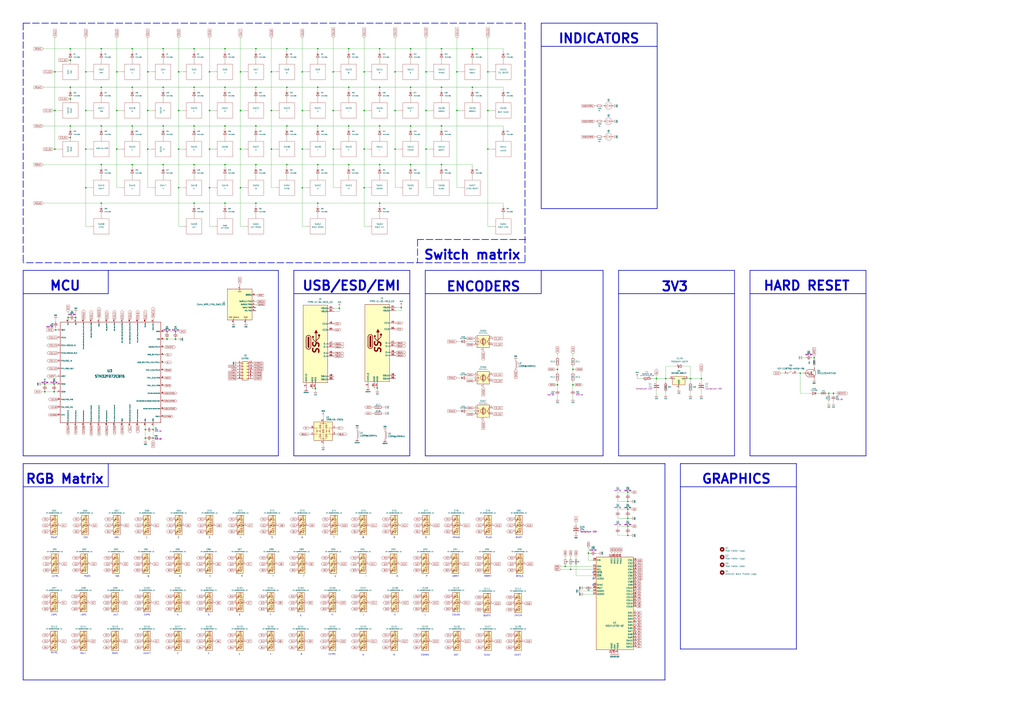
<source format=kicad_sch>
(kicad_sch (version 20200828) (generator eeschema)
  (page 1 1)
  (paper "A1")
  (title_block (title "Mad Hatter PCB") (date "2020-09-21") (rev "V1.0.7") (company "Designed by Gondolindrim"))
  (junction (at 36.83 315.595) (diameter 1.016))
  (junction (at 36.83 321.945) (diameter 1.016))
  (junction (at 44.45 315.595) (diameter 1.016))
  (junction (at 44.45 321.945) (diameter 1.016))
  (junction (at 45.085 59.055) (diameter 1.016))
  (junction (at 45.085 90.805) (diameter 1.016))
  (junction (at 45.085 122.555) (diameter 1.016))
  (junction (at 45.72 271.145) (diameter 1.016))
  (junction (at 55.88 260.985) (diameter 1.016))
  (junction (at 57.785 40.005) (diameter 1.016))
  (junction (at 57.785 49.53) (diameter 1.016))
  (junction (at 57.785 71.755) (diameter 1.016))
  (junction (at 57.785 81.28) (diameter 1.016))
  (junction (at 57.785 103.505) (diameter 1.016))
  (junction (at 57.785 113.03) (diameter 1.016))
  (junction (at 62.23 260.985) (diameter 1.016))
  (junction (at 70.485 59.055) (diameter 1.016))
  (junction (at 70.485 90.805) (diameter 1.016))
  (junction (at 70.485 122.555) (diameter 1.016))
  (junction (at 70.485 154.305) (diameter 1.016))
  (junction (at 83.185 40.005) (diameter 1.016))
  (junction (at 83.185 71.755) (diameter 1.016))
  (junction (at 83.185 103.505) (diameter 1.016))
  (junction (at 83.185 135.255) (diameter 1.016))
  (junction (at 83.185 167.005) (diameter 1.016))
  (junction (at 95.885 59.055) (diameter 1.016))
  (junction (at 95.885 90.805) (diameter 1.016))
  (junction (at 95.885 122.555) (diameter 1.016))
  (junction (at 108.585 40.005) (diameter 1.016))
  (junction (at 108.585 71.755) (diameter 1.016))
  (junction (at 108.585 103.505) (diameter 1.016))
  (junction (at 108.585 135.255) (diameter 1.016))
  (junction (at 119.38 353.06) (diameter 1.016))
  (junction (at 119.38 360.045) (diameter 1.016))
  (junction (at 121.285 59.055) (diameter 1.016))
  (junction (at 121.285 90.805) (diameter 1.016))
  (junction (at 121.285 122.555) (diameter 1.016))
  (junction (at 125.73 353.06) (diameter 1.016))
  (junction (at 125.73 360.045) (diameter 1.016))
  (junction (at 133.985 40.005) (diameter 1.016))
  (junction (at 133.985 71.755) (diameter 1.016))
  (junction (at 133.985 103.505) (diameter 1.016))
  (junction (at 133.985 135.255) (diameter 1.016))
  (junction (at 137.16 272.415) (diameter 1.016))
  (junction (at 137.16 278.765) (diameter 1.016))
  (junction (at 144.145 272.415) (diameter 1.016))
  (junction (at 144.145 278.765) (diameter 1.016))
  (junction (at 146.685 59.055) (diameter 1.016))
  (junction (at 146.685 90.805) (diameter 1.016))
  (junction (at 146.685 122.555) (diameter 1.016))
  (junction (at 146.685 154.305) (diameter 1.016))
  (junction (at 159.385 40.005) (diameter 1.016))
  (junction (at 159.385 71.755) (diameter 1.016))
  (junction (at 159.385 103.505) (diameter 1.016))
  (junction (at 159.385 135.255) (diameter 1.016))
  (junction (at 159.385 167.005) (diameter 1.016))
  (junction (at 172.085 59.055) (diameter 1.016))
  (junction (at 172.085 90.805) (diameter 1.016))
  (junction (at 172.085 122.555) (diameter 1.016))
  (junction (at 172.085 154.305) (diameter 1.016))
  (junction (at 184.785 40.005) (diameter 1.016))
  (junction (at 184.785 71.755) (diameter 1.016))
  (junction (at 184.785 103.505) (diameter 1.016))
  (junction (at 184.785 135.255) (diameter 1.016))
  (junction (at 184.785 167.005) (diameter 1.016))
  (junction (at 197.485 59.055) (diameter 1.016))
  (junction (at 197.485 90.805) (diameter 1.016))
  (junction (at 197.485 122.555) (diameter 1.016))
  (junction (at 197.485 154.305) (diameter 1.016))
  (junction (at 210.185 40.005) (diameter 1.016))
  (junction (at 210.185 71.755) (diameter 1.016))
  (junction (at 210.185 103.505) (diameter 1.016))
  (junction (at 210.185 135.255) (diameter 1.016))
  (junction (at 210.185 167.005) (diameter 1.016))
  (junction (at 222.885 59.055) (diameter 1.016))
  (junction (at 222.885 90.805) (diameter 1.016))
  (junction (at 222.885 122.555) (diameter 1.016))
  (junction (at 235.585 40.005) (diameter 1.016))
  (junction (at 235.585 71.755) (diameter 1.016))
  (junction (at 235.585 103.505) (diameter 1.016))
  (junction (at 235.585 135.255) (diameter 1.016))
  (junction (at 248.285 59.055) (diameter 1.016))
  (junction (at 248.285 90.805) (diameter 1.016))
  (junction (at 248.285 122.555) (diameter 1.016))
  (junction (at 248.285 154.305) (diameter 1.016))
  (junction (at 259.08 319.405) (diameter 1.016))
  (junction (at 260.985 40.005) (diameter 1.016))
  (junction (at 260.985 71.755) (diameter 1.016))
  (junction (at 260.985 103.505) (diameter 1.016))
  (junction (at 260.985 135.255) (diameter 1.016))
  (junction (at 260.985 167.005) (diameter 1.016))
  (junction (at 273.685 59.055) (diameter 1.016))
  (junction (at 273.685 90.805) (diameter 1.016))
  (junction (at 273.685 122.555) (diameter 1.016))
  (junction (at 278.765 253.365) (diameter 1.016))
  (junction (at 286.385 40.005) (diameter 1.016))
  (junction (at 286.385 71.755) (diameter 1.016))
  (junction (at 286.385 103.505) (diameter 1.016))
  (junction (at 286.385 135.255) (diameter 1.016))
  (junction (at 299.085 59.055) (diameter 1.016))
  (junction (at 299.085 90.805) (diameter 1.016))
  (junction (at 299.085 122.555) (diameter 1.016))
  (junction (at 299.085 154.305) (diameter 1.016))
  (junction (at 309.88 318.77) (diameter 1.016))
  (junction (at 311.785 40.005) (diameter 1.016))
  (junction (at 311.785 71.755) (diameter 1.016))
  (junction (at 311.785 103.505) (diameter 1.016))
  (junction (at 311.785 135.255) (diameter 1.016))
  (junction (at 311.785 167.005) (diameter 1.016))
  (junction (at 324.485 59.055) (diameter 1.016))
  (junction (at 324.485 90.805) (diameter 1.016))
  (junction (at 324.485 122.555) (diameter 1.016))
  (junction (at 329.565 252.73) (diameter 1.016))
  (junction (at 337.185 40.005) (diameter 1.016))
  (junction (at 337.185 71.755) (diameter 1.016))
  (junction (at 337.185 103.505) (diameter 1.016))
  (junction (at 337.185 135.255) (diameter 1.016))
  (junction (at 349.885 59.055) (diameter 1.016))
  (junction (at 349.885 90.805) (diameter 1.016))
  (junction (at 349.885 122.555) (diameter 1.016))
  (junction (at 362.585 40.005) (diameter 1.016))
  (junction (at 362.585 71.755) (diameter 1.016))
  (junction (at 362.585 103.505) (diameter 1.016))
  (junction (at 362.585 135.255) (diameter 1.016))
  (junction (at 375.285 59.055) (diameter 1.016))
  (junction (at 375.285 90.805) (diameter 1.016))
  (junction (at 387.985 40.005) (diameter 1.016))
  (junction (at 387.985 71.755) (diameter 1.016))
  (junction (at 400.685 59.055) (diameter 1.016))
  (junction (at 400.685 90.805) (diameter 1.016))
  (junction (at 400.685 122.555) (diameter 1.016))
  (junction (at 457.835 303.53) (diameter 1.016))
  (junction (at 457.835 316.23) (diameter 1.016))
  (junction (at 464.185 465.455) (diameter 1.016))
  (junction (at 468.63 467.995) (diameter 1.016))
  (junction (at 470.535 303.53) (diameter 1.016))
  (junction (at 470.535 316.23) (diameter 1.016))
  (junction (at 483.235 454.66) (diameter 1.016))
  (junction (at 515.62 404.495) (diameter 1.016))
  (junction (at 515.62 412.115) (diameter 1.016))
  (junction (at 515.62 418.465) (diameter 1.016))
  (junction (at 515.62 426.085) (diameter 1.016))
  (junction (at 515.62 432.435) (diameter 1.016))
  (junction (at 515.62 440.055) (diameter 1.016))
  (junction (at 539.115 311.15) (diameter 1.016))
  (junction (at 546.735 311.15) (diameter 1.016))
  (junction (at 567.055 311.15) (diameter 1.016))
  (junction (at 575.945 311.15) (diameter 1.016))
  (junction (at 657.225 306.705) (diameter 1.016))
  (junction (at 668.655 294.005) (diameter 1.016))
  (junction (at 680.72 323.215) (diameter 1.016))
  (junction (at 684.53 323.215) (diameter 1.016))
  (no_connect (at 209.55 255.27))
  (no_connect (at 487.045 470.535))
  (no_connect (at 487.045 475.615))
  (no_connect (at 487.045 480.695))
  (no_connect (at 209.55 252.73))
  (wire (pts (xy 34.29 315.595) (xy 36.83 315.595)))
  (wire (pts (xy 34.29 321.945) (xy 36.83 321.945)))
  (wire (pts (xy 35.56 40.005) (xy 57.785 40.005)))
  (wire (pts (xy 35.56 71.755) (xy 57.785 71.755)))
  (wire (pts (xy 35.56 103.505) (xy 57.785 103.505)))
  (wire (pts (xy 35.56 135.255) (xy 83.185 135.255)))
  (wire (pts (xy 35.56 167.005) (xy 83.185 167.005)))
  (wire (pts (xy 36.83 315.595) (xy 36.83 316.23)))
  (wire (pts (xy 36.83 315.595) (xy 44.45 315.595)))
  (wire (pts (xy 36.83 321.31) (xy 36.83 321.945)))
  (wire (pts (xy 36.83 321.945) (xy 44.45 321.945)))
  (wire (pts (xy 43.815 59.055) (xy 45.085 59.055)))
  (wire (pts (xy 43.815 90.805) (xy 45.085 90.805)))
  (wire (pts (xy 43.815 122.555) (xy 45.085 122.555)))
  (wire (pts (xy 44.45 271.145) (xy 45.72 271.145)))
  (wire (pts (xy 44.45 315.595) (xy 44.45 316.23)))
  (wire (pts (xy 44.45 315.595) (xy 46.99 315.595)))
  (wire (pts (xy 44.45 321.31) (xy 44.45 321.945)))
  (wire (pts (xy 44.45 321.945) (xy 46.99 321.945)))
  (wire (pts (xy 45.085 31.115) (xy 45.085 59.055)))
  (wire (pts (xy 45.085 59.055) (xy 45.085 90.805)))
  (wire (pts (xy 45.085 59.055) (xy 48.895 59.055)))
  (wire (pts (xy 45.085 90.805) (xy 45.085 122.555)))
  (wire (pts (xy 45.085 90.805) (xy 48.895 90.805)))
  (wire (pts (xy 45.085 122.555) (xy 48.895 122.555)))
  (wire (pts (xy 45.72 262.255) (xy 45.72 264.16)))
  (wire (pts (xy 45.72 269.24) (xy 45.72 271.145)))
  (wire (pts (xy 45.72 271.145) (xy 46.99 271.145)))
  (wire (pts (xy 45.72 309.245) (xy 46.99 309.245)))
  (wire (pts (xy 55.88 256.54) (xy 55.88 260.985)))
  (wire (pts (xy 55.88 260.985) (xy 55.88 262.255)))
  (wire (pts (xy 55.88 260.985) (xy 56.515 260.985)))
  (wire (pts (xy 56.515 49.53) (xy 57.785 49.53)))
  (wire (pts (xy 56.515 81.28) (xy 57.785 81.28)))
  (wire (pts (xy 56.515 113.03) (xy 57.785 113.03)))
  (wire (pts (xy 57.785 40.005) (xy 83.185 40.005)))
  (wire (pts (xy 57.785 41.91) (xy 57.785 40.005)))
  (wire (pts (xy 57.785 49.53) (xy 57.785 50.165)))
  (wire (pts (xy 57.785 71.755) (xy 83.185 71.755)))
  (wire (pts (xy 57.785 73.66) (xy 57.785 71.755)))
  (wire (pts (xy 57.785 81.28) (xy 57.785 81.915)))
  (wire (pts (xy 57.785 103.505) (xy 83.185 103.505)))
  (wire (pts (xy 57.785 105.41) (xy 57.785 103.505)))
  (wire (pts (xy 57.785 113.03) (xy 57.785 113.665)))
  (wire (pts (xy 61.595 260.985) (xy 62.23 260.985)))
  (wire (pts (xy 62.23 256.54) (xy 62.23 260.985)))
  (wire (pts (xy 62.23 260.985) (xy 62.23 262.255)))
  (wire (pts (xy 70.485 31.115) (xy 70.485 59.055)))
  (wire (pts (xy 70.485 59.055) (xy 70.485 90.805)))
  (wire (pts (xy 70.485 59.055) (xy 74.295 59.055)))
  (wire (pts (xy 70.485 90.805) (xy 70.485 122.555)))
  (wire (pts (xy 70.485 90.805) (xy 74.295 90.805)))
  (wire (pts (xy 70.485 122.555) (xy 70.485 154.305)))
  (wire (pts (xy 70.485 122.555) (xy 74.295 122.555)))
  (wire (pts (xy 70.485 154.305) (xy 70.485 186.055)))
  (wire (pts (xy 70.485 154.305) (xy 74.295 154.305)))
  (wire (pts (xy 74.295 186.055) (xy 70.485 186.055)))
  (wire (pts (xy 81.28 260.985) (xy 81.28 262.255)))
  (wire (pts (xy 83.185 40.005) (xy 83.185 41.91)))
  (wire (pts (xy 83.185 40.005) (xy 108.585 40.005)))
  (wire (pts (xy 83.185 49.53) (xy 83.185 50.165)))
  (wire (pts (xy 83.185 71.755) (xy 83.185 73.66)))
  (wire (pts (xy 83.185 71.755) (xy 108.585 71.755)))
  (wire (pts (xy 83.185 81.28) (xy 83.185 81.915)))
  (wire (pts (xy 83.185 103.505) (xy 83.185 105.41)))
  (wire (pts (xy 83.185 103.505) (xy 108.585 103.505)))
  (wire (pts (xy 83.185 113.03) (xy 83.185 113.665)))
  (wire (pts (xy 83.185 135.255) (xy 83.185 137.16)))
  (wire (pts (xy 83.185 135.255) (xy 108.585 135.255)))
  (wire (pts (xy 83.185 144.78) (xy 83.185 145.415)))
  (wire (pts (xy 83.185 167.005) (xy 83.185 168.91)))
  (wire (pts (xy 83.185 167.005) (xy 159.385 167.005)))
  (wire (pts (xy 83.185 176.53) (xy 83.185 177.165)))
  (wire (pts (xy 95.885 31.115) (xy 95.885 59.055)))
  (wire (pts (xy 95.885 59.055) (xy 95.885 90.805)))
  (wire (pts (xy 95.885 59.055) (xy 99.695 59.055)))
  (wire (pts (xy 95.885 90.805) (xy 95.885 122.555)))
  (wire (pts (xy 95.885 90.805) (xy 99.695 90.805)))
  (wire (pts (xy 95.885 122.555) (xy 95.885 154.305)))
  (wire (pts (xy 95.885 122.555) (xy 99.695 122.555)))
  (wire (pts (xy 95.885 154.305) (xy 99.695 154.305)))
  (wire (pts (xy 108.585 40.005) (xy 108.585 41.91)))
  (wire (pts (xy 108.585 40.005) (xy 133.985 40.005)))
  (wire (pts (xy 108.585 49.53) (xy 108.585 50.165)))
  (wire (pts (xy 108.585 71.755) (xy 108.585 73.66)))
  (wire (pts (xy 108.585 71.755) (xy 133.985 71.755)))
  (wire (pts (xy 108.585 81.28) (xy 108.585 81.915)))
  (wire (pts (xy 108.585 103.505) (xy 108.585 105.41)))
  (wire (pts (xy 108.585 103.505) (xy 133.985 103.505)))
  (wire (pts (xy 108.585 113.03) (xy 108.585 113.665)))
  (wire (pts (xy 108.585 135.255) (xy 108.585 137.16)))
  (wire (pts (xy 108.585 135.255) (xy 133.985 135.255)))
  (wire (pts (xy 108.585 144.78) (xy 108.585 145.415)))
  (wire (pts (xy 119.38 349.885) (xy 119.38 353.06)))
  (wire (pts (xy 119.38 353.06) (xy 119.38 360.045)))
  (wire (pts (xy 119.38 353.06) (xy 120.015 353.06)))
  (wire (pts (xy 119.38 360.045) (xy 119.38 361.95)))
  (wire (pts (xy 119.38 360.045) (xy 120.015 360.045)))
  (wire (pts (xy 121.285 31.115) (xy 121.285 59.055)))
  (wire (pts (xy 121.285 59.055) (xy 121.285 90.805)))
  (wire (pts (xy 121.285 59.055) (xy 125.095 59.055)))
  (wire (pts (xy 121.285 90.805) (xy 121.285 122.555)))
  (wire (pts (xy 121.285 90.805) (xy 125.095 90.805)))
  (wire (pts (xy 121.285 122.555) (xy 121.285 154.305)))
  (wire (pts (xy 121.285 122.555) (xy 125.095 122.555)))
  (wire (pts (xy 121.285 154.305) (xy 125.095 154.305)))
  (wire (pts (xy 125.095 353.06) (xy 125.73 353.06)))
  (wire (pts (xy 125.095 360.045) (xy 125.73 360.045)))
  (wire (pts (xy 125.73 260.985) (xy 125.73 262.255)))
  (wire (pts (xy 125.73 349.885) (xy 125.73 353.06)))
  (wire (pts (xy 125.73 353.06) (xy 125.73 360.045)))
  (wire (pts (xy 125.73 360.045) (xy 125.73 361.95)))
  (wire (pts (xy 133.985 40.005) (xy 133.985 41.91)))
  (wire (pts (xy 133.985 40.005) (xy 159.385 40.005)))
  (wire (pts (xy 133.985 49.53) (xy 133.985 50.165)))
  (wire (pts (xy 133.985 71.755) (xy 133.985 73.66)))
  (wire (pts (xy 133.985 71.755) (xy 159.385 71.755)))
  (wire (pts (xy 133.985 81.28) (xy 133.985 81.915)))
  (wire (pts (xy 133.985 103.505) (xy 133.985 105.41)))
  (wire (pts (xy 133.985 103.505) (xy 159.385 103.505)))
  (wire (pts (xy 133.985 113.03) (xy 133.985 113.665)))
  (wire (pts (xy 133.985 135.255) (xy 133.985 137.16)))
  (wire (pts (xy 133.985 135.255) (xy 159.385 135.255)))
  (wire (pts (xy 133.985 144.78) (xy 133.985 145.415)))
  (wire (pts (xy 134.62 272.415) (xy 137.16 272.415)))
  (wire (pts (xy 134.62 278.765) (xy 137.16 278.765)))
  (wire (pts (xy 134.62 285.115) (xy 135.89 285.115)))
  (wire (pts (xy 134.62 291.465) (xy 135.89 291.465)))
  (wire (pts (xy 134.62 297.815) (xy 135.89 297.815)))
  (wire (pts (xy 137.16 272.415) (xy 137.16 273.05)))
  (wire (pts (xy 137.16 272.415) (xy 144.145 272.415)))
  (wire (pts (xy 137.16 278.13) (xy 137.16 278.765)))
  (wire (pts (xy 137.16 278.765) (xy 144.145 278.765)))
  (wire (pts (xy 144.145 272.415) (xy 144.145 273.05)))
  (wire (pts (xy 144.145 272.415) (xy 146.685 272.415)))
  (wire (pts (xy 144.145 278.13) (xy 144.145 278.765)))
  (wire (pts (xy 144.145 278.765) (xy 146.685 278.765)))
  (wire (pts (xy 146.685 31.115) (xy 146.685 59.055)))
  (wire (pts (xy 146.685 59.055) (xy 146.685 90.805)))
  (wire (pts (xy 146.685 59.055) (xy 150.495 59.055)))
  (wire (pts (xy 146.685 90.805) (xy 146.685 122.555)))
  (wire (pts (xy 146.685 90.805) (xy 150.495 90.805)))
  (wire (pts (xy 146.685 122.555) (xy 146.685 154.305)))
  (wire (pts (xy 146.685 122.555) (xy 150.495 122.555)))
  (wire (pts (xy 146.685 154.305) (xy 146.685 186.055)))
  (wire (pts (xy 146.685 154.305) (xy 150.495 154.305)))
  (wire (pts (xy 150.495 186.055) (xy 146.685 186.055)))
  (wire (pts (xy 159.385 40.005) (xy 159.385 41.91)))
  (wire (pts (xy 159.385 40.005) (xy 184.785 40.005)))
  (wire (pts (xy 159.385 49.53) (xy 159.385 50.165)))
  (wire (pts (xy 159.385 71.755) (xy 159.385 73.66)))
  (wire (pts (xy 159.385 71.755) (xy 184.785 71.755)))
  (wire (pts (xy 159.385 81.28) (xy 159.385 81.915)))
  (wire (pts (xy 159.385 103.505) (xy 159.385 105.41)))
  (wire (pts (xy 159.385 103.505) (xy 184.785 103.505)))
  (wire (pts (xy 159.385 113.03) (xy 159.385 113.665)))
  (wire (pts (xy 159.385 135.255) (xy 159.385 137.16)))
  (wire (pts (xy 159.385 135.255) (xy 184.785 135.255)))
  (wire (pts (xy 159.385 144.78) (xy 159.385 145.415)))
  (wire (pts (xy 159.385 167.005) (xy 159.385 168.91)))
  (wire (pts (xy 159.385 167.005) (xy 184.785 167.005)))
  (wire (pts (xy 159.385 176.53) (xy 159.385 177.165)))
  (wire (pts (xy 172.085 31.115) (xy 172.085 59.055)))
  (wire (pts (xy 172.085 59.055) (xy 172.085 90.805)))
  (wire (pts (xy 172.085 59.055) (xy 175.895 59.055)))
  (wire (pts (xy 172.085 90.805) (xy 172.085 122.555)))
  (wire (pts (xy 172.085 90.805) (xy 175.895 90.805)))
  (wire (pts (xy 172.085 122.555) (xy 172.085 154.305)))
  (wire (pts (xy 172.085 122.555) (xy 175.895 122.555)))
  (wire (pts (xy 172.085 154.305) (xy 172.085 186.055)))
  (wire (pts (xy 172.085 154.305) (xy 175.895 154.305)))
  (wire (pts (xy 175.895 186.055) (xy 172.085 186.055)))
  (wire (pts (xy 184.785 40.005) (xy 184.785 41.91)))
  (wire (pts (xy 184.785 40.005) (xy 210.185 40.005)))
  (wire (pts (xy 184.785 49.53) (xy 184.785 50.165)))
  (wire (pts (xy 184.785 71.755) (xy 184.785 73.66)))
  (wire (pts (xy 184.785 71.755) (xy 210.185 71.755)))
  (wire (pts (xy 184.785 81.28) (xy 184.785 81.915)))
  (wire (pts (xy 184.785 103.505) (xy 184.785 105.41)))
  (wire (pts (xy 184.785 103.505) (xy 210.185 103.505)))
  (wire (pts (xy 184.785 113.03) (xy 184.785 113.665)))
  (wire (pts (xy 184.785 135.255) (xy 184.785 137.16)))
  (wire (pts (xy 184.785 135.255) (xy 210.185 135.255)))
  (wire (pts (xy 184.785 144.78) (xy 184.785 145.415)))
  (wire (pts (xy 184.785 167.005) (xy 184.785 168.91)))
  (wire (pts (xy 184.785 167.005) (xy 210.185 167.005)))
  (wire (pts (xy 184.785 176.53) (xy 184.785 177.165)))
  (wire (pts (xy 196.85 233.68) (xy 196.85 234.95)))
  (wire (pts (xy 197.485 31.115) (xy 197.485 59.055)))
  (wire (pts (xy 197.485 59.055) (xy 197.485 90.805)))
  (wire (pts (xy 197.485 59.055) (xy 201.295 59.055)))
  (wire (pts (xy 197.485 90.805) (xy 197.485 122.555)))
  (wire (pts (xy 197.485 90.805) (xy 201.295 90.805)))
  (wire (pts (xy 197.485 122.555) (xy 197.485 154.305)))
  (wire (pts (xy 197.485 122.555) (xy 201.295 122.555)))
  (wire (pts (xy 197.485 154.305) (xy 197.485 186.055)))
  (wire (pts (xy 197.485 154.305) (xy 201.295 154.305)))
  (wire (pts (xy 201.295 186.055) (xy 197.485 186.055)))
  (wire (pts (xy 209.55 242.57) (xy 210.82 242.57)))
  (wire (pts (xy 209.55 247.65) (xy 210.82 247.65)))
  (wire (pts (xy 209.55 250.19) (xy 210.82 250.19)))
  (wire (pts (xy 210.185 40.005) (xy 210.185 41.91)))
  (wire (pts (xy 210.185 40.005) (xy 235.585 40.005)))
  (wire (pts (xy 210.185 49.53) (xy 210.185 50.165)))
  (wire (pts (xy 210.185 71.755) (xy 210.185 73.66)))
  (wire (pts (xy 210.185 71.755) (xy 235.585 71.755)))
  (wire (pts (xy 210.185 81.28) (xy 210.185 81.915)))
  (wire (pts (xy 210.185 103.505) (xy 210.185 105.41)))
  (wire (pts (xy 210.185 103.505) (xy 235.585 103.505)))
  (wire (pts (xy 210.185 113.03) (xy 210.185 113.665)))
  (wire (pts (xy 210.185 135.255) (xy 210.185 137.16)))
  (wire (pts (xy 210.185 135.255) (xy 235.585 135.255)))
  (wire (pts (xy 210.185 144.78) (xy 210.185 145.415)))
  (wire (pts (xy 210.185 167.005) (xy 210.185 168.91)))
  (wire (pts (xy 210.185 167.005) (xy 260.985 167.005)))
  (wire (pts (xy 210.185 176.53) (xy 210.185 177.165)))
  (wire (pts (xy 222.885 31.115) (xy 222.885 59.055)))
  (wire (pts (xy 222.885 59.055) (xy 222.885 90.805)))
  (wire (pts (xy 222.885 59.055) (xy 226.695 59.055)))
  (wire (pts (xy 222.885 90.805) (xy 222.885 122.555)))
  (wire (pts (xy 222.885 90.805) (xy 226.695 90.805)))
  (wire (pts (xy 222.885 122.555) (xy 222.885 154.305)))
  (wire (pts (xy 222.885 122.555) (xy 226.695 122.555)))
  (wire (pts (xy 222.885 154.305) (xy 226.695 154.305)))
  (wire (pts (xy 235.585 40.005) (xy 235.585 41.91)))
  (wire (pts (xy 235.585 40.005) (xy 260.985 40.005)))
  (wire (pts (xy 235.585 49.53) (xy 235.585 50.165)))
  (wire (pts (xy 235.585 71.755) (xy 235.585 73.66)))
  (wire (pts (xy 235.585 71.755) (xy 260.985 71.755)))
  (wire (pts (xy 235.585 81.28) (xy 235.585 81.915)))
  (wire (pts (xy 235.585 103.505) (xy 235.585 105.41)))
  (wire (pts (xy 235.585 103.505) (xy 260.985 103.505)))
  (wire (pts (xy 235.585 113.03) (xy 235.585 113.665)))
  (wire (pts (xy 235.585 135.255) (xy 235.585 137.16)))
  (wire (pts (xy 235.585 135.255) (xy 260.985 135.255)))
  (wire (pts (xy 235.585 144.78) (xy 235.585 145.415)))
  (wire (pts (xy 248.285 31.115) (xy 248.285 59.055)))
  (wire (pts (xy 248.285 59.055) (xy 248.285 90.805)))
  (wire (pts (xy 248.285 59.055) (xy 252.095 59.055)))
  (wire (pts (xy 248.285 90.805) (xy 248.285 122.555)))
  (wire (pts (xy 248.285 90.805) (xy 252.095 90.805)))
  (wire (pts (xy 248.285 122.555) (xy 248.285 154.305)))
  (wire (pts (xy 248.285 122.555) (xy 252.095 122.555)))
  (wire (pts (xy 248.285 154.305) (xy 248.285 186.055)))
  (wire (pts (xy 248.285 154.305) (xy 252.095 154.305)))
  (wire (pts (xy 252.095 186.055) (xy 248.285 186.055)))
  (wire (pts (xy 254 351.79) (xy 255.27 351.79)))
  (wire (pts (xy 254 356.87) (xy 255.27 356.87)))
  (wire (pts (xy 256.54 319.405) (xy 259.08 319.405)))
  (wire (pts (xy 259.08 319.405) (xy 259.08 321.31)))
  (wire (pts (xy 260.985 40.005) (xy 260.985 41.91)))
  (wire (pts (xy 260.985 40.005) (xy 286.385 40.005)))
  (wire (pts (xy 260.985 49.53) (xy 260.985 50.165)))
  (wire (pts (xy 260.985 71.755) (xy 260.985 73.66)))
  (wire (pts (xy 260.985 71.755) (xy 286.385 71.755)))
  (wire (pts (xy 260.985 81.28) (xy 260.985 81.915)))
  (wire (pts (xy 260.985 103.505) (xy 260.985 105.41)))
  (wire (pts (xy 260.985 103.505) (xy 286.385 103.505)))
  (wire (pts (xy 260.985 113.03) (xy 260.985 113.665)))
  (wire (pts (xy 260.985 135.255) (xy 260.985 137.16)))
  (wire (pts (xy 260.985 135.255) (xy 286.385 135.255)))
  (wire (pts (xy 260.985 144.78) (xy 260.985 145.415)))
  (wire (pts (xy 260.985 167.005) (xy 260.985 168.91)))
  (wire (pts (xy 260.985 167.005) (xy 311.785 167.005)))
  (wire (pts (xy 260.985 176.53) (xy 260.985 177.165)))
  (wire (pts (xy 265.43 341.63) (xy 265.43 344.17)))
  (wire (pts (xy 265.43 364.49) (xy 265.43 366.395)))
  (wire (pts (xy 273.685 31.115) (xy 273.685 59.055)))
  (wire (pts (xy 273.685 59.055) (xy 273.685 90.805)))
  (wire (pts (xy 273.685 59.055) (xy 277.495 59.055)))
  (wire (pts (xy 273.685 90.805) (xy 273.685 122.555)))
  (wire (pts (xy 273.685 90.805) (xy 277.495 90.805)))
  (wire (pts (xy 273.685 122.555) (xy 273.685 154.305)))
  (wire (pts (xy 273.685 122.555) (xy 277.495 122.555)))
  (wire (pts (xy 273.685 154.305) (xy 277.495 154.305)))
  (wire (pts (xy 274.32 253.365) (xy 278.765 253.365)))
  (wire (pts (xy 274.32 255.905) (xy 278.765 255.905)))
  (wire (pts (xy 275.59 351.79) (xy 276.86 351.79)))
  (wire (pts (xy 275.59 356.87) (xy 276.86 356.87)))
  (wire (pts (xy 278.765 253.365) (xy 278.765 252.095)))
  (wire (pts (xy 278.765 255.905) (xy 278.765 253.365)))
  (wire (pts (xy 286.385 40.005) (xy 286.385 41.91)))
  (wire (pts (xy 286.385 40.005) (xy 311.785 40.005)))
  (wire (pts (xy 286.385 49.53) (xy 286.385 50.165)))
  (wire (pts (xy 286.385 71.755) (xy 286.385 73.66)))
  (wire (pts (xy 286.385 71.755) (xy 311.785 71.755)))
  (wire (pts (xy 286.385 81.28) (xy 286.385 81.915)))
  (wire (pts (xy 286.385 103.505) (xy 286.385 105.41)))
  (wire (pts (xy 286.385 103.505) (xy 311.785 103.505)))
  (wire (pts (xy 286.385 113.03) (xy 286.385 113.665)))
  (wire (pts (xy 286.385 135.255) (xy 286.385 137.16)))
  (wire (pts (xy 286.385 135.255) (xy 311.785 135.255)))
  (wire (pts (xy 286.385 144.78) (xy 286.385 145.415)))
  (wire (pts (xy 299.085 31.115) (xy 299.085 59.055)))
  (wire (pts (xy 299.085 59.055) (xy 299.085 90.805)))
  (wire (pts (xy 299.085 59.055) (xy 302.895 59.055)))
  (wire (pts (xy 299.085 90.805) (xy 299.085 122.555)))
  (wire (pts (xy 299.085 90.805) (xy 302.895 90.805)))
  (wire (pts (xy 299.085 122.555) (xy 299.085 154.305)))
  (wire (pts (xy 299.085 122.555) (xy 302.895 122.555)))
  (wire (pts (xy 299.085 154.305) (xy 299.085 186.055)))
  (wire (pts (xy 299.085 154.305) (xy 302.895 154.305)))
  (wire (pts (xy 302.895 186.055) (xy 299.085 186.055)))
  (wire (pts (xy 305.435 334.645) (xy 306.705 334.645)))
  (wire (pts (xy 305.435 339.725) (xy 306.705 339.725)))
  (wire (pts (xy 307.34 318.77) (xy 309.88 318.77)))
  (wire (pts (xy 309.88 318.77) (xy 309.88 320.675)))
  (wire (pts (xy 311.785 40.005) (xy 311.785 41.91)))
  (wire (pts (xy 311.785 40.005) (xy 337.185 40.005)))
  (wire (pts (xy 311.785 49.53) (xy 311.785 50.165)))
  (wire (pts (xy 311.785 71.755) (xy 311.785 73.66)))
  (wire (pts (xy 311.785 71.755) (xy 337.185 71.755)))
  (wire (pts (xy 311.785 81.28) (xy 311.785 81.915)))
  (wire (pts (xy 311.785 103.505) (xy 311.785 105.41)))
  (wire (pts (xy 311.785 103.505) (xy 337.185 103.505)))
  (wire (pts (xy 311.785 113.03) (xy 311.785 113.665)))
  (wire (pts (xy 311.785 135.255) (xy 311.785 137.16)))
  (wire (pts (xy 311.785 135.255) (xy 337.185 135.255)))
  (wire (pts (xy 311.785 144.78) (xy 311.785 145.415)))
  (wire (pts (xy 311.785 167.005) (xy 311.785 168.91)))
  (wire (pts (xy 311.785 167.005) (xy 413.385 167.005)))
  (wire (pts (xy 311.785 176.53) (xy 311.785 177.165)))
  (wire (pts (xy 314.325 334.645) (xy 315.595 334.645)))
  (wire (pts (xy 314.325 339.725) (xy 315.595 339.725)))
  (wire (pts (xy 324.485 31.115) (xy 324.485 59.055)))
  (wire (pts (xy 324.485 59.055) (xy 324.485 90.805)))
  (wire (pts (xy 324.485 59.055) (xy 328.295 59.055)))
  (wire (pts (xy 324.485 90.805) (xy 324.485 122.555)))
  (wire (pts (xy 324.485 90.805) (xy 328.295 90.805)))
  (wire (pts (xy 324.485 122.555) (xy 324.485 154.305)))
  (wire (pts (xy 324.485 122.555) (xy 328.295 122.555)))
  (wire (pts (xy 324.485 154.305) (xy 328.295 154.305)))
  (wire (pts (xy 325.12 252.73) (xy 329.565 252.73)))
  (wire (pts (xy 325.12 255.27) (xy 329.565 255.27)))
  (wire (pts (xy 329.565 252.73) (xy 329.565 251.46)))
  (wire (pts (xy 329.565 255.27) (xy 329.565 252.73)))
  (wire (pts (xy 337.185 40.005) (xy 337.185 41.91)))
  (wire (pts (xy 337.185 40.005) (xy 362.585 40.005)))
  (wire (pts (xy 337.185 49.53) (xy 337.185 50.165)))
  (wire (pts (xy 337.185 71.755) (xy 337.185 73.66)))
  (wire (pts (xy 337.185 71.755) (xy 362.585 71.755)))
  (wire (pts (xy 337.185 81.28) (xy 337.185 81.915)))
  (wire (pts (xy 337.185 103.505) (xy 337.185 105.41)))
  (wire (pts (xy 337.185 103.505) (xy 362.585 103.505)))
  (wire (pts (xy 337.185 113.03) (xy 337.185 113.665)))
  (wire (pts (xy 337.185 135.255) (xy 337.185 137.16)))
  (wire (pts (xy 337.185 135.255) (xy 362.585 135.255)))
  (wire (pts (xy 337.185 144.78) (xy 337.185 145.415)))
  (wire (pts (xy 349.885 31.115) (xy 349.885 59.055)))
  (wire (pts (xy 349.885 59.055) (xy 349.885 90.805)))
  (wire (pts (xy 349.885 59.055) (xy 353.695 59.055)))
  (wire (pts (xy 349.885 90.805) (xy 349.885 122.555)))
  (wire (pts (xy 349.885 90.805) (xy 353.695 90.805)))
  (wire (pts (xy 349.885 122.555) (xy 349.885 154.305)))
  (wire (pts (xy 349.885 122.555) (xy 353.695 122.555)))
  (wire (pts (xy 349.885 154.305) (xy 353.695 154.305)))
  (wire (pts (xy 362.585 40.005) (xy 362.585 41.91)))
  (wire (pts (xy 362.585 40.005) (xy 387.985 40.005)))
  (wire (pts (xy 362.585 49.53) (xy 362.585 50.165)))
  (wire (pts (xy 362.585 71.755) (xy 362.585 73.66)))
  (wire (pts (xy 362.585 71.755) (xy 387.985 71.755)))
  (wire (pts (xy 362.585 81.28) (xy 362.585 81.915)))
  (wire (pts (xy 362.585 103.505) (xy 362.585 105.41)))
  (wire (pts (xy 362.585 103.505) (xy 413.385 103.505)))
  (wire (pts (xy 362.585 113.03) (xy 362.585 113.665)))
  (wire (pts (xy 362.585 135.255) (xy 362.585 137.16)))
  (wire (pts (xy 362.585 135.255) (xy 387.985 135.255)))
  (wire (pts (xy 362.585 144.78) (xy 362.585 145.415)))
  (wire (pts (xy 375.285 31.115) (xy 375.285 59.055)))
  (wire (pts (xy 375.285 59.055) (xy 375.285 90.805)))
  (wire (pts (xy 375.285 59.055) (xy 379.095 59.055)))
  (wire (pts (xy 375.285 90.805) (xy 375.285 154.305)))
  (wire (pts (xy 375.285 90.805) (xy 379.095 90.805)))
  (wire (pts (xy 375.285 154.305) (xy 379.095 154.305)))
  (wire (pts (xy 375.285 280.67) (xy 376.555 280.67)))
  (wire (pts (xy 375.285 310.515) (xy 376.555 310.515)))
  (wire (pts (xy 375.285 337.82) (xy 376.555 337.82)))
  (wire (pts (xy 384.175 280.67) (xy 389.255 280.67)))
  (wire (pts (xy 384.175 310.515) (xy 389.255 310.515)))
  (wire (pts (xy 384.175 337.82) (xy 389.255 337.82)))
  (wire (pts (xy 387.985 40.005) (xy 387.985 41.91)))
  (wire (pts (xy 387.985 40.005) (xy 413.385 40.005)))
  (wire (pts (xy 387.985 49.53) (xy 387.985 50.165)))
  (wire (pts (xy 387.985 71.755) (xy 387.985 73.66)))
  (wire (pts (xy 387.985 71.755) (xy 413.385 71.755)))
  (wire (pts (xy 387.985 81.28) (xy 387.985 81.915)))
  (wire (pts (xy 387.985 135.255) (xy 387.985 137.16)))
  (wire (pts (xy 387.985 144.78) (xy 387.985 145.415)))
  (wire (pts (xy 400.685 31.115) (xy 400.685 59.055)))
  (wire (pts (xy 400.685 59.055) (xy 400.685 90.805)))
  (wire (pts (xy 400.685 59.055) (xy 404.495 59.055)))
  (wire (pts (xy 400.685 90.805) (xy 400.685 122.555)))
  (wire (pts (xy 400.685 90.805) (xy 404.495 90.805)))
  (wire (pts (xy 400.685 122.555) (xy 400.685 186.055)))
  (wire (pts (xy 400.685 122.555) (xy 404.495 122.555)))
  (wire (pts (xy 404.495 186.055) (xy 400.685 186.055)))
  (wire (pts (xy 413.385 40.005) (xy 413.385 41.91)))
  (wire (pts (xy 413.385 49.53) (xy 413.385 50.165)))
  (wire (pts (xy 413.385 71.755) (xy 413.385 73.66)))
  (wire (pts (xy 413.385 81.28) (xy 413.385 81.915)))
  (wire (pts (xy 413.385 103.505) (xy 413.385 105.41)))
  (wire (pts (xy 413.385 113.03) (xy 413.385 113.665)))
  (wire (pts (xy 413.385 167.005) (xy 413.385 168.91)))
  (wire (pts (xy 413.385 176.53) (xy 413.385 177.165)))
  (wire (pts (xy 455.93 303.53) (xy 457.835 303.53)))
  (wire (pts (xy 455.93 316.23) (xy 457.835 316.23)))
  (wire (pts (xy 457.835 290.83) (xy 457.835 293.37)))
  (wire (pts (xy 457.835 300.99) (xy 457.835 303.53)))
  (wire (pts (xy 457.835 303.53) (xy 457.835 306.07)))
  (wire (pts (xy 457.835 313.69) (xy 457.835 316.23)))
  (wire (pts (xy 457.835 316.23) (xy 457.835 320.04)))
  (wire (pts (xy 457.835 325.12) (xy 457.835 327.66)))
  (wire (pts (xy 460.375 465.455) (xy 464.185 465.455)))
  (wire (pts (xy 460.375 467.995) (xy 468.63 467.995)))
  (wire (pts (xy 464.185 457.2) (xy 464.185 459.105)))
  (wire (pts (xy 464.185 464.185) (xy 464.185 465.455)))
  (wire (pts (xy 464.185 465.455) (xy 487.045 465.455)))
  (wire (pts (xy 468.63 457.2) (xy 468.63 459.105)))
  (wire (pts (xy 468.63 464.185) (xy 468.63 467.995)))
  (wire (pts (xy 468.63 467.995) (xy 487.045 467.995)))
  (wire (pts (xy 470.535 290.83) (xy 470.535 293.37)))
  (wire (pts (xy 470.535 300.99) (xy 470.535 303.53)))
  (wire (pts (xy 470.535 303.53) (xy 470.535 306.07)))
  (wire (pts (xy 470.535 313.69) (xy 470.535 316.23)))
  (wire (pts (xy 470.535 316.23) (xy 470.535 320.04)))
  (wire (pts (xy 470.535 325.12) (xy 470.535 327.66)))
  (wire (pts (xy 472.44 303.53) (xy 470.535 303.53)))
  (wire (pts (xy 472.44 316.23) (xy 470.535 316.23)))
  (wire (pts (xy 473.075 429.26) (xy 473.075 431.165)))
  (wire (pts (xy 473.075 457.2) (xy 473.075 459.105)))
  (wire (pts (xy 473.075 464.185) (xy 473.075 473.075)))
  (wire (pts (xy 473.075 473.075) (xy 487.045 473.075)))
  (wire (pts (xy 476.885 485.775) (xy 487.045 485.775)))
  (wire (pts (xy 479.425 483.235) (xy 480.695 483.235)))
  (wire (pts (xy 479.425 488.315) (xy 487.045 488.315)))
  (wire (pts (xy 483.235 450.215) (xy 483.235 454.66)))
  (wire (pts (xy 483.235 454.66) (xy 483.235 460.375)))
  (wire (pts (xy 483.235 454.66) (xy 484.505 454.66)))
  (wire (pts (xy 483.235 460.375) (xy 487.045 460.375)))
  (wire (pts (xy 485.775 483.235) (xy 487.045 483.235)))
  (wire (pts (xy 488.315 86.995) (xy 489.585 86.995)))
  (wire (pts (xy 488.315 99.695) (xy 489.585 99.695)))
  (wire (pts (xy 488.315 112.395) (xy 489.585 112.395)))
  (wire (pts (xy 489.585 454.66) (xy 491.49 454.66)))
  (wire (pts (xy 494.665 86.995) (xy 495.935 86.995)))
  (wire (pts (xy 494.665 99.695) (xy 495.935 99.695)))
  (wire (pts (xy 494.665 112.395) (xy 495.935 112.395)))
  (wire (pts (xy 502.285 454.025) (xy 502.285 455.295)))
  (wire (pts (xy 504.825 454.025) (xy 504.825 455.295)))
  (wire (pts (xy 507.365 404.495) (xy 515.62 404.495)))
  (wire (pts (xy 507.365 405.765) (xy 507.365 404.495)))
  (wire (pts (xy 507.365 410.845) (xy 507.365 412.115)))
  (wire (pts (xy 507.365 412.115) (xy 515.62 412.115)))
  (wire (pts (xy 507.365 418.465) (xy 515.62 418.465)))
  (wire (pts (xy 507.365 419.735) (xy 507.365 418.465)))
  (wire (pts (xy 507.365 424.815) (xy 507.365 426.085)))
  (wire (pts (xy 507.365 426.085) (xy 515.62 426.085)))
  (wire (pts (xy 507.365 432.435) (xy 515.62 432.435)))
  (wire (pts (xy 507.365 433.705) (xy 507.365 432.435)))
  (wire (pts (xy 507.365 438.785) (xy 507.365 440.055)))
  (wire (pts (xy 507.365 440.055) (xy 515.62 440.055)))
  (wire (pts (xy 507.365 454.025) (xy 507.365 455.295)))
  (wire (pts (xy 509.905 454.025) (xy 509.905 455.295)))
  (wire (pts (xy 515.62 404.495) (xy 515.62 405.765)))
  (wire (pts (xy 515.62 404.495) (xy 518.795 404.495)))
  (wire (pts (xy 515.62 410.845) (xy 515.62 412.115)))
  (wire (pts (xy 515.62 412.115) (xy 518.16 412.115)))
  (wire (pts (xy 515.62 418.465) (xy 515.62 419.735)))
  (wire (pts (xy 515.62 418.465) (xy 518.795 418.465)))
  (wire (pts (xy 515.62 424.815) (xy 515.62 426.085)))
  (wire (pts (xy 515.62 426.085) (xy 518.16 426.085)))
  (wire (pts (xy 515.62 432.435) (xy 515.62 433.705)))
  (wire (pts (xy 515.62 432.435) (xy 518.795 432.435)))
  (wire (pts (xy 515.62 438.785) (xy 515.62 440.055)))
  (wire (pts (xy 515.62 440.055) (xy 518.16 440.055)))
  (wire (pts (xy 523.24 309.88) (xy 523.24 311.15)))
  (wire (pts (xy 523.24 311.15) (xy 527.685 311.15)))
  (wire (pts (xy 535.305 311.15) (xy 539.115 311.15)))
  (wire (pts (xy 539.115 307.975) (xy 539.115 311.15)))
  (wire (pts (xy 539.115 311.15) (xy 539.115 313.69)))
  (wire (pts (xy 539.115 311.15) (xy 546.735 311.15)))
  (wire (pts (xy 539.115 321.31) (xy 539.115 324.485)))
  (wire (pts (xy 546.735 300.99) (xy 554.355 300.99)))
  (wire (pts (xy 546.735 311.15) (xy 546.735 300.99)))
  (wire (pts (xy 546.735 311.15) (xy 549.91 311.15)))
  (wire (pts (xy 546.735 314.325) (xy 546.735 311.15)))
  (wire (pts (xy 546.735 324.485) (xy 546.735 321.945)))
  (wire (pts (xy 557.53 318.77) (xy 557.53 320.04)))
  (wire (pts (xy 561.975 300.99) (xy 567.055 300.99)))
  (wire (pts (xy 565.15 311.15) (xy 567.055 311.15)))
  (wire (pts (xy 567.055 300.99) (xy 567.055 311.15)))
  (wire (pts (xy 567.055 311.15) (xy 567.055 314.325)))
  (wire (pts (xy 567.055 311.15) (xy 575.945 311.15)))
  (wire (pts (xy 567.055 324.485) (xy 567.055 321.945)))
  (wire (pts (xy 575.945 304.8) (xy 575.945 311.15)))
  (wire (pts (xy 575.945 311.15) (xy 575.945 313.69)))
  (wire (pts (xy 575.945 321.31) (xy 575.945 324.485)))
  (wire (pts (xy 641.35 306.705) (xy 643.89 306.705)))
  (wire (pts (xy 654.05 306.705) (xy 657.225 306.705)))
  (wire (pts (xy 657.225 306.705) (xy 659.765 306.705)))
  (wire (pts (xy 657.225 323.215) (xy 657.225 306.705)))
  (wire (pts (xy 659.765 294.005) (xy 661.67 294.005)))
  (wire (pts (xy 664.845 323.215) (xy 657.225 323.215)))
  (wire (pts (xy 666.75 294.005) (xy 668.655 294.005)))
  (wire (pts (xy 668.655 292.735) (xy 668.655 294.005)))
  (wire (pts (xy 668.655 294.005) (xy 668.655 295.275)))
  (wire (pts (xy 668.655 300.355) (xy 668.655 301.625)))
  (wire (pts (xy 672.465 323.215) (xy 673.735 323.215)))
  (wire (pts (xy 678.815 323.215) (xy 680.72 323.215)))
  (wire (pts (xy 680.72 323.215) (xy 680.72 324.485)))
  (wire (pts (xy 680.72 323.215) (xy 684.53 323.215)))
  (wire (pts (xy 680.72 329.565) (xy 680.72 331.47)))
  (wire (pts (xy 684.53 323.215) (xy 684.53 324.485)))
  (wire (pts (xy 684.53 323.215) (xy 687.705 323.215)))
  (wire (pts (xy 684.53 329.565) (xy 684.53 331.47)))
  (polyline (pts (xy 19.05 19.05) (xy 19.05 215.9)) (stroke (width 0.508) (type dash)))
  (polyline (pts (xy 19.05 19.05) (xy 431.165 19.05)) (stroke (width 0.508) (type dash)))
  (polyline (pts (xy 19.05 222.25) (xy 19.05 374.65)) (stroke (width 0.508) (type solid)))
  (polyline (pts (xy 19.05 222.25) (xy 228.6 222.25)) (stroke (width 0.508) (type solid)))
  (polyline (pts (xy 19.05 241.3) (xy 88.9 241.3)) (stroke (width 0.508) (type solid)))
  (polyline (pts (xy 19.05 381) (xy 19.05 558.8)) (stroke (width 0.508) (type solid)))
  (polyline (pts (xy 19.05 381) (xy 546.1 381)) (stroke (width 0.508) (type solid)))
  (polyline (pts (xy 19.05 400.05) (xy 88.9 400.05)) (stroke (width 0.508) (type solid)))
  (polyline (pts (xy 88.9 241.3) (xy 88.9 222.25)) (stroke (width 0.508) (type solid)))
  (polyline (pts (xy 88.9 400.05) (xy 88.9 381)) (stroke (width 0.508) (type solid)))
  (polyline (pts (xy 228.6 222.25) (xy 228.6 374.65)) (stroke (width 0.508) (type solid)))
  (polyline (pts (xy 228.6 374.65) (xy 19.05 374.65)) (stroke (width 0.508) (type solid)))
  (polyline (pts (xy 241.3 222.25) (xy 241.3 374.65)) (stroke (width 0.508) (type solid)))
  (polyline (pts (xy 241.3 222.25) (xy 336.55 222.25)) (stroke (width 0.508) (type solid)))
  (polyline (pts (xy 241.3 241.3) (xy 336.55 241.3)) (stroke (width 0.508) (type solid)))
  (polyline (pts (xy 336.55 222.25) (xy 336.55 374.65)) (stroke (width 0.508) (type solid)))
  (polyline (pts (xy 336.55 374.65) (xy 241.3 374.65)) (stroke (width 0.508) (type solid)))
  (polyline (pts (xy 342.9 196.85) (xy 342.9 215.9)) (stroke (width 0.508) (type dash)))
  (polyline (pts (xy 349.25 222.25) (xy 349.25 374.65)) (stroke (width 0.508) (type solid)))
  (polyline (pts (xy 349.25 222.25) (xy 495.3 222.25)) (stroke (width 0.508) (type solid)))
  (polyline (pts (xy 349.25 241.3) (xy 444.5 241.3)) (stroke (width 0.508) (type solid)))
  (polyline (pts (xy 431.165 19.05) (xy 431.165 215.9)) (stroke (width 0.508) (type dash)))
  (polyline (pts (xy 431.165 215.9) (xy 19.05 215.9)) (stroke (width 0.508) (type dash)))
  (polyline (pts (xy 431.8 196.85) (xy 342.9 196.85)) (stroke (width 0.508) (type dash)))
  (polyline (pts (xy 444.5 19.05) (xy 444.5 171.45)) (stroke (width 0.508) (type solid)))
  (polyline (pts (xy 444.5 19.05) (xy 539.75 19.05)) (stroke (width 0.508) (type solid)))
  (polyline (pts (xy 444.5 38.1) (xy 539.75 38.1)) (stroke (width 0.508) (type solid)))
  (polyline (pts (xy 444.5 222.25) (xy 444.5 241.3)) (stroke (width 0.508) (type solid)))
  (polyline (pts (xy 495.3 222.25) (xy 495.3 374.65)) (stroke (width 0.508) (type solid)))
  (polyline (pts (xy 495.3 374.65) (xy 349.25 374.65)) (stroke (width 0.508) (type solid)))
  (polyline (pts (xy 508 222.25) (xy 508 374.65)) (stroke (width 0.508) (type solid)))
  (polyline (pts (xy 508 222.25) (xy 603.25 222.25)) (stroke (width 0.508) (type solid)))
  (polyline (pts (xy 508 241.3) (xy 603.25 241.3)) (stroke (width 0.508) (type solid)))
  (polyline (pts (xy 539.75 19.05) (xy 539.75 171.45)) (stroke (width 0.508) (type solid)))
  (polyline (pts (xy 539.75 171.45) (xy 444.5 171.45)) (stroke (width 0.508) (type solid)))
  (polyline (pts (xy 546.1 381) (xy 546.1 558.8)) (stroke (width 0.508) (type solid)))
  (polyline (pts (xy 546.1 558.8) (xy 19.05 558.8)) (stroke (width 0.508) (type solid)))
  (polyline (pts (xy 558.8 381) (xy 558.8 533.4)) (stroke (width 0.508) (type solid)))
  (polyline (pts (xy 558.8 381) (xy 654.05 381)) (stroke (width 0.508) (type solid)))
  (polyline (pts (xy 558.8 400.05) (xy 654.05 400.05)) (stroke (width 0.508) (type solid)))
  (polyline (pts (xy 603.25 222.25) (xy 603.25 374.65)) (stroke (width 0.508) (type solid)))
  (polyline (pts (xy 603.25 374.65) (xy 508 374.65)) (stroke (width 0.508) (type solid)))
  (polyline (pts (xy 615.95 222.25) (xy 615.95 374.65)) (stroke (width 0.508) (type solid)))
  (polyline (pts (xy 615.95 222.25) (xy 711.2 222.25)) (stroke (width 0.508) (type solid)))
  (polyline (pts (xy 615.95 241.3) (xy 711.2 241.3)) (stroke (width 0.508) (type solid)))
  (polyline (pts (xy 654.05 381) (xy 654.05 533.4)) (stroke (width 0.508) (type solid)))
  (polyline (pts (xy 654.05 533.4) (xy 558.8 533.4)) (stroke (width 0.508) (type solid)))
  (polyline (pts (xy 711.2 222.25) (xy 711.2 374.65)) (stroke (width 0.508) (type solid)))
  (polyline (pts (xy 711.2 374.65) (xy 615.95 374.65)) (stroke (width 0.508) (type solid)))
  (text "PGUP" (at 46.99 442.595 180) (effects (font (size 1.27 1.27)) (justify right bottom)))
  (text "LSPC" (at 46.99 506.095 180) (effects (font (size 1.27 1.27)) (justify right bottom)))
  (text "RCTRL" (at 47.625 537.21 180) (effects (font (size 1.27 1.27)) (justify right bottom)))
  (text "LCTRL" (at 48.26 474.345 180) (effects (font (size 1.27 1.27)) (justify right bottom)))
  (text "MCU" (at 66.675 239.395 180) (effects (font (size 7.62 7.62) (thickness 1.524) bold) (justify right bottom)))
  (text "RALT" (at 70.485 537.845 180) (effects (font (size 1.27 1.27)) (justify right bottom)))
  (text "LSPC" (at 71.12 506.095 180) (effects (font (size 1.27 1.27)) (justify right bottom)))
  (text "ESC" (at 72.39 442.595 180) (effects (font (size 1.27 1.27)) (justify right bottom)))
  (text "PGDN" (at 74.295 474.345 180) (effects (font (size 1.27 1.27)) (justify right bottom)))
  (text "RGB Matrix" (at 85.725 398.145 180) (effects (font (size 7.62 7.62) (thickness 1.524) bold) (justify right bottom)))
  (text "LALT" (at 97.155 506.095 180) (effects (font (size 1.27 1.27)) (justify right bottom)))
  (text "RSPC" (at 97.155 537.845 180) (effects (font (size 1.27 1.27)) (justify right bottom)))
  (text "GRV" (at 97.79 442.595 180) (effects (font (size 1.27 1.27)) (justify right bottom)))
  (text "TAB" (at 97.79 474.345 180) (effects (font (size 1.27 1.27)) (justify right bottom)))
  (text "1" (at 121.285 442.595 180) (effects (font (size 1.27 1.27)) (justify right bottom)))
  (text "Q" (at 122.555 474.345 180) (effects (font (size 1.27 1.27)) (justify right bottom)))
  (text "CAPS" (at 123.19 506.095 180) (effects (font (size 1.27 1.27)) (justify right bottom)))
  (text "LSHIFT" (at 123.825 537.845 180) (effects (font (size 1.27 1.27)) (justify right bottom)))
  (text "A" (at 146.685 506.095 180) (effects (font (size 1.27 1.27)) (justify right bottom)))
  (text "Z" (at 146.685 537.845 180) (effects (font (size 1.27 1.27)) (justify right bottom)))
  (text "2" (at 147.32 442.595 180) (effects (font (size 1.27 1.27)) (justify right bottom)))
  (text "W" (at 148.59 474.345 180) (effects (font (size 1.27 1.27)) (justify right bottom)))
  (text "S" (at 172.085 506.095 180) (effects (font (size 1.27 1.27)) (justify right bottom)))
  (text "X" (at 172.085 537.845 180) (effects (font (size 1.27 1.27)) (justify right bottom)))
  (text "3" (at 172.72 442.595 180) (effects (font (size 1.27 1.27)) (justify right bottom)))
  (text "E" (at 173.355 474.345 180) (effects (font (size 1.27 1.27)) (justify right bottom)))
  (text "D" (at 197.485 506.095 180) (effects (font (size 1.27 1.27)) (justify right bottom)))
  (text "C" (at 197.485 538.48 180) (effects (font (size 1.27 1.27)) (justify right bottom)))
  (text "4" (at 198.12 442.595 180) (effects (font (size 1.27 1.27)) (justify right bottom)))
  (text "R" (at 199.39 474.345 180) (effects (font (size 1.27 1.27)) (justify right bottom)))
  (text "F" (at 222.885 506.095 180) (effects (font (size 1.27 1.27)) (justify right bottom)))
  (text "V" (at 222.885 538.48 180) (effects (font (size 1.27 1.27)) (justify right bottom)))
  (text "5" (at 224.155 442.595 180) (effects (font (size 1.27 1.27)) (justify right bottom)))
  (text "T" (at 224.79 474.345 180) (effects (font (size 1.27 1.27)) (justify right bottom)))
  (text "G" (at 247.65 506.73 180) (effects (font (size 1.27 1.27)) (justify right bottom)))
  (text "B" (at 248.285 538.48 180) (effects (font (size 1.27 1.27)) (justify right bottom)))
  (text "6" (at 248.92 442.595 180) (effects (font (size 1.27 1.27)) (justify right bottom)))
  (text "Y" (at 250.19 474.345 180) (effects (font (size 1.27 1.27)) (justify right bottom)))
  (text "H" (at 273.685 506.095 180) (effects (font (size 1.27 1.27)) (justify right bottom)))
  (text "7" (at 274.955 442.595 180) (effects (font (size 1.27 1.27)) (justify right bottom)))
  (text "EXTRA" (at 275.59 538.48 180) (effects (font (size 1.27 1.27)) (justify right bottom)))
  (text "U" (at 276.225 474.345 180) (effects (font (size 1.27 1.27)) (justify right bottom)))
  (text "8" (at 299.085 442.595 180) (effects (font (size 1.27 1.27)) (justify right bottom)))
  (text "J" (at 299.085 506.095 180) (effects (font (size 1.27 1.27)) (justify right bottom)))
  (text "N" (at 299.085 539.115 180) (effects (font (size 1.27 1.27)) (justify right bottom)))
  (text "I" (at 300.99 474.345 180) (effects (font (size 1.27 1.27)) (justify right bottom)))
  (text "9" (at 324.485 442.595 180) (effects (font (size 1.27 1.27)) (justify right bottom)))
  (text "M" (at 324.485 539.115 180) (effects (font (size 1.27 1.27)) (justify right bottom)))
  (text "K" (at 325.12 506.095 180) (effects (font (size 1.27 1.27)) (justify right bottom)))
  (text "O" (at 327.025 474.345 180) (effects (font (size 1.27 1.27)) (justify right bottom)))
  (text "USB/ESD/EMI" (at 329.565 239.395 180) (effects (font (size 7.62 7.62) (thickness 1.524) bold) (justify right bottom)))
  (text "L" (at 349.885 506.095 180) (effects (font (size 1.27 1.27)) (justify right bottom)))
  (text "0" (at 350.52 442.595 180) (effects (font (size 1.27 1.27)) (justify right bottom)))
  (text "P" (at 351.155 474.345 180) (effects (font (size 1.27 1.27)) (justify right bottom)))
  (text "COMMA" (at 352.425 539.115 180) (effects (font (size 1.27 1.27)) (justify right bottom)))
  (text "DOT" (at 376.555 539.115 180) (effects (font (size 1.27 1.27)) (justify right bottom)))
  (text "LBRKT" (at 377.19 474.345 180) (effects (font (size 1.27 1.27)) (justify right bottom)))
  (text "MINUS" (at 377.825 442.595 180) (effects (font (size 1.27 1.27)) (justify right bottom)))
  (text "COLON" (at 377.825 506.095 180) (effects (font (size 1.27 1.27)) (justify right bottom)))
  (text "SLSH" (at 402.59 539.115 180) (effects (font (size 1.27 1.27)) (justify right bottom)))
  (text "QUOTE" (at 403.225 506.73 180) (effects (font (size 1.27 1.27)) (justify right bottom)))
  (text "PLUS" (at 403.86 442.595 180) (effects (font (size 1.27 1.27)) (justify right bottom)))
  (text "RBRKT" (at 403.86 474.345 180) (effects (font (size 1.27 1.27)) (justify right bottom)))
  (text "Switch matrix" (at 427.99 213.995 180) (effects (font (size 7.62 7.62) (thickness 1.524) bold) (justify right bottom)))
  (text "ENCODERS" (at 427.99 240.03 180) (effects (font (size 7.62 7.62) (thickness 1.524) bold) (justify right bottom)))
  (text "LSHFT" (at 427.99 539.115 180) (effects (font (size 1.27 1.27)) (justify right bottom)))
  (text "BKSP" (at 428.625 442.595 180) (effects (font (size 1.27 1.27)) (justify right bottom)))
  (text "ENTER" (at 428.625 506.73 180) (effects (font (size 1.27 1.27)) (justify right bottom)))
  (text "BKSLS" (at 429.895 474.345 180) (effects (font (size 1.27 1.27)) (justify right bottom)))
  (text "INDICATORS" (at 525.78 36.195 180) (effects (font (size 7.62 7.62) (thickness 1.524) bold) (justify right bottom)))
  (text "3V3" (at 565.785 240.03 180) (effects (font (size 7.62 7.62) (thickness 1.524) bold) (justify right bottom)))
  (text "GRAPHICS" (at 633.73 398.145 180) (effects (font (size 7.62 7.62) (thickness 1.524) bold) (justify right bottom)))
  (text "HARD RESET" (at 698.5 239.395 180) (effects (font (size 7.62 7.62) (thickness 1.524) bold) (justify right bottom)))
  (global_label "3V3" (shape input) (at 34.29 321.945 180))
  (global_label "ROW1" (shape input) (at 35.56 40.005 180))
  (global_label "ROW2" (shape input) (at 35.56 71.755 180))
  (global_label "ROW3" (shape input) (at 35.56 103.505 180))
  (global_label "ROW4" (shape input) (at 35.56 135.255 180))
  (global_label "ROW5" (shape input) (at 35.56 167.005 180))
  (global_label "R1" (shape output) (at 39.37 426.72 180))
  (global_label "G1" (shape output) (at 39.37 431.8 180))
  (global_label "B1" (shape output) (at 39.37 436.88 180))
  (global_label "R3" (shape output) (at 39.37 490.22 180))
  (global_label "G3" (shape output) (at 39.37 495.3 180))
  (global_label "B3" (shape output) (at 39.37 500.38 180))
  (global_label "R4" (shape output) (at 39.37 521.97 180))
  (global_label "G4" (shape output) (at 39.37 527.05 180))
  (global_label "B4" (shape output) (at 39.37 532.13 180))
  (global_label "R2" (shape output) (at 40.005 458.47 180))
  (global_label "G2" (shape output) (at 40.005 463.55 180))
  (global_label "B2" (shape output) (at 40.005 468.63 180))
  (global_label "E1_S2" (shape input) (at 43.815 59.055 180))
  (global_label "E2_S2" (shape input) (at 43.815 90.805 180))
  (global_label "E3_S2" (shape input) (at 43.815 122.555 180))
  (global_label "3V3" (shape input) (at 44.45 271.145 180))
  (global_label "COL1" (shape input) (at 45.085 31.115 90))
  (global_label "NRST" (shape output) (at 45.72 309.245 180))
  (global_label "COL14" (shape output) (at 46.99 277.495 180))
  (global_label "COL13" (shape output) (at 46.99 283.845 180))
  (global_label "COL12" (shape output) (at 46.99 290.195 180))
  (global_label "COL11" (shape output) (at 46.99 296.545 180))
  (global_label "COL10" (shape output) (at 46.99 302.895 180))
  (global_label "COL9" (shape output) (at 46.99 328.295 180))
  (global_label "COL8" (shape output) (at 46.99 334.645 180))
  (global_label "EXTRA2" (shape output) (at 46.99 340.995 180) (effects (font (size 1.016 1.016))))
  (global_label "A1" (shape input) (at 49.53 431.8 0))
  (global_label "A1" (shape input) (at 49.53 495.3 0))
  (global_label "A1" (shape input) (at 49.53 527.05 0))
  (global_label "A1" (shape input) (at 50.165 463.55 0))
  (global_label "3V3" (shape input) (at 55.88 256.54 90))
  (global_label "EXTRA4" (shape output) (at 55.88 349.885 270) (effects (font (size 1.016 1.016))))
  (global_label "E1_S1" (shape input) (at 56.515 49.53 180))
  (global_label "E2_S1" (shape input) (at 56.515 81.28 180))
  (global_label "E3_S1" (shape input) (at 56.515 113.03 180))
  (global_label "EXTRA6" (shape output) (at 62.23 349.885 270) (effects (font (size 1.016 1.016))))
  (global_label "R3" (shape output) (at 63.5 490.22 180))
  (global_label "G3" (shape output) (at 63.5 495.3 180))
  (global_label "B3" (shape output) (at 63.5 500.38 180))
  (global_label "R4" (shape output) (at 63.5 521.97 180))
  (global_label "G4" (shape output) (at 63.5 527.05 180))
  (global_label "B4" (shape output) (at 63.5 532.13 180))
  (global_label "R2" (shape output) (at 64.135 458.47 180))
  (global_label "G2" (shape output) (at 64.135 463.55 180))
  (global_label "B2" (shape output) (at 64.135 468.63 180))
  (global_label "R1" (shape output) (at 64.77 426.72 180))
  (global_label "G1" (shape output) (at 64.77 431.8 180))
  (global_label "B1" (shape output) (at 64.77 436.88 180))
  (global_label "ROW2" (shape output) (at 68.58 262.255 90))
  (global_label "EXTRA8" (shape output) (at 68.58 349.885 270) (effects (font (size 1.016 1.016))))
  (global_label "COL2" (shape input) (at 70.485 31.115 90))
  (global_label "A2" (shape input) (at 73.66 495.3 0))
  (global_label "A2" (shape input) (at 73.66 527.05 0))
  (global_label "A2" (shape input) (at 74.295 463.55 0))
  (global_label "COL1" (shape output) (at 74.93 262.255 90))
  (global_label "EXTRA10" (shape output) (at 74.93 349.885 270) (effects (font (size 1.016 1.016))))
  (global_label "A2" (shape input) (at 74.93 431.8 0))
  (global_label "BOOT0" (shape output) (at 81.28 260.985 90))
  (global_label "EXTRA12" (shape output) (at 81.28 349.885 270) (effects (font (size 1.016 1.016))))
  (global_label "COL2" (shape output) (at 87.63 262.255 90))
  (global_label "EXTRA11" (shape output) (at 87.63 349.885 270) (effects (font (size 1.016 1.016))))
  (global_label "R3" (shape output) (at 89.535 490.22 180))
  (global_label "G3" (shape output) (at 89.535 495.3 180))
  (global_label "B3" (shape output) (at 89.535 500.38 180))
  (global_label "R4" (shape output) (at 89.535 521.97 180))
  (global_label "G4" (shape output) (at 89.535 527.05 180))
  (global_label "B4" (shape output) (at 89.535 532.13 180))
  (global_label "R2" (shape output) (at 90.17 458.47 180))
  (global_label "G2" (shape output) (at 90.17 463.55 180))
  (global_label "B2" (shape output) (at 90.17 468.63 180))
  (global_label "R1" (shape output) (at 90.805 426.72 180))
  (global_label "G1" (shape output) (at 90.805 431.8 180))
  (global_label "B1" (shape output) (at 90.805 436.88 180))
  (global_label "COL3" (shape output) (at 93.98 262.255 90))
  (global_label "EXTRA9" (shape output) (at 93.98 349.885 270) (effects (font (size 1.016 1.016))))
  (global_label "COL3" (shape input) (at 95.885 31.115 90))
  (global_label "A3" (shape input) (at 99.695 495.3 0))
  (global_label "A3" (shape input) (at 99.695 527.05 0))
  (global_label "COL4" (shape output) (at 100.33 262.255 90))
  (global_label "EXTRA7" (shape output) (at 100.33 349.885 270) (effects (font (size 1.016 1.016))))
  (global_label "A3" (shape input) (at 100.33 463.55 0))
  (global_label "A3" (shape input) (at 100.965 431.8 0))
  (global_label "COL5" (shape output) (at 106.68 262.255 90))
  (global_label "SCL" (shape output) (at 106.68 349.885 270))
  (global_label "COL6" (shape output) (at 113.03 262.255 90))
  (global_label "SDA" (shape output) (at 113.03 349.885 270))
  (global_label "R2" (shape output) (at 114.935 458.47 180))
  (global_label "G2" (shape output) (at 114.935 463.55 180))
  (global_label "B2" (shape output) (at 114.935 468.63 180))
  (global_label "R1" (shape output) (at 115.57 426.72 180))
  (global_label "G1" (shape output) (at 115.57 431.8 180))
  (global_label "B1" (shape output) (at 115.57 436.88 180))
  (global_label "R3" (shape output) (at 115.57 490.22 180))
  (global_label "G3" (shape output) (at 115.57 495.3 180))
  (global_label "B3" (shape output) (at 115.57 500.38 180))
  (global_label "R4" (shape output) (at 115.57 521.97 180))
  (global_label "G4" (shape output) (at 115.57 527.05 180))
  (global_label "B4" (shape output) (at 115.57 532.13 180))
  (global_label "COL7" (shape output) (at 119.38 262.255 90))
  (global_label "COL4" (shape input) (at 121.285 31.115 90))
  (global_label "A4" (shape input) (at 125.095 463.55 0))
  (global_label "SWCLK" (shape output) (at 125.73 260.985 90))
  (global_label "3V3" (shape input) (at 125.73 361.95 270))
  (global_label "A4" (shape input) (at 125.73 431.8 0))
  (global_label "A4" (shape input) (at 125.73 495.3 0))
  (global_label "A4" (shape input) (at 125.73 527.05 0))
  (global_label "ROW3" (shape input) (at 134.62 304.165 0) (effects (font (size 1.016 1.016))))
  (global_label "ROTA" (shape input) (at 134.62 310.515 0) (effects (font (size 1.016 1.016))))
  (global_label "ROTB" (shape input) (at 134.62 316.865 0) (effects (font (size 1.016 1.016))))
  (global_label "INDICATOR1" (shape output) (at 134.62 323.215 0) (effects (font (size 1.016 1.016))))
  (global_label "INDICATOR2" (shape output) (at 134.62 329.565 0) (effects (font (size 1.016 1.016))))
  (global_label "INDICATOR3" (shape output) (at 134.62 335.915 0) (effects (font (size 1.016 1.016))))
  (global_label "EXTRA5" (shape output) (at 134.62 342.265 0) (effects (font (size 1.016 1.016))))
  (global_label "SWDIO" (shape output) (at 135.89 285.115 0))
  (global_label "D+" (shape bidirectional) (at 135.89 291.465 0) (effects (font (size 1.016 1.016))))
  (global_label "D-" (shape bidirectional) (at 135.89 297.815 0) (effects (font (size 1.016 1.016))))
  (global_label "R2" (shape output) (at 140.97 458.47 180))
  (global_label "G2" (shape output) (at 140.97 463.55 180))
  (global_label "B2" (shape output) (at 140.97 468.63 180))
  (global_label "R3" (shape output) (at 140.97 490.22 180))
  (global_label "G3" (shape output) (at 140.97 495.3 180))
  (global_label "B3" (shape output) (at 140.97 500.38 180))
  (global_label "R4" (shape output) (at 140.97 521.97 180))
  (global_label "G4" (shape output) (at 140.97 527.05 180))
  (global_label "B4" (shape output) (at 140.97 532.13 180))
  (global_label "R1" (shape output) (at 141.605 426.72 180))
  (global_label "G1" (shape output) (at 141.605 431.8 180))
  (global_label "B1" (shape output) (at 141.605 436.88 180))
  (global_label "COL5" (shape input) (at 146.685 31.115 90))
  (global_label "3V3" (shape input) (at 146.685 272.415 0))
  (global_label "A5" (shape input) (at 151.13 463.55 0))
  (global_label "A5" (shape input) (at 151.13 495.3 0))
  (global_label "A5" (shape input) (at 151.13 527.05 0))
  (global_label "A5" (shape input) (at 151.765 431.8 0))
  (global_label "R2" (shape output) (at 166.37 458.47 180))
  (global_label "G2" (shape output) (at 166.37 463.55 180))
  (global_label "B2" (shape output) (at 166.37 468.63 180))
  (global_label "R3" (shape output) (at 166.37 490.22 180))
  (global_label "G3" (shape output) (at 166.37 495.3 180))
  (global_label "B3" (shape output) (at 166.37 500.38 180))
  (global_label "R4" (shape output) (at 166.37 521.97 180))
  (global_label "G4" (shape output) (at 166.37 527.05 180))
  (global_label "B4" (shape output) (at 166.37 532.13 180))
  (global_label "R1" (shape output) (at 167.005 426.72 180))
  (global_label "G1" (shape output) (at 167.005 431.8 180))
  (global_label "B1" (shape output) (at 167.005 436.88 180))
  (global_label "COL6" (shape input) (at 172.085 31.115 90))
  (global_label "A6" (shape input) (at 176.53 463.55 0))
  (global_label "A6" (shape input) (at 176.53 495.3 0))
  (global_label "A6" (shape input) (at 176.53 527.05 0))
  (global_label "A6" (shape input) (at 177.165 431.8 0))
  (global_label "R2" (shape output) (at 191.77 458.47 180))
  (global_label "G2" (shape output) (at 191.77 463.55 180))
  (global_label "B2" (shape output) (at 191.77 468.63 180))
  (global_label "R3" (shape output) (at 191.77 490.22 180))
  (global_label "G3" (shape output) (at 191.77 495.3 180))
  (global_label "B3" (shape output) (at 191.77 500.38 180))
  (global_label "R4" (shape output) (at 191.77 521.97 180))
  (global_label "G4" (shape output) (at 191.77 527.05 180))
  (global_label "B4" (shape output) (at 191.77 532.13 180))
  (global_label "R1" (shape output) (at 192.405 426.72 180))
  (global_label "G1" (shape output) (at 192.405 431.8 180))
  (global_label "B1" (shape output) (at 192.405 436.88 180))
  (global_label "EXTRA2" (shape input) (at 194.945 300.99 180) (effects (font (size 1.016 1.016))))
  (global_label "3V3" (shape input) (at 194.945 303.53 180) (effects (font (size 1.016 1.016))))
  (global_label "EXTRA4" (shape input) (at 194.945 306.07 180) (effects (font (size 1.016 1.016))))
  (global_label "EXTRA5" (shape input) (at 194.945 308.61 180) (effects (font (size 1.016 1.016))))
  (global_label "EXTRA6" (shape input) (at 194.945 311.15 180) (effects (font (size 1.016 1.016))))
  (global_label "3V3" (shape input) (at 196.85 233.68 90))
  (global_label "COL7" (shape input) (at 197.485 31.115 90))
  (global_label "A7" (shape input) (at 201.93 463.55 0))
  (global_label "A7" (shape input) (at 201.93 495.3 0))
  (global_label "A7" (shape input) (at 201.93 527.05 0))
  (global_label "A7" (shape input) (at 202.565 431.8 0))
  (global_label "EXTRA12" (shape input) (at 207.645 298.45 0) (effects (font (size 1.016 1.016))))
  (global_label "EXTRA11" (shape input) (at 207.645 300.99 0) (effects (font (size 1.016 1.016))))
  (global_label "EXTRA10" (shape input) (at 207.645 303.53 0) (effects (font (size 1.016 1.016))))
  (global_label "EXTRA9" (shape input) (at 207.645 306.07 0) (effects (font (size 1.016 1.016))))
  (global_label "EXTRA8" (shape input) (at 207.645 308.61 0) (effects (font (size 1.016 1.016))))
  (global_label "EXTRA7" (shape input) (at 207.645 311.15 0) (effects (font (size 1.016 1.016))))
  (global_label "NRST" (shape input) (at 210.82 242.57 0) (effects (font (size 1.016 1.016))))
  (global_label "SWCLK" (shape input) (at 210.82 247.65 0) (effects (font (size 1.016 1.016))))
  (global_label "SWDIO" (shape input) (at 210.82 250.19 0) (effects (font (size 1.016 1.016))))
  (global_label "R3" (shape output) (at 217.17 490.22 180))
  (global_label "G3" (shape output) (at 217.17 495.3 180))
  (global_label "B3" (shape output) (at 217.17 500.38 180))
  (global_label "R4" (shape output) (at 217.17 521.97 180))
  (global_label "G4" (shape output) (at 217.17 527.05 180))
  (global_label "B4" (shape output) (at 217.17 532.13 180))
  (global_label "R2" (shape output) (at 217.805 458.47 180))
  (global_label "G2" (shape output) (at 217.805 463.55 180))
  (global_label "B2" (shape output) (at 217.805 468.63 180))
  (global_label "R1" (shape output) (at 218.44 426.72 180))
  (global_label "G1" (shape output) (at 218.44 431.8 180))
  (global_label "B1" (shape output) (at 218.44 436.88 180))
  (global_label "COL8" (shape input) (at 222.885 31.115 90))
  (global_label "A8" (shape input) (at 227.33 495.3 0))
  (global_label "A8" (shape input) (at 227.33 527.05 0))
  (global_label "A8" (shape input) (at 227.965 463.55 0))
  (global_label "A8" (shape input) (at 228.6 431.8 0))
  (global_label "R3" (shape output) (at 241.935 490.22 180))
  (global_label "G3" (shape output) (at 241.935 495.3 180))
  (global_label "B3" (shape output) (at 241.935 500.38 180))
  (global_label "R4" (shape output) (at 241.935 521.97 180))
  (global_label "G4" (shape output) (at 241.935 527.05 180))
  (global_label "B4" (shape output) (at 241.935 532.13 180))
  (global_label "R2" (shape output) (at 242.57 458.47 180))
  (global_label "G2" (shape output) (at 242.57 463.55 180))
  (global_label "B2" (shape output) (at 242.57 468.63 180))
  (global_label "R1" (shape output) (at 243.205 426.72 180))
  (global_label "G1" (shape output) (at 243.205 431.8 180))
  (global_label "B1" (shape output) (at 243.205 436.88 180))
  (global_label "COL9" (shape input) (at 248.285 31.115 90))
  (global_label "A9" (shape input) (at 252.095 495.3 0))
  (global_label "A9" (shape input) (at 252.095 527.05 0))
  (global_label "A9" (shape input) (at 252.73 463.55 0))
  (global_label "A9" (shape input) (at 253.365 431.8 0))
  (global_label "D+" (shape bidirectional) (at 254 351.79 180) (effects (font (size 1.016 1.016))))
  (global_label "DBUS+" (shape bidirectional) (at 254 356.87 180) (effects (font (size 1.016 1.016))))
  (global_label "R3" (shape output) (at 267.97 490.22 180))
  (global_label "G3" (shape output) (at 267.97 495.3 180))
  (global_label "B3" (shape output) (at 267.97 500.38 180))
  (global_label "R4" (shape output) (at 267.97 521.97 180))
  (global_label "G4" (shape output) (at 267.97 527.05 180))
  (global_label "B4" (shape output) (at 267.97 532.13 180))
  (global_label "R2" (shape output) (at 268.605 458.47 180))
  (global_label "G2" (shape output) (at 268.605 463.55 180))
  (global_label "B2" (shape output) (at 268.605 468.63 180))
  (global_label "R1" (shape output) (at 269.24 426.72 180))
  (global_label "G1" (shape output) (at 269.24 431.8 180))
  (global_label "B1" (shape output) (at 269.24 436.88 180))
  (global_label "COL10" (shape input) (at 273.685 31.115 90))
  (global_label "CC1" (shape bidirectional) (at 274.32 266.065 0) (effects (font (size 1.016 1.016))))
  (global_label "CC2" (shape bidirectional) (at 274.32 271.145 0) (effects (font (size 1.016 1.016))))
  (global_label "DBUS-" (shape bidirectional) (at 274.32 282.575 0) (effects (font (size 1.016 1.016))))
  (global_label "DBUS-" (shape bidirectional) (at 274.32 285.115 0) (effects (font (size 1.016 1.016))))
  (global_label "DBUS+" (shape bidirectional) (at 274.32 290.195 0) (effects (font (size 1.016 1.016))))
  (global_label "DBUS+" (shape bidirectional) (at 274.32 292.735 0) (effects (font (size 1.016 1.016))))
  (global_label "D-" (shape bidirectional) (at 276.86 351.79 0) (effects (font (size 1.016 1.016))))
  (global_label "DBUS-" (shape bidirectional) (at 276.86 356.87 0) (effects (font (size 1.016 1.016))))
  (global_label "A10" (shape input) (at 278.13 495.3 0))
  (global_label "A10" (shape input) (at 278.13 527.05 0))
  (global_label "A10" (shape input) (at 278.765 463.55 0))
  (global_label "A10" (shape input) (at 279.4 431.8 0))
  (global_label "R2" (shape output) (at 292.735 458.47 180))
  (global_label "G2" (shape output) (at 292.735 463.55 180))
  (global_label "B2" (shape output) (at 292.735 468.63 180))
  (global_label "R1" (shape output) (at 293.37 426.72 180))
  (global_label "G1" (shape output) (at 293.37 431.8 180))
  (global_label "B1" (shape output) (at 293.37 436.88 180))
  (global_label "R3" (shape output) (at 293.37 490.22 180))
  (global_label "G3" (shape output) (at 293.37 495.3 180))
  (global_label "B3" (shape output) (at 293.37 500.38 180))
  (global_label "R4" (shape output) (at 293.37 521.97 180))
  (global_label "G4" (shape output) (at 293.37 527.05 180))
  (global_label "B4" (shape output) (at 293.37 532.13 180))
  (global_label "COL11" (shape input) (at 299.085 31.115 90))
  (global_label "A11" (shape input) (at 302.895 463.55 0))
  (global_label "A11" (shape input) (at 303.53 431.8 0))
  (global_label "A11" (shape input) (at 303.53 495.3 0))
  (global_label "A11" (shape input) (at 303.53 527.05 0))
  (global_label "CC2" (shape bidirectional) (at 305.435 334.645 180) (effects (font (size 1.016 1.016))))
  (global_label "CC1" (shape bidirectional) (at 305.435 339.725 180) (effects (font (size 1.016 1.016))))
  (global_label "R2" (shape output) (at 318.135 458.47 180))
  (global_label "G2" (shape output) (at 318.135 463.55 180))
  (global_label "B2" (shape output) (at 318.135 468.63 180))
  (global_label "R1" (shape output) (at 318.77 426.72 180))
  (global_label "G1" (shape output) (at 318.77 431.8 180))
  (global_label "B1" (shape output) (at 318.77 436.88 180))
  (global_label "R4" (shape output) (at 318.77 521.97 180))
  (global_label "G4" (shape output) (at 318.77 527.05 180))
  (global_label "B4" (shape output) (at 318.77 532.13 180))
  (global_label "R3" (shape output) (at 319.405 490.22 180))
  (global_label "G3" (shape output) (at 319.405 495.3 180))
  (global_label "B3" (shape output) (at 319.405 500.38 180))
  (global_label "COL12" (shape input) (at 324.485 31.115 90))
  (global_label "CC1" (shape bidirectional) (at 325.12 265.43 0) (effects (font (size 1.016 1.016))))
  (global_label "CC2" (shape bidirectional) (at 325.12 270.51 0) (effects (font (size 1.016 1.016))))
  (global_label "DBUS-" (shape bidirectional) (at 325.12 281.94 0) (effects (font (size 1.016 1.016))))
  (global_label "DBUS-" (shape bidirectional) (at 325.12 284.48 0) (effects (font (size 1.016 1.016))))
  (global_label "DBUS+" (shape bidirectional) (at 325.12 289.56 0) (effects (font (size 1.016 1.016))))
  (global_label "DBUS+" (shape bidirectional) (at 325.12 292.1 0) (effects (font (size 1.016 1.016))))
  (global_label "A12" (shape input) (at 328.295 463.55 0))
  (global_label "A12" (shape input) (at 328.93 431.8 0))
  (global_label "A12" (shape input) (at 328.93 527.05 0))
  (global_label "A12" (shape input) (at 329.565 495.3 0))
  (global_label "R2" (shape output) (at 344.17 458.47 180))
  (global_label "G2" (shape output) (at 344.17 463.55 180))
  (global_label "B2" (shape output) (at 344.17 468.63 180))
  (global_label "R3" (shape output) (at 344.17 490.22 180))
  (global_label "G3" (shape output) (at 344.17 495.3 180))
  (global_label "B3" (shape output) (at 344.17 500.38 180))
  (global_label "R4" (shape output) (at 344.17 521.97 180))
  (global_label "G4" (shape output) (at 344.17 527.05 180))
  (global_label "B4" (shape output) (at 344.17 532.13 180))
  (global_label "R1" (shape output) (at 344.805 426.72 180))
  (global_label "G1" (shape output) (at 344.805 431.8 180))
  (global_label "B1" (shape output) (at 344.805 436.88 180))
  (global_label "COL13" (shape input) (at 349.885 31.115 90))
  (global_label "A13" (shape input) (at 354.33 463.55 0))
  (global_label "A13" (shape input) (at 354.33 495.3 0))
  (global_label "A13" (shape input) (at 354.33 527.05 0))
  (global_label "A13" (shape input) (at 354.965 431.8 0))
  (global_label "R2" (shape output) (at 368.935 458.47 180))
  (global_label "G2" (shape output) (at 368.935 463.55 180))
  (global_label "B2" (shape output) (at 368.935 468.63 180))
  (global_label "R1" (shape output) (at 369.57 426.72 180))
  (global_label "G1" (shape output) (at 369.57 431.8 180))
  (global_label "B1" (shape output) (at 369.57 436.88 180))
  (global_label "R3" (shape output) (at 369.57 490.22 180))
  (global_label "G3" (shape output) (at 369.57 495.3 180))
  (global_label "B3" (shape output) (at 369.57 500.38 180))
  (global_label "R4" (shape output) (at 370.205 521.97 180))
  (global_label "G4" (shape output) (at 370.205 527.05 180))
  (global_label "B4" (shape output) (at 370.205 532.13 180))
  (global_label "COL14" (shape input) (at 375.285 31.115 90))
  (global_label "ROW1" (shape input) (at 375.285 280.67 180))
  (global_label "ROW2" (shape input) (at 375.285 310.515 180))
  (global_label "ROW3" (shape input) (at 375.285 337.82 180))
  (global_label "A14" (shape input) (at 379.095 463.55 0))
  (global_label "A14" (shape input) (at 379.73 431.8 0))
  (global_label "A14" (shape input) (at 379.73 495.3 0))
  (global_label "A14" (shape input) (at 380.365 527.05 0))
  (global_label "ENCA" (shape input) (at 389.255 278.13 180) (effects (font (size 1.016 1.016))))
  (global_label "ENCB" (shape input) (at 389.255 283.21 180) (effects (font (size 1.016 1.016))))
  (global_label "ENCA" (shape input) (at 389.255 307.975 180) (effects (font (size 1.016 1.016))))
  (global_label "ENCB" (shape input) (at 389.255 313.055 180) (effects (font (size 1.016 1.016))))
  (global_label "ENCA" (shape input) (at 389.255 335.28 180) (effects (font (size 1.016 1.016))))
  (global_label "ENCB" (shape input) (at 389.255 340.36 180) (effects (font (size 1.016 1.016))))
  (global_label "R2" (shape output) (at 394.97 458.47 180))
  (global_label "G2" (shape output) (at 394.97 463.55 180))
  (global_label "B2" (shape output) (at 394.97 468.63 180))
  (global_label "R3" (shape output) (at 394.97 490.855 180))
  (global_label "G3" (shape output) (at 394.97 495.935 180))
  (global_label "B3" (shape output) (at 394.97 501.015 180))
  (global_label "R1" (shape output) (at 395.605 426.72 180))
  (global_label "G1" (shape output) (at 395.605 431.8 180))
  (global_label "B1" (shape output) (at 395.605 436.88 180))
  (global_label "R4" (shape output) (at 395.605 521.97 180))
  (global_label "G4" (shape output) (at 395.605 527.05 180))
  (global_label "B4" (shape output) (at 395.605 532.13 180))
  (global_label "GNDE" (shape input) (at 396.875 288.29 270))
  (global_label "GNDE" (shape input) (at 396.875 318.135 270))
  (global_label "GNDE" (shape input) (at 396.875 345.44 270))
  (global_label "COL15" (shape input) (at 400.685 31.115 90))
  (global_label "E1_S1" (shape input) (at 404.495 278.13 0))
  (global_label "E1_S2" (shape input) (at 404.495 283.21 0))
  (global_label "E2_S1" (shape input) (at 404.495 307.975 0))
  (global_label "E2_S2" (shape input) (at 404.495 313.055 0))
  (global_label "E3_S1" (shape input) (at 404.495 335.28 0))
  (global_label "E3_S2" (shape input) (at 404.495 340.36 0))
  (global_label "A15" (shape input) (at 405.13 463.55 0))
  (global_label "A15" (shape input) (at 405.13 495.935 0))
  (global_label "A15" (shape input) (at 405.765 431.8 0))
  (global_label "A15" (shape input) (at 405.765 527.05 0))
  (global_label "R3" (shape output) (at 420.37 490.855 180))
  (global_label "G3" (shape output) (at 420.37 495.935 180))
  (global_label "B3" (shape output) (at 420.37 501.015 180))
  (global_label "R4" (shape output) (at 420.37 521.97 180))
  (global_label "G4" (shape output) (at 420.37 527.05 180))
  (global_label "B4" (shape output) (at 420.37 532.13 180))
  (global_label "R1" (shape output) (at 421.005 426.72 180))
  (global_label "G1" (shape output) (at 421.005 431.8 180))
  (global_label "B1" (shape output) (at 421.005 436.88 180))
  (global_label "R2" (shape output) (at 421.64 458.47 180))
  (global_label "G2" (shape output) (at 421.64 463.55 180))
  (global_label "B2" (shape output) (at 421.64 468.63 180))
  (global_label "GNDE" (shape input) (at 423.545 303.53 270))
  (global_label "A16" (shape input) (at 430.53 495.935 0))
  (global_label "A16" (shape input) (at 430.53 527.05 0))
  (global_label "A16" (shape input) (at 431.165 431.8 0))
  (global_label "A16" (shape input) (at 431.8 463.55 0))
  (global_label "ENCA" (shape input) (at 455.93 303.53 180) (effects (font (size 1.016 1.016))))
  (global_label "ROTA" (shape output) (at 455.93 316.23 180) (effects (font (size 1.016 1.016))))
  (global_label "3V3" (shape input) (at 457.835 290.83 90))
  (global_label "SDA" (shape input) (at 460.375 465.455 180) (effects (font (size 1.016 1.016))))
  (global_label "SCL" (shape input) (at 460.375 467.995 180) (effects (font (size 1.016 1.016))))
  (global_label "3V3" (shape input) (at 464.185 457.2 90) (effects (font (size 1.016 1.016))))
  (global_label "3V3" (shape input) (at 468.63 457.2 90) (effects (font (size 1.016 1.016))))
  (global_label "3V3" (shape input) (at 470.535 290.83 90))
  (global_label "ENCB" (shape input) (at 472.44 303.53 0) (effects (font (size 1.016 1.016))))
  (global_label "ROTB" (shape output) (at 472.44 316.23 0) (effects (font (size 1.016 1.016))))
  (global_label "5V" (shape input) (at 473.075 429.26 90))
  (global_label "3V3" (shape input) (at 473.075 457.2 90) (effects (font (size 1.016 1.016))))
  (global_label "3V3" (shape input) (at 483.235 450.215 90) (effects (font (size 1.016 1.016))))
  (global_label "INDICATOR1" (shape input) (at 488.315 86.995 180) (effects (font (size 1.016 1.016))))
  (global_label "INDICATOR2" (shape input) (at 488.315 99.695 180) (effects (font (size 1.016 1.016))))
  (global_label "INDICATOR3" (shape input) (at 488.315 112.395 180) (effects (font (size 1.016 1.016))))
  (global_label "5V" (shape input) (at 502.285 454.025 90) (effects (font (size 1.016 1.016))))
  (global_label "5V" (shape input) (at 504.825 454.025 90) (effects (font (size 1.016 1.016))))
  (global_label "5V" (shape input) (at 507.365 454.025 90) (effects (font (size 1.016 1.016))))
  (global_label "5V" (shape input) (at 509.905 454.025 90) (effects (font (size 1.016 1.016))))
  (global_label "5V" (shape input) (at 518.795 404.495 0) (effects (font (size 1.016 1.016))))
  (global_label "5V" (shape input) (at 518.795 418.465 0) (effects (font (size 1.016 1.016))))
  (global_label "5V" (shape input) (at 518.795 432.435 0) (effects (font (size 1.016 1.016))))
  (global_label "A10" (shape input) (at 522.605 460.375 0) (effects (font (size 1.016 1.016))))
  (global_label "A11" (shape input) (at 522.605 462.915 0) (effects (font (size 1.016 1.016))))
  (global_label "A12" (shape input) (at 522.605 465.455 0) (effects (font (size 1.016 1.016))))
  (global_label "A13" (shape input) (at 522.605 467.995 0) (effects (font (size 1.016 1.016))))
  (global_label "A14" (shape input) (at 522.605 470.535 0) (effects (font (size 1.016 1.016))))
  (global_label "A15" (shape input) (at 522.605 473.075 0) (effects (font (size 1.016 1.016))))
  (global_label "A16" (shape input) (at 522.605 475.615 0) (effects (font (size 1.016 1.016))))
  (global_label "A1" (shape input) (at 522.605 478.155 0) (effects (font (size 1.016 1.016))))
  (global_label "A2" (shape input) (at 522.605 480.695 0) (effects (font (size 1.016 1.016))))
  (global_label "A3" (shape input) (at 522.605 483.235 0) (effects (font (size 1.016 1.016))))
  (global_label "A4" (shape input) (at 522.605 485.775 0) (effects (font (size 1.016 1.016))))
  (global_label "A5" (shape input) (at 522.605 488.315 0) (effects (font (size 1.016 1.016))))
  (global_label "A6" (shape input) (at 522.605 490.855 0) (effects (font (size 1.016 1.016))))
  (global_label "A7" (shape input) (at 522.605 493.395 0) (effects (font (size 1.016 1.016))))
  (global_label "A8" (shape input) (at 522.605 495.935 0) (effects (font (size 1.016 1.016))))
  (global_label "A9" (shape input) (at 522.605 498.475 0) (effects (font (size 1.016 1.016))))
  (global_label "R4" (shape input) (at 522.605 503.555 0) (effects (font (size 1.016 1.016))))
  (global_label "B4" (shape input) (at 522.605 506.095 0) (effects (font (size 1.016 1.016))))
  (global_label "G4" (shape input) (at 522.605 508.635 0) (effects (font (size 1.016 1.016))))
  (global_label "R3" (shape input) (at 522.605 511.175 0) (effects (font (size 1.016 1.016))))
  (global_label "B3" (shape input) (at 522.605 513.715 0) (effects (font (size 1.016 1.016))))
  (global_label "G3" (shape input) (at 522.605 516.255 0) (effects (font (size 1.016 1.016))))
  (global_label "R2" (shape input) (at 522.605 518.795 0) (effects (font (size 1.016 1.016))))
  (global_label "B2" (shape input) (at 522.605 521.335 0) (effects (font (size 1.016 1.016))))
  (global_label "G2" (shape input) (at 522.605 523.875 0) (effects (font (size 1.016 1.016))))
  (global_label "R1" (shape input) (at 522.605 526.415 0) (effects (font (size 1.016 1.016))))
  (global_label "B1" (shape input) (at 522.605 528.955 0) (effects (font (size 1.016 1.016))))
  (global_label "G1" (shape input) (at 522.605 531.495 0) (effects (font (size 1.016 1.016))))
  (global_label "5V" (shape output) (at 539.115 307.975 90))
  (global_label "3V3" (shape output) (at 575.945 304.8 90))
  (global_label "3V3" (shape input) (at 641.35 306.705 180))
  (global_label "NRST" (shape input) (at 668.655 292.735 90))
  (global_label "BOOT0" (shape output) (at 687.705 323.215 0))
  (symbol (lib_id "power:VBUS") (at 265.43 341.63 0) (unit 1)
    (property "Reference" "#PWR02" (effects hide))
    (property "Value" "VBUS" (at 265.43 337.82 0) (effects (font (size 0.762 0.762))))
  )
  (symbol (lib_id "power:VBUS") (at 278.765 252.095 0) (unit 1)
    (property "Reference" "#PWR0146" (effects hide))
    (property "Value" "VBUS" (at 278.765 248.285 0) (effects (font (size 0.762 0.762))))
  )
  (symbol (lib_id "power:VBUS") (at 329.565 251.46 0) (unit 1)
    (property "Reference" "#PWR0139" (effects hide))
    (property "Value" "VBUS" (at 329.565 247.65 0) (effects (font (size 0.762 0.762))))
  )
  (symbol (lib_id "power:VBUS") (at 523.24 309.88 0) (unit 1)
    (property "Reference" "#PWR0108" (effects hide))
    (property "Value" "VBUS" (at 523.24 306.07 0) (effects (font (size 0.762 0.762))))
  )
  (symbol (lib_id "power:GNDPWR") (at 251.46 319.405 0) (unit 1)
    (property "Reference" "#PWR0137" (effects hide))
    (property "Value" "GNDPWR" (at 251.46 322.58 0) (effects (font (size 0.635 0.635))))
  )
  (symbol (lib_id "power:GNDPWR") (at 293.37 360.68 0) (unit 1)
    (property "Reference" "#PWR010" (effects hide))
    (property "Value" "GNDPWR" (at 293.37 363.855 0) (effects (font (size 0.635 0.635))))
  )
  (symbol (lib_id "power:GNDPWR") (at 302.26 318.77 0) (unit 1)
    (property "Reference" "#PWR0105" (effects hide))
    (property "Value" "GNDPWR" (at 302.26 321.945 0) (effects (font (size 0.635 0.635))))
  )
  (symbol (lib_id "power:GNDPWR") (at 316.23 361.315 0) (unit 1)
    (property "Reference" "#PWR0141" (effects hide))
    (property "Value" "GNDPWR" (at 316.23 364.49 0) (effects (font (size 0.635 0.635))))
  )
  (symbol (lib_id "power:GND") (at 34.29 315.595 270) (unit 1)
    (property "Reference" "#PWR0120" (effects hide))
    (property "Value" "GND" (at 31.115 315.595 0) (effects (font (size 0.762 0.762))))
  )
  (symbol (lib_id "power:GND") (at 45.72 262.255 180) (unit 1)
    (property "Reference" "#PWR0119" (effects hide))
    (property "Value" "GND" (at 45.72 259.08 0) (effects (font (size 0.762 0.762))))
  )
  (symbol (lib_id "power:GND") (at 62.23 256.54 180) (unit 1)
    (property "Reference" "#PWR0114" (effects hide))
    (property "Value" "GND" (at 62.23 253.365 0) (effects (font (size 0.762 0.762))))
  )
  (symbol (lib_id "power:GND") (at 119.38 361.95 0) (unit 1)
    (property "Reference" "#PWR0116" (effects hide))
    (property "Value" "GND" (at 119.38 365.125 0) (effects (font (size 0.762 0.762))))
  )
  (symbol (lib_id "power:GND") (at 146.685 278.765 90) (unit 1)
    (property "Reference" "#PWR0115" (effects hide))
    (property "Value" "GND" (at 149.86 278.765 0) (effects (font (size 0.762 0.762))))
  )
  (symbol (lib_id "power:GND") (at 191.77 265.43 0) (unit 1)
    (property "Reference" "#PWR0118" (effects hide))
    (property "Value" "GND" (at 191.77 268.605 0) (effects (font (size 0.762 0.762))))
  )
  (symbol (lib_id "power:GND") (at 194.945 298.45 270) (unit 1)
    (property "Reference" "#PWR03" (effects hide))
    (property "Value" "GND" (at 191.77 298.45 0) (effects (font (size 0.762 0.762))))
  )
  (symbol (lib_id "power:GND") (at 201.93 265.43 0) (unit 1)
    (property "Reference" "#PWR0117" (effects hide))
    (property "Value" "GND" (at 201.93 268.605 0) (effects (font (size 0.762 0.762))))
  )
  (symbol (lib_id "power:GND") (at 259.08 321.31 0) (unit 1)
    (property "Reference" "#PWR0138" (effects hide))
    (property "Value" "GND" (at 259.08 324.485 0) (effects (font (size 0.762 0.762))))
  )
  (symbol (lib_id "power:GND") (at 265.43 366.395 0) (unit 1)
    (property "Reference" "#PWR0101" (effects hide))
    (property "Value" "GND" (at 265.43 369.57 0) (effects (font (size 0.762 0.762))))
  )
  (symbol (lib_id "power:GND") (at 293.37 353.06 180) (unit 1)
    (property "Reference" "#PWR08" (effects hide))
    (property "Value" "GND" (at 293.37 349.885 0) (effects (font (size 0.762 0.762))))
  )
  (symbol (lib_id "power:GND") (at 309.88 320.675 0) (unit 1)
    (property "Reference" "#PWR0106" (effects hide))
    (property "Value" "GND" (at 309.88 323.85 0) (effects (font (size 0.762 0.762))))
  )
  (symbol (lib_id "power:GND") (at 315.595 334.645 90) (unit 1)
    (property "Reference" "#PWR0136" (effects hide))
    (property "Value" "GND" (at 318.77 334.645 0) (effects (font (size 0.762 0.762))))
  )
  (symbol (lib_id "power:GND") (at 315.595 339.725 90) (unit 1)
    (property "Reference" "#PWR0107" (effects hide))
    (property "Value" "GND" (at 318.77 339.725 0) (effects (font (size 0.762 0.762))))
  )
  (symbol (lib_id "power:GND") (at 316.23 353.695 180) (unit 1)
    (property "Reference" "#PWR0140" (effects hide))
    (property "Value" "GND" (at 316.23 350.52 0) (effects (font (size 0.762 0.762))))
  )
  (symbol (lib_id "power:GND") (at 423.545 295.91 180) (unit 1)
    (property "Reference" "#PWR0129" (effects hide))
    (property "Value" "GND" (at 423.545 292.735 0) (effects (font (size 0.762 0.762))))
  )
  (symbol (lib_id "power:GND") (at 457.835 327.66 0) (unit 1)
    (property "Reference" "#PWR0130" (effects hide))
    (property "Value" "GND" (at 457.835 330.835 0) (effects (font (size 0.762 0.762))))
  )
  (symbol (lib_id "power:GND") (at 470.535 327.66 0) (mirror y) (unit 1)
    (property "Reference" "#PWR0131" (effects hide))
    (property "Value" "GND" (at 470.535 330.835 0) (effects (font (size 0.762 0.762))))
  )
  (symbol (lib_id "power:GND") (at 473.075 438.785 0) (unit 1)
    (property "Reference" "#PWR0121" (effects hide))
    (property "Value" "GND" (at 473.075 441.96 0) (effects (font (size 0.762 0.762))))
  )
  (symbol (lib_id "power:GND") (at 476.885 485.775 270) (unit 1)
    (property "Reference" "#PWR0126" (effects hide))
    (property "Value" "GND" (at 473.71 485.775 0) (effects (font (size 0.762 0.762))))
  )
  (symbol (lib_id "power:GND") (at 479.425 483.235 270) (unit 1)
    (property "Reference" "#PWR0127" (effects hide))
    (property "Value" "GND" (at 476.25 483.235 0) (effects (font (size 0.762 0.762))))
  )
  (symbol (lib_id "power:GND") (at 479.425 488.315 270) (unit 1)
    (property "Reference" "#PWR0128" (effects hide))
    (property "Value" "GND" (at 476.25 488.315 0) (effects (font (size 0.762 0.762))))
  )
  (symbol (lib_id "power:GND") (at 491.49 454.66 90) (unit 1)
    (property "Reference" "#PWR0122" (effects hide))
    (property "Value" "GND" (at 494.665 454.66 0) (effects (font (size 0.762 0.762))))
  )
  (symbol (lib_id "power:GND") (at 502.285 536.575 0) (unit 1)
    (property "Reference" "#PWR0102" (effects hide))
    (property "Value" "GND" (at 502.285 539.75 0) (effects (font (size 0.762 0.762))))
  )
  (symbol (lib_id "power:GND") (at 503.555 86.995 90) (unit 1)
    (property "Reference" "#PWR01" (effects hide))
    (property "Value" "GND" (at 506.73 86.995 0) (effects (font (size 0.762 0.762))))
  )
  (symbol (lib_id "power:GND") (at 503.555 99.695 90) (unit 1)
    (property "Reference" "#PWR04" (effects hide))
    (property "Value" "GND" (at 506.73 99.695 0) (effects (font (size 0.762 0.762))))
  )
  (symbol (lib_id "power:GND") (at 503.555 112.395 90) (unit 1)
    (property "Reference" "#PWR06" (effects hide))
    (property "Value" "GND" (at 506.73 112.395 0) (effects (font (size 0.762 0.762))))
  )
  (symbol (lib_id "power:GND") (at 504.825 536.575 0) (unit 1)
    (property "Reference" "#PWR0103" (effects hide))
    (property "Value" "GND" (at 504.825 539.75 0) (effects (font (size 0.762 0.762))))
  )
  (symbol (lib_id "power:GND") (at 507.365 536.575 0) (unit 1)
    (property "Reference" "#PWR0104" (effects hide))
    (property "Value" "GND" (at 507.365 539.75 0) (effects (font (size 0.762 0.762))))
  )
  (symbol (lib_id "power:GND") (at 518.16 412.115 90) (unit 1)
    (property "Reference" "#PWR0124" (effects hide))
    (property "Value" "GND" (at 521.335 412.115 0) (effects (font (size 0.762 0.762))))
  )
  (symbol (lib_id "power:GND") (at 518.16 426.085 90) (unit 1)
    (property "Reference" "#PWR0123" (effects hide))
    (property "Value" "GND" (at 521.335 426.085 0) (effects (font (size 0.762 0.762))))
  )
  (symbol (lib_id "power:GND") (at 518.16 440.055 90) (unit 1)
    (property "Reference" "#PWR0125" (effects hide))
    (property "Value" "GND" (at 521.335 440.055 0) (effects (font (size 0.762 0.762))))
  )
  (symbol (lib_id "power:GND") (at 539.115 324.485 0) (unit 1)
    (property "Reference" "#PWR0109" (effects hide))
    (property "Value" "GND" (at 539.115 327.66 0) (effects (font (size 0.762 0.762))))
  )
  (symbol (lib_id "power:GND") (at 546.735 324.485 0) (unit 1)
    (property "Reference" "#PWR0111" (effects hide))
    (property "Value" "GND" (at 546.735 327.66 0) (effects (font (size 0.762 0.762))))
  )
  (symbol (lib_id "power:GND") (at 557.53 320.04 0) (unit 1)
    (property "Reference" "#PWR0110" (effects hide))
    (property "Value" "GND" (at 557.53 323.215 0) (effects (font (size 0.762 0.762))))
  )
  (symbol (lib_id "power:GND") (at 567.055 324.485 0) (unit 1)
    (property "Reference" "#PWR0112" (effects hide))
    (property "Value" "GND" (at 567.055 327.66 0) (effects (font (size 0.762 0.762))))
  )
  (symbol (lib_id "power:GND") (at 575.945 324.485 0) (unit 1)
    (property "Reference" "#PWR0113" (effects hide))
    (property "Value" "GND" (at 575.945 327.66 0) (effects (font (size 0.762 0.762))))
  )
  (symbol (lib_id "power:GND") (at 659.765 294.005 270) (unit 1)
    (property "Reference" "#PWR0133" (effects hide))
    (property "Value" "GND" (at 656.59 294.005 0) (effects (font (size 0.762 0.762))))
  )
  (symbol (lib_id "power:GND") (at 668.655 311.785 0) (unit 1)
    (property "Reference" "#PWR0134" (effects hide))
    (property "Value" "GND" (at 668.655 314.96 0) (effects (font (size 0.762 0.762))))
  )
  (symbol (lib_id "power:GND") (at 680.72 331.47 0) (unit 1)
    (property "Reference" "#PWR0135" (effects hide))
    (property "Value" "GND" (at 680.72 334.645 0) (effects (font (size 0.762 0.762))))
  )
  (symbol (lib_id "power:GND") (at 684.53 331.47 0) (unit 1)
    (property "Reference" "#PWR0132" (effects hide))
    (property "Value" "GND" (at 684.53 334.645 0) (effects (font (size 0.762 0.762))))
  )
  (symbol (lib_id "Device:R_Small") (at 464.185 461.645 0) (unit 1)
    (property "Reference" "R4" (at 466.09 461.645 0) (effects (font (size 0.762 0.762))))
    (property "Value" "1k" (at 464.185 461.645 90) (effects (font (size 0.762 0.762))))
    (property "Footprint" "Resistor_SMD:R_0805_2012Metric" (effects hide))
    (property "Package" "R0805" (effects hide))
  )
  (symbol (lib_id "Device:R_Small") (at 468.63 461.645 0) (unit 1)
    (property "Reference" "R5" (at 470.535 461.645 0) (effects (font (size 0.762 0.762))))
    (property "Value" "1k" (at 468.63 461.645 90) (effects (font (size 0.762 0.762))))
    (property "Footprint" "Resistor_SMD:R_0805_2012Metric" (effects hide))
    (property "Package" "R0805" (effects hide))
  )
  (symbol (lib_id "Device:R_Small") (at 473.075 461.645 0) (unit 1)
    (property "Reference" "R6" (at 474.98 461.645 0) (effects (font (size 0.762 0.762))))
    (property "Value" "10k" (at 473.075 461.645 90) (effects (font (size 0.762 0.762))))
    (property "Footprint" "Resistor_SMD:R_0805_2012Metric" (effects hide))
    (property "Package" "R0805" (effects hide))
  )
  (symbol (lib_id "Device:R_Small") (at 483.235 483.235 270) (unit 1)
    (property "Reference" "R9" (at 483.235 485.14 90) (effects (font (size 0.762 0.762))))
    (property "Value" "20k" (at 483.235 483.235 90) (effects (font (size 0.762 0.762))))
    (property "Footprint" "Resistor_SMD:R_0805_2012Metric" (effects hide))
    (property "Package" "R0805" (effects hide))
  )
  (symbol (lib_id "Device:R_Small") (at 492.125 86.995 270) (unit 1)
    (property "Reference" "R1" (at 492.252 90.932 90) (effects (font (size 0.762 0.762))))
    (property "Value" "420R" (at 492.379 89.154 90) (effects (font (size 0.762 0.762))))
    (property "Footprint" "Resistor_SMD:R_0805_2012Metric" (effects hide))
    (property "Package" "R0805" (effects hide))
  )
  (symbol (lib_id "Device:R_Small") (at 492.125 99.695 270) (unit 1)
    (property "Reference" "R2" (at 492.252 103.632 90) (effects (font (size 0.762 0.762))))
    (property "Value" "420R" (at 492.379 101.854 90) (effects (font (size 0.762 0.762))))
    (property "Footprint" "Resistor_SMD:R_0805_2012Metric" (effects hide))
    (property "Package" "R0805" (effects hide))
  )
  (symbol (lib_id "Device:R_Small") (at 492.125 112.395 270) (unit 1)
    (property "Reference" "R3" (at 492.252 116.332 90) (effects (font (size 0.762 0.762))))
    (property "Value" "420R" (at 492.379 114.554 90) (effects (font (size 0.762 0.762))))
    (property "Footprint" "Resistor_SMD:R_0805_2012Metric" (effects hide))
    (property "Package" "R0805" (effects hide))
  )
  (symbol (lib_id "Device:R_Small") (at 668.655 297.815 180) (unit 1)
    (property "Reference" "R14" (at 664.718 297.942 90) (effects (font (size 0.762 0.762))))
    (property "Value" "100R" (at 668.655 297.815 90) (effects (font (size 0.762 0.762))))
    (property "Footprint" "Resistor_SMD:R_0805_2012Metric" (effects hide))
    (property "Package" "R0805" (effects hide))
  )
  (symbol (lib_id "Device:R_Small") (at 676.275 323.215 90) (unit 1)
    (property "Reference" "R15" (at 676.275 321.31 90) (effects (font (size 0.762 0.762))))
    (property "Value" "330K" (at 676.275 323.215 90) (effects (font (size 0.762 0.762))))
    (property "Footprint" "Resistor_SMD:R_0805_2012Metric" (effects hide))
    (property "Package" "R0805" (effects hide))
  )
  (symbol (lib_id "Device:R_Small") (at 680.72 327.025 180) (unit 1)
    (property "Reference" "R16" (at 678.815 327.025 90) (effects (font (size 0.762 0.762))))
    (property "Value" "1M" (at 680.72 327.025 90) (effects (font (size 0.762 0.762))))
    (property "Footprint" "Resistor_SMD:R_0805_2012Metric" (effects hide))
    (property "Package" "R0805" (effects hide))
  )
  (symbol (lib_id "Mechanical:MountingHole") (at 593.09 451.485 0) (unit 1)
    (property "Reference" "G1" (at 595.63 450.342 0) (effects (justify left)))
    (property "Value" "Mad Hatter Logo" (at 595.63 452.628 0) (effects (justify left)))
    (property "Footprint" "Mad Hatter Graphics:mad_hatter_logo-20x22" (effects hide))
  )
  (symbol (lib_id "Mechanical:MountingHole") (at 593.09 457.835 0) (unit 1) (in_bom no)
    (property "Reference" "G2" (at 595.63 456.692 0) (effects (justify left)))
    (property "Value" "Mad Hatter Logo" (at 595.63 458.978 0) (effects (justify left)))
    (property "Footprint" "acheron_Graphics:osh-logo" (effects hide))
  )
  (symbol (lib_id "Mechanical:MountingHole") (at 593.09 464.185 0) (unit 1) (in_bom no)
    (property "Reference" "G3" (at 595.63 463.042 0) (effects (justify left)))
    (property "Value" "Mad Hatter label" (at 595.63 465.328 0) (effects (justify left)))
    (property "Footprint" "mad_hatter_graphics:mad_hatter_label" (effects hide))
  )
  (symbol (lib_id "Mechanical:MountingHole") (at 593.09 470.535 0) (unit 1) (in_bom no)
    (property "Reference" "G4" (at 595.63 469.392 0) (effects (justify left)))
    (property "Value" "Acheron Back Plated Logo" (at 595.63 471.678 0) (effects (justify left)))
    (property "Footprint" "acheron_Logos:acheronLong_40x12mm_Plated" (effects hide))
  )
  (symbol (lib_id "Device:L_Core_Ferrite") (at 293.37 356.87 0) (unit 1)
    (property "Reference" "L1" (at 295.6052 355.727 0) (effects (justify left)))
    (property "Value" "120R@100MHz" (at 295.6052 358.013 0) (effects (justify left)))
    (property "Footprint" "Inductor_SMD:L_1206_3216Metric_Pad1.42x1.75mm_HandSolder" (effects hide))
    (property "Manufacturer" "TAITEC" (effects hide))
    (property "Package" "L1206" (effects hide))
    (property "Manufacturer Part Number" "HCB3216KF-101T30" (effects hide))
    (property "LCSC Part Number" "C127313" (effects hide))
  )
  (symbol (lib_id "Device:L_Core_Ferrite") (at 316.23 357.505 0) (unit 1)
    (property "Reference" "L3" (at 318.4652 356.362 0) (effects (justify left)))
    (property "Value" "120R@100MHz" (at 318.4652 358.648 0) (effects (justify left)))
    (property "Footprint" "Inductor_SMD:L_1206_3216Metric_Pad1.42x1.75mm_HandSolder" (effects hide))
    (property "Manufacturer" "TAITEC" (effects hide))
    (property "Package" "L1206" (effects hide))
    (property "Manufacturer Part Number" "HCB3216KF-101T30" (effects hide))
    (property "LCSC Part Number" "C127313" (effects hide))
  )
  (symbol (lib_id "Device:L_Core_Ferrite") (at 423.545 299.72 0) (unit 1)
    (property "Reference" "L2" (at 425.7802 298.577 0) (effects (justify left)))
    (property "Value" "120R@100MHz" (at 425.7802 300.863 0) (effects (justify left)))
    (property "Footprint" "Inductor_SMD:L_1206_3216Metric_Pad1.42x1.75mm_HandSolder" (effects hide))
    (property "Manufacturer" "TAITEC" (effects hide))
    (property "Manufacturer Part Number" "HCB3216KF-101T30" (effects hide))
    (property "LCSC Part Number" "C127313" (effects hide))
    (property "Package" "L1206" (effects hide))
  )
  (symbol (lib_id "Device:R") (at 310.515 334.645 270) (mirror x) (unit 1)
    (property "Reference" "R17" (at 310.515 332.74 90))
    (property "Value" "5.1k" (at 310.515 334.645 90) (effects (font (size 1.016 1.016))))
    (property "Footprint" "Resistor_SMD:R_0805_2012Metric" (effects hide))
    (property "Package" "R0805" (effects hide))
  )
  (symbol (lib_id "Device:R") (at 310.515 339.725 270) (mirror x) (unit 1)
    (property "Reference" "R18" (at 310.515 337.82 90))
    (property "Value" "5.1k" (at 310.515 339.725 90) (effects (font (size 1.016 1.016))))
    (property "Footprint" "Resistor_SMD:R_0805_2012Metric" (effects hide))
    (property "Package" "R0805" (effects hide))
  )
  (symbol (lib_id "Device:R") (at 457.835 297.18 0) (mirror y) (unit 1)
    (property "Reference" "R10" (at 455.93 297.18 0) (effects (justify left)))
    (property "Value" "10k" (at 457.835 297.18 90) (effects (font (size 1.016 1.016))))
    (property "Footprint" "Resistor_SMD:R_0805_2012Metric" (effects hide))
    (property "Package" "R0805" (effects hide))
  )
  (symbol (lib_id "Device:R") (at 457.835 309.88 0) (mirror y) (unit 1)
    (property "Reference" "R12" (at 455.93 309.88 0) (effects (justify left)))
    (property "Value" "10k" (at 457.835 309.88 90) (effects (font (size 1.016 1.016))))
    (property "Footprint" "Resistor_SMD:R_0805_2012Metric" (effects hide))
    (property "Package" "R0805" (effects hide))
  )
  (symbol (lib_id "Device:R") (at 470.535 297.18 0) (unit 1)
    (property "Reference" "R11" (at 472.44 297.18 0) (effects (justify left)))
    (property "Value" "10k" (at 470.535 297.18 90) (effects (font (size 1.016 1.016))))
    (property "Footprint" "Resistor_SMD:R_0805_2012Metric" (effects hide))
    (property "Package" "R0805" (effects hide))
  )
  (symbol (lib_id "Device:R") (at 470.535 309.88 0) (unit 1)
    (property "Reference" "R13" (at 472.44 309.88 0) (effects (justify left)))
    (property "Value" "10k" (at 470.535 309.88 90) (effects (font (size 1.016 1.016))))
    (property "Footprint" "Resistor_SMD:R_0805_2012Metric" (effects hide))
    (property "Package" "R0805" (effects hide))
  )
  (symbol (lib_id "Device:R") (at 546.735 318.135 0) (unit 1)
    (property "Reference" "R7" (at 548.64 318.135 0) (effects (justify left)))
    (property "Value" "100k" (at 546.735 318.135 90) (effects (font (size 1.016 1.016))))
    (property "Footprint" "Resistor_SMD:R_0805_2012Metric" (effects hide))
    (property "Package" "R0805" (effects hide))
  )
  (symbol (lib_id "Device:R") (at 567.055 318.135 0) (unit 1)
    (property "Reference" "R8" (at 568.96 318.135 0) (effects (justify left)))
    (property "Value" "100k" (at 567.055 318.135 90) (effects (font (size 1.016 1.016))))
    (property "Footprint" "Resistor_SMD:R_0805_2012Metric" (effects hide))
    (property "Package" "R0805" (effects hide))
  )
  (symbol (lib_id "Device:C_Small") (at 36.83 318.77 180) (unit 1)
    (property "Reference" "C7" (at 36.83 311.785 0) (effects (font (size 0.762 0.762))))
    (property "Value" "1u" (at 36.83 313.055 0) (effects (font (size 0.762 0.762))))
    (property "Footprint" "Capacitor_SMD:C_0402_1005Metric" (effects hide))
    (property "Package" "C0402" (effects hide))
    (property "Specification" "MLCC 10V" (at 36.83 314.325 0) (effects (font (size 0.762 0.762))))
  )
  (symbol (lib_id "Device:C_Small") (at 44.45 318.77 180) (unit 1)
    (property "Reference" "C8" (at 44.45 311.785 0) (effects (font (size 0.762 0.762))))
    (property "Value" "10n" (at 44.45 313.055 0) (effects (font (size 0.762 0.762))))
    (property "Footprint" "Capacitor_SMD:C_0402_1005Metric" (effects hide))
    (property "Package" "C0402" (effects hide))
    (property "Specification" "MLCC 10V" (at 44.45 314.325 0) (effects (font (size 0.762 0.762))))
  )
  (symbol (lib_id "Device:C_Small") (at 45.72 266.7 180) (unit 1)
    (property "Reference" "C4" (at 43.815 266.065 0) (effects (font (size 0.762 0.762)) (justify left)))
    (property "Value" "100n" (at 43.815 267.335 0) (effects (font (size 0.762 0.762)) (justify left)))
    (property "Footprint" "Capacitor_SMD:C_0402_1005Metric" (effects hide))
    (property "Package" "C0402" (effects hide))
    (property "Specification" "MLCC 10V" (at 43.815 268.605 0) (effects (font (size 0.762 0.762)) (justify left)))
  )
  (symbol (lib_id "Device:C_Small") (at 59.055 260.985 90) (unit 1)
    (property "Reference" "C3" (at 59.055 255.905 90) (effects (font (size 0.762 0.762))))
    (property "Value" "100n" (at 59.055 257.175 90) (effects (font (size 0.762 0.762))))
    (property "Footprint" "Capacitor_SMD:C_0402_1005Metric" (effects hide))
    (property "Package" "C0402" (effects hide))
    (property "Specification" "MLCC 10V" (at 59.055 258.445 90) (effects (font (size 0.762 0.762))))
  )
  (symbol (lib_id "Device:C_Small") (at 122.555 353.06 90) (unit 1)
    (property "Reference" "C9" (at 127 351.79 90) (effects (font (size 0.762 0.762)) (justify right)))
    (property "Value" "100n" (at 127 353.06 90) (effects (font (size 0.762 0.762)) (justify right)))
    (property "Footprint" "Capacitor_SMD:C_0402_1005Metric" (effects hide))
    (property "Package" "C0402" (effects hide))
    (property "Specification" "MLCC 10V" (at 127 354.33 90) (effects (font (size 0.762 0.762)) (justify right)))
  )
  (symbol (lib_id "Device:C_Small") (at 122.555 360.045 90) (unit 1)
    (property "Reference" "C10" (at 127 358.14 90) (effects (font (size 0.762 0.762)) (justify right)))
    (property "Value" "4.7u" (at 127 359.41 90) (effects (font (size 0.762 0.762)) (justify right)))
    (property "Footprint" "Capacitor_SMD:C_0402_1005Metric" (effects hide))
    (property "Package" "C0402" (effects hide))
    (property "Specification" "MLCC 10V" (at 127 360.68 90) (effects (font (size 0.762 0.762)) (justify right)))
  )
  (symbol (lib_id "Device:C_Small") (at 137.16 275.59 180) (unit 1)
    (property "Reference" "C5" (at 137.16 268.605 0) (effects (font (size 0.762 0.762))))
    (property "Value" "100n" (at 137.16 269.875 0) (effects (font (size 0.762 0.762))))
    (property "Footprint" "Capacitor_SMD:C_0402_1005Metric" (effects hide))
    (property "Package" "C0402" (effects hide))
    (property "Specification" "MLCC 10V" (at 137.16 271.145 0) (effects (font (size 0.762 0.762))))
  )
  (symbol (lib_id "Device:C_Small") (at 144.145 275.59 180) (unit 1)
    (property "Reference" "C6" (at 144.145 268.605 0) (effects (font (size 0.762 0.762))))
    (property "Value" "4.7u" (at 144.145 269.875 0) (effects (font (size 0.762 0.762))))
    (property "Footprint" "Capacitor_SMD:C_0402_1005Metric" (effects hide))
    (property "Package" "C0402" (effects hide))
    (property "Specification" "MLCC 10V" (at 144.145 271.145 0) (effects (font (size 0.762 0.762))))
  )
  (symbol (lib_id "Device:C_Small") (at 457.835 322.58 0) (unit 1)
    (property "Reference" "C19" (at 455.295 321.945 0) (effects (font (size 0.762 0.762)) (justify right)))
    (property "Value" "100n" (at 455.295 323.215 0) (effects (font (size 0.762 0.762)) (justify right)))
    (property "Footprint" "Capacitor_SMD:C_0805_2012Metric" (effects hide))
    (property "Package" "C0805" (effects hide))
    (property "Specification" "MLCC 10V" (at 455.295 324.485 0) (effects (font (size 0.762 0.762)) (justify right)))
  )
  (symbol (lib_id "Device:C_Small") (at 470.535 322.58 0) (mirror y) (unit 1)
    (property "Reference" "C20" (at 473.075 321.945 0) (effects (font (size 0.762 0.762)) (justify right)))
    (property "Value" "100n" (at 473.075 323.215 0) (effects (font (size 0.762 0.762)) (justify right)))
    (property "Footprint" "Capacitor_SMD:C_0805_2012Metric" (effects hide))
    (property "Package" "C0805" (effects hide))
    (property "Specification" "MLCC 10V" (at 473.075 324.485 0) (effects (font (size 0.762 0.762)) (justify right)))
  )
  (symbol (lib_id "Device:C_Small") (at 487.045 454.66 90) (unit 1)
    (property "Reference" "C18" (at 487.045 449.58 90) (effects (font (size 0.762 0.762))))
    (property "Value" "470n" (at 487.045 450.85 90) (effects (font (size 0.762 0.762))))
    (property "Footprint" "Capacitor_SMD:C_0402_1005Metric" (effects hide))
    (property "Package" "C0402" (effects hide))
    (property "Specification" "MLCC 10V" (at 487.045 452.12 90) (effects (font (size 0.762 0.762))))
  )
  (symbol (lib_id "Device:C_Small") (at 507.365 408.305 180) (unit 1)
    (property "Reference" "C11" (at 507.365 400.685 0) (effects (font (size 0.762 0.762))))
    (property "Value" "100n" (at 507.365 401.955 0) (effects (font (size 0.762 0.762))))
    (property "Footprint" "Capacitor_SMD:C_0402_1005Metric" (effects hide))
    (property "Package" "C0402" (effects hide))
    (property "Specification" "MLCC 10V" (at 507.365 403.225 0) (effects (font (size 0.762 0.762))))
  )
  (symbol (lib_id "Device:C_Small") (at 507.365 422.275 180) (unit 1)
    (property "Reference" "C13" (at 507.365 414.655 0) (effects (font (size 0.762 0.762))))
    (property "Value" "100n" (at 507.365 415.925 0) (effects (font (size 0.762 0.762))))
    (property "Footprint" "Capacitor_SMD:C_0402_1005Metric" (effects hide))
    (property "Package" "C0402" (effects hide))
    (property "Specification" "MLCC 10V" (at 507.365 417.195 0) (effects (font (size 0.762 0.762))))
  )
  (symbol (lib_id "Device:C_Small") (at 507.365 436.245 180) (unit 1)
    (property "Reference" "C16" (at 507.365 428.625 0) (effects (font (size 0.762 0.762))))
    (property "Value" "100n" (at 507.365 429.895 0) (effects (font (size 0.762 0.762))))
    (property "Footprint" "Capacitor_SMD:C_0402_1005Metric" (effects hide))
    (property "Package" "C0402" (effects hide))
    (property "Specification" "MLCC 10V" (at 507.365 431.165 0) (effects (font (size 0.762 0.762))))
  )
  (symbol (lib_id "Device:C_Small") (at 515.62 408.305 180) (unit 1)
    (property "Reference" "C12" (at 515.62 400.685 0) (effects (font (size 0.762 0.762))))
    (property "Value" "470n" (at 515.62 401.955 0) (effects (font (size 0.762 0.762))))
    (property "Footprint" "Capacitor_SMD:C_0402_1005Metric" (effects hide))
    (property "Package" "C0402" (effects hide))
    (property "Specification" "MLCC 10V" (at 515.62 403.225 0) (effects (font (size 0.762 0.762))))
  )
  (symbol (lib_id "Device:C_Small") (at 515.62 422.275 180) (unit 1)
    (property "Reference" "C14" (at 515.62 414.655 0) (effects (font (size 0.762 0.762))))
    (property "Value" "470n" (at 515.62 415.925 0) (effects (font (size 0.762 0.762))))
    (property "Footprint" "Capacitor_SMD:C_0402_1005Metric" (effects hide))
    (property "Package" "C0402" (effects hide))
    (property "Specification" "MLCC 10V" (at 515.62 417.195 0) (effects (font (size 0.762 0.762))))
  )
  (symbol (lib_id "Device:C_Small") (at 515.62 436.245 180) (unit 1)
    (property "Reference" "C17" (at 515.62 428.625 0) (effects (font (size 0.762 0.762))))
    (property "Value" "470n" (at 515.62 429.895 0) (effects (font (size 0.762 0.762))))
    (property "Footprint" "Capacitor_SMD:C_0402_1005Metric" (effects hide))
    (property "Package" "C0402" (effects hide))
    (property "Specification" "MLCC 10V" (at 515.62 431.165 0) (effects (font (size 0.762 0.762))))
  )
  (symbol (lib_id "Device:C_Small") (at 664.21 294.005 270) (unit 1)
    (property "Reference" "C21" (at 664.21 288.925 90) (effects (font (size 0.762 0.762))))
    (property "Value" "100n" (at 664.21 290.195 90) (effects (font (size 0.762 0.762))))
    (property "Footprint" "Capacitor_SMD:C_0805_2012Metric" (effects hide))
    (property "Package" "C0805" (effects hide))
    (property "Specification" "MLCC 10V" (at 664.21 291.465 90) (effects (font (size 0.762 0.762))))
  )
  (symbol (lib_id "Device:C_Small") (at 684.53 327.025 180) (unit 1)
    (property "Reference" "C22" (at 686.435 325.755 0) (effects (font (size 0.762 0.762)) (justify right)))
    (property "Value" "10u" (at 686.435 327.025 0) (effects (font (size 0.762 0.762)) (justify right)))
    (property "Footprint" "Capacitor_SMD:C_0805_2012Metric" (effects hide))
    (property "Package" "C0805" (effects hide))
    (property "Specification" "MLCC 10V" (at 686.435 328.295 0) (effects (font (size 0.762 0.762)) (justify right)))
  )
  (symbol (lib_id "Device:D") (at 57.785 45.72 270) (unit 1)
    (property "Reference" "D1" (at 60.325 44.45 90) (effects (font (size 0.762 0.762)) (justify left)))
    (property "Value" "1N4148W" (at 60.325 46.99 90) (effects (font (size 0.762 0.762)) (justify left)))
    (property "Footprint" "Acheron Components:D_SOD-123" (effects hide))
    (property "Package" "SOD-123" (effects hide))
  )
  (symbol (lib_id "Device:D") (at 57.785 77.47 270) (unit 1)
    (property "Reference" "D16" (at 60.325 76.2 90) (effects (font (size 0.762 0.762)) (justify left)))
    (property "Value" "1N4148W" (at 60.325 78.74 90) (effects (font (size 0.762 0.762)) (justify left)))
    (property "Footprint" "Acheron Components:D_SOD-123" (effects hide))
    (property "Package" "SOD-123" (effects hide))
  )
  (symbol (lib_id "Device:D") (at 57.785 109.22 270) (unit 1)
    (property "Reference" "D31" (at 60.325 107.95 90) (effects (font (size 0.762 0.762)) (justify left)))
    (property "Value" "1N4148W" (at 60.325 110.49 90) (effects (font (size 0.762 0.762)) (justify left)))
    (property "Footprint" "Acheron Components:D_SOD-123" (effects hide))
    (property "Package" "SOD-123" (effects hide))
  )
  (symbol (lib_id "Device:D") (at 83.185 45.72 270) (unit 1)
    (property "Reference" "D2" (at 85.725 44.45 90) (effects (font (size 0.762 0.762)) (justify left)))
    (property "Value" "1N4148W" (at 85.725 46.99 90) (effects (font (size 0.762 0.762)) (justify left)))
    (property "Footprint" "Acheron Components:D_SOD-123" (effects hide))
    (property "Package" "SOD-123" (effects hide))
  )
  (symbol (lib_id "Device:D") (at 83.185 77.47 270) (unit 1)
    (property "Reference" "D17" (at 85.725 76.2 90) (effects (font (size 0.762 0.762)) (justify left)))
    (property "Value" "1N4148W" (at 85.725 78.74 90) (effects (font (size 0.762 0.762)) (justify left)))
    (property "Footprint" "Acheron Components:D_SOD-123" (effects hide))
    (property "Package" "SOD-123" (effects hide))
  )
  (symbol (lib_id "Device:D") (at 83.185 109.22 270) (unit 1)
    (property "Reference" "D32" (at 85.725 107.95 90) (effects (font (size 0.762 0.762)) (justify left)))
    (property "Value" "1N4148W" (at 85.725 110.49 90) (effects (font (size 0.762 0.762)) (justify left)))
    (property "Footprint" "Acheron Components:D_SOD-123" (effects hide))
    (property "Package" "SOD-123" (effects hide))
  )
  (symbol (lib_id "Device:D") (at 83.185 140.97 270) (unit 1)
    (property "Reference" "D45" (at 85.725 139.7 90) (effects (font (size 0.762 0.762)) (justify left)))
    (property "Value" "1N4148W" (at 85.725 142.24 90) (effects (font (size 0.762 0.762)) (justify left)))
    (property "Footprint" "Acheron Components:D_SOD-123" (effects hide))
    (property "Package" "SOD-123" (effects hide))
  )
  (symbol (lib_id "Device:D") (at 83.185 172.72 270) (unit 1)
    (property "Reference" "D58" (at 85.725 171.45 90) (effects (font (size 0.762 0.762)) (justify left)))
    (property "Value" "1N4148W" (at 85.725 173.99 90) (effects (font (size 0.762 0.762)) (justify left)))
    (property "Footprint" "Acheron Components:D_SOD-123" (effects hide))
    (property "Package" "SOD-123" (effects hide))
  )
  (symbol (lib_id "Device:D") (at 108.585 45.72 270) (unit 1)
    (property "Reference" "D3" (at 111.125 44.45 90) (effects (font (size 0.762 0.762)) (justify left)))
    (property "Value" "1N4148W" (at 111.125 46.99 90) (effects (font (size 0.762 0.762)) (justify left)))
    (property "Footprint" "Acheron Components:D_SOD-123" (effects hide))
    (property "Package" "SOD-123" (effects hide))
  )
  (symbol (lib_id "Device:D") (at 108.585 77.47 270) (unit 1)
    (property "Reference" "D18" (at 111.125 76.2 90) (effects (font (size 0.762 0.762)) (justify left)))
    (property "Value" "1N4148W" (at 111.125 78.74 90) (effects (font (size 0.762 0.762)) (justify left)))
    (property "Footprint" "Acheron Components:D_SOD-123" (effects hide))
    (property "Package" "SOD-123" (effects hide))
  )
  (symbol (lib_id "Device:D") (at 108.585 109.22 270) (unit 1)
    (property "Reference" "D33" (at 111.125 107.95 90) (effects (font (size 0.762 0.762)) (justify left)))
    (property "Value" "1N4148W" (at 111.125 110.49 90) (effects (font (size 0.762 0.762)) (justify left)))
    (property "Footprint" "Acheron Components:D_SOD-123" (effects hide))
    (property "Package" "SOD-123" (effects hide))
  )
  (symbol (lib_id "Device:D") (at 108.585 140.97 270) (unit 1)
    (property "Reference" "D46" (at 111.125 139.7 90) (effects (font (size 0.762 0.762)) (justify left)))
    (property "Value" "1N4148W" (at 111.125 142.24 90) (effects (font (size 0.762 0.762)) (justify left)))
    (property "Footprint" "Acheron Components:D_SOD-123" (effects hide))
    (property "Package" "SOD-123" (effects hide))
  )
  (symbol (lib_id "Device:D") (at 133.985 45.72 270) (unit 1)
    (property "Reference" "D4" (at 136.525 44.45 90) (effects (font (size 0.762 0.762)) (justify left)))
    (property "Value" "1N4148W" (at 136.525 46.99 90) (effects (font (size 0.762 0.762)) (justify left)))
    (property "Footprint" "Acheron Components:D_SOD-123" (effects hide))
    (property "Package" "SOD-123" (effects hide))
  )
  (symbol (lib_id "Device:D") (at 133.985 77.47 270) (unit 1)
    (property "Reference" "D19" (at 136.525 76.2 90) (effects (font (size 0.762 0.762)) (justify left)))
    (property "Value" "1N4148W" (at 136.525 78.74 90) (effects (font (size 0.762 0.762)) (justify left)))
    (property "Footprint" "Acheron Components:D_SOD-123" (effects hide))
    (property "Package" "SOD-123" (effects hide))
  )
  (symbol (lib_id "Device:D") (at 133.985 109.22 270) (unit 1)
    (property "Reference" "D34" (at 136.525 107.95 90) (effects (font (size 0.762 0.762)) (justify left)))
    (property "Value" "1N4148W" (at 136.525 110.49 90) (effects (font (size 0.762 0.762)) (justify left)))
    (property "Footprint" "Acheron Components:D_SOD-123" (effects hide))
    (property "Package" "SOD-123" (effects hide))
  )
  (symbol (lib_id "Device:D") (at 133.985 140.97 270) (unit 1)
    (property "Reference" "D47" (at 136.525 139.7 90) (effects (font (size 0.762 0.762)) (justify left)))
    (property "Value" "1N4148W" (at 136.525 142.24 90) (effects (font (size 0.762 0.762)) (justify left)))
    (property "Footprint" "Acheron Components:D_SOD-123" (effects hide))
    (property "Package" "SOD-123" (effects hide))
  )
  (symbol (lib_id "Device:D") (at 159.385 45.72 270) (unit 1)
    (property "Reference" "D5" (at 161.925 44.45 90) (effects (font (size 0.762 0.762)) (justify left)))
    (property "Value" "1N4148W" (at 161.925 46.99 90) (effects (font (size 0.762 0.762)) (justify left)))
    (property "Footprint" "Acheron Components:D_SOD-123" (effects hide))
    (property "Package" "SOD-123" (effects hide))
  )
  (symbol (lib_id "Device:D") (at 159.385 77.47 270) (unit 1)
    (property "Reference" "D20" (at 161.925 76.2 90) (effects (font (size 0.762 0.762)) (justify left)))
    (property "Value" "1N4148W" (at 161.925 78.74 90) (effects (font (size 0.762 0.762)) (justify left)))
    (property "Footprint" "Acheron Components:D_SOD-123" (effects hide))
    (property "Package" "SOD-123" (effects hide))
  )
  (symbol (lib_id "Device:D") (at 159.385 109.22 270) (unit 1)
    (property "Reference" "D35" (at 161.925 107.95 90) (effects (font (size 0.762 0.762)) (justify left)))
    (property "Value" "1N4148W" (at 161.925 110.49 90) (effects (font (size 0.762 0.762)) (justify left)))
    (property "Footprint" "Acheron Components:D_SOD-123" (effects hide))
    (property "Package" "SOD-123" (effects hide))
  )
  (symbol (lib_id "Device:D") (at 159.385 140.97 270) (unit 1)
    (property "Reference" "D48" (at 161.925 139.7 90) (effects (font (size 0.762 0.762)) (justify left)))
    (property "Value" "1N4148W" (at 161.925 142.24 90) (effects (font (size 0.762 0.762)) (justify left)))
    (property "Footprint" "Acheron Components:D_SOD-123" (effects hide))
    (property "Package" "SOD-123" (effects hide))
  )
  (symbol (lib_id "Device:D") (at 159.385 172.72 270) (unit 1)
    (property "Reference" "D59" (at 161.925 171.45 90) (effects (font (size 0.762 0.762)) (justify left)))
    (property "Value" "1N4148W" (at 161.925 173.99 90) (effects (font (size 0.762 0.762)) (justify left)))
    (property "Footprint" "Acheron Components:D_SOD-123" (effects hide))
    (property "Package" "SOD-123" (effects hide))
  )
  (symbol (lib_id "Device:D") (at 184.785 45.72 270) (unit 1)
    (property "Reference" "D6" (at 187.325 44.45 90) (effects (font (size 0.762 0.762)) (justify left)))
    (property "Value" "1N4148W" (at 187.325 46.99 90) (effects (font (size 0.762 0.762)) (justify left)))
    (property "Footprint" "Acheron Components:D_SOD-123" (effects hide))
    (property "Package" "SOD-123" (effects hide))
  )
  (symbol (lib_id "Device:D") (at 184.785 77.47 270) (unit 1)
    (property "Reference" "D21" (at 187.325 76.2 90) (effects (font (size 0.762 0.762)) (justify left)))
    (property "Value" "1N4148W" (at 187.325 78.74 90) (effects (font (size 0.762 0.762)) (justify left)))
    (property "Footprint" "Acheron Components:D_SOD-123" (effects hide))
    (property "Package" "SOD-123" (effects hide))
  )
  (symbol (lib_id "Device:D") (at 184.785 109.22 270) (unit 1)
    (property "Reference" "D36" (at 187.325 107.95 90) (effects (font (size 0.762 0.762)) (justify left)))
    (property "Value" "1N4148W" (at 187.325 110.49 90) (effects (font (size 0.762 0.762)) (justify left)))
    (property "Footprint" "Acheron Components:D_SOD-123" (effects hide))
    (property "Package" "SOD-123" (effects hide))
  )
  (symbol (lib_id "Device:D") (at 184.785 140.97 270) (unit 1)
    (property "Reference" "D49" (at 187.325 139.7 90) (effects (font (size 0.762 0.762)) (justify left)))
    (property "Value" "1N4148W" (at 187.325 142.24 90) (effects (font (size 0.762 0.762)) (justify left)))
    (property "Footprint" "Acheron Components:D_SOD-123" (effects hide))
    (property "Package" "SOD-123" (effects hide))
  )
  (symbol (lib_id "Device:D") (at 184.785 172.72 270) (unit 1)
    (property "Reference" "D60" (at 187.325 171.45 90) (effects (font (size 0.762 0.762)) (justify left)))
    (property "Value" "1N4148W" (at 187.325 173.99 90) (effects (font (size 0.762 0.762)) (justify left)))
    (property "Footprint" "Acheron Components:D_SOD-123" (effects hide))
    (property "Package" "SOD-123" (effects hide))
  )
  (symbol (lib_id "Device:D") (at 210.185 45.72 270) (unit 1)
    (property "Reference" "D7" (at 212.725 44.45 90) (effects (font (size 0.762 0.762)) (justify left)))
    (property "Value" "1N4148W" (at 212.725 46.99 90) (effects (font (size 0.762 0.762)) (justify left)))
    (property "Footprint" "Acheron Components:D_SOD-123" (effects hide))
    (property "Package" "SOD-123" (effects hide))
  )
  (symbol (lib_id "Device:D") (at 210.185 77.47 270) (unit 1)
    (property "Reference" "D22" (at 212.725 76.2 90) (effects (font (size 0.762 0.762)) (justify left)))
    (property "Value" "1N4148W" (at 212.725 78.74 90) (effects (font (size 0.762 0.762)) (justify left)))
    (property "Footprint" "Acheron Components:D_SOD-123" (effects hide))
    (property "Package" "SOD-123" (effects hide))
  )
  (symbol (lib_id "Device:D") (at 210.185 109.22 270) (unit 1)
    (property "Reference" "D37" (at 212.725 107.95 90) (effects (font (size 0.762 0.762)) (justify left)))
    (property "Value" "1N4148W" (at 212.725 110.49 90) (effects (font (size 0.762 0.762)) (justify left)))
    (property "Footprint" "Acheron Components:D_SOD-123" (effects hide))
    (property "Package" "SOD-123" (effects hide))
  )
  (symbol (lib_id "Device:D") (at 210.185 140.97 270) (unit 1)
    (property "Reference" "D50" (at 212.725 139.7 90) (effects (font (size 0.762 0.762)) (justify left)))
    (property "Value" "1N4148W" (at 212.725 142.24 90) (effects (font (size 0.762 0.762)) (justify left)))
    (property "Footprint" "Acheron Components:D_SOD-123" (effects hide))
    (property "Package" "SOD-123" (effects hide))
  )
  (symbol (lib_id "Device:D") (at 210.185 172.72 270) (unit 1)
    (property "Reference" "D61" (at 212.725 171.45 90) (effects (font (size 0.762 0.762)) (justify left)))
    (property "Value" "1N4148W" (at 212.725 173.99 90) (effects (font (size 0.762 0.762)) (justify left)))
    (property "Footprint" "Acheron Components:D_SOD-123" (effects hide))
    (property "Package" "SOD-123" (effects hide))
  )
  (symbol (lib_id "Device:D") (at 235.585 45.72 270) (unit 1)
    (property "Reference" "D8" (at 238.125 44.45 90) (effects (font (size 0.762 0.762)) (justify left)))
    (property "Value" "1N4148W" (at 238.125 46.99 90) (effects (font (size 0.762 0.762)) (justify left)))
    (property "Footprint" "Acheron Components:D_SOD-123" (effects hide))
    (property "Package" "SOD-123" (effects hide))
  )
  (symbol (lib_id "Device:D") (at 235.585 77.47 270) (unit 1)
    (property "Reference" "D23" (at 238.125 76.2 90) (effects (font (size 0.762 0.762)) (justify left)))
    (property "Value" "1N4148W" (at 238.125 78.74 90) (effects (font (size 0.762 0.762)) (justify left)))
    (property "Footprint" "Acheron Components:D_SOD-123" (effects hide))
    (property "Package" "SOD-123" (effects hide))
  )
  (symbol (lib_id "Device:D") (at 235.585 109.22 270) (unit 1)
    (property "Reference" "D38" (at 238.125 107.95 90) (effects (font (size 0.762 0.762)) (justify left)))
    (property "Value" "1N4148W" (at 238.125 110.49 90) (effects (font (size 0.762 0.762)) (justify left)))
    (property "Footprint" "Acheron Components:D_SOD-123" (effects hide))
    (property "Package" "SOD-123" (effects hide))
  )
  (symbol (lib_id "Device:D") (at 235.585 140.97 270) (unit 1)
    (property "Reference" "D51" (at 238.125 139.7 90) (effects (font (size 0.762 0.762)) (justify left)))
    (property "Value" "1N4148W" (at 238.125 142.24 90) (effects (font (size 0.762 0.762)) (justify left)))
    (property "Footprint" "Acheron Components:D_SOD-123" (effects hide))
    (property "Package" "SOD-123" (effects hide))
  )
  (symbol (lib_id "Device:D") (at 260.985 45.72 270) (unit 1)
    (property "Reference" "D9" (at 263.525 44.45 90) (effects (font (size 0.762 0.762)) (justify left)))
    (property "Value" "1N4148W" (at 263.525 46.99 90) (effects (font (size 0.762 0.762)) (justify left)))
    (property "Footprint" "Acheron Components:D_SOD-123" (effects hide))
    (property "Package" "SOD-123" (effects hide))
  )
  (symbol (lib_id "Device:D") (at 260.985 77.47 270) (unit 1)
    (property "Reference" "D24" (at 263.525 76.2 90) (effects (font (size 0.762 0.762)) (justify left)))
    (property "Value" "1N4148W" (at 263.525 78.74 90) (effects (font (size 0.762 0.762)) (justify left)))
    (property "Footprint" "Acheron Components:D_SOD-123" (effects hide))
    (property "Package" "SOD-123" (effects hide))
  )
  (symbol (lib_id "Device:D") (at 260.985 109.22 270) (unit 1)
    (property "Reference" "D39" (at 263.525 107.95 90) (effects (font (size 0.762 0.762)) (justify left)))
    (property "Value" "1N4148W" (at 263.525 110.49 90) (effects (font (size 0.762 0.762)) (justify left)))
    (property "Footprint" "Acheron Components:D_SOD-123" (effects hide))
    (property "Package" "SOD-123" (effects hide))
  )
  (symbol (lib_id "Device:D") (at 260.985 140.97 270) (unit 1)
    (property "Reference" "D52" (at 263.525 139.7 90) (effects (font (size 0.762 0.762)) (justify left)))
    (property "Value" "1N4148W" (at 263.525 142.24 90) (effects (font (size 0.762 0.762)) (justify left)))
    (property "Footprint" "Acheron Components:D_SOD-123" (effects hide))
    (property "Package" "SOD-123" (effects hide))
  )
  (symbol (lib_id "Device:D") (at 260.985 172.72 270) (unit 1)
    (property "Reference" "D62" (at 263.525 171.45 90) (effects (font (size 0.762 0.762)) (justify left)))
    (property "Value" "1N4148W" (at 263.525 173.99 90) (effects (font (size 0.762 0.762)) (justify left)))
    (property "Footprint" "Acheron Components:D_SOD-123" (effects hide))
    (property "Package" "SOD-123" (effects hide))
  )
  (symbol (lib_id "Device:D") (at 286.385 45.72 270) (unit 1)
    (property "Reference" "D10" (at 288.925 44.45 90) (effects (font (size 0.762 0.762)) (justify left)))
    (property "Value" "1N4148W" (at 288.925 46.99 90) (effects (font (size 0.762 0.762)) (justify left)))
    (property "Footprint" "Acheron Components:D_SOD-123" (effects hide))
    (property "Package" "SOD-123" (effects hide))
  )
  (symbol (lib_id "Device:D") (at 286.385 77.47 270) (unit 1)
    (property "Reference" "D25" (at 288.925 76.2 90) (effects (font (size 0.762 0.762)) (justify left)))
    (property "Value" "1N4148W" (at 288.925 78.74 90) (effects (font (size 0.762 0.762)) (justify left)))
    (property "Footprint" "Acheron Components:D_SOD-123" (effects hide))
    (property "Package" "SOD-123" (effects hide))
  )
  (symbol (lib_id "Device:D") (at 286.385 109.22 270) (unit 1)
    (property "Reference" "D40" (at 288.925 107.95 90) (effects (font (size 0.762 0.762)) (justify left)))
    (property "Value" "1N4148W" (at 288.925 110.49 90) (effects (font (size 0.762 0.762)) (justify left)))
    (property "Footprint" "Acheron Components:D_SOD-123" (effects hide))
    (property "Package" "SOD-123" (effects hide))
  )
  (symbol (lib_id "Device:D") (at 286.385 140.97 270) (unit 1)
    (property "Reference" "D53" (at 288.925 139.7 90) (effects (font (size 0.762 0.762)) (justify left)))
    (property "Value" "1N4148W" (at 288.925 142.24 90) (effects (font (size 0.762 0.762)) (justify left)))
    (property "Footprint" "Acheron Components:D_SOD-123" (effects hide))
    (property "Package" "SOD-123" (effects hide))
  )
  (symbol (lib_id "Device:D") (at 311.785 45.72 270) (unit 1)
    (property "Reference" "D11" (at 314.325 44.45 90) (effects (font (size 0.762 0.762)) (justify left)))
    (property "Value" "1N4148W" (at 314.325 46.99 90) (effects (font (size 0.762 0.762)) (justify left)))
    (property "Footprint" "Acheron Components:D_SOD-123" (effects hide))
    (property "Package" "SOD-123" (effects hide))
  )
  (symbol (lib_id "Device:D") (at 311.785 77.47 270) (unit 1)
    (property "Reference" "D26" (at 314.325 76.2 90) (effects (font (size 0.762 0.762)) (justify left)))
    (property "Value" "1N4148W" (at 314.325 78.74 90) (effects (font (size 0.762 0.762)) (justify left)))
    (property "Footprint" "Acheron Components:D_SOD-123" (effects hide))
    (property "Package" "SOD-123" (effects hide))
  )
  (symbol (lib_id "Device:D") (at 311.785 109.22 270) (unit 1)
    (property "Reference" "D41" (at 314.325 107.95 90) (effects (font (size 0.762 0.762)) (justify left)))
    (property "Value" "1N4148W" (at 314.325 110.49 90) (effects (font (size 0.762 0.762)) (justify left)))
    (property "Footprint" "Acheron Components:D_SOD-123" (effects hide))
    (property "Package" "SOD-123" (effects hide))
  )
  (symbol (lib_id "Device:D") (at 311.785 140.97 270) (unit 1)
    (property "Reference" "D54" (at 314.325 139.7 90) (effects (font (size 0.762 0.762)) (justify left)))
    (property "Value" "1N4148W" (at 314.325 142.24 90) (effects (font (size 0.762 0.762)) (justify left)))
    (property "Footprint" "Acheron Components:D_SOD-123" (effects hide))
    (property "Package" "SOD-123" (effects hide))
  )
  (symbol (lib_id "Device:D") (at 311.785 172.72 270) (unit 1)
    (property "Reference" "D63" (at 314.325 171.45 90) (effects (font (size 0.762 0.762)) (justify left)))
    (property "Value" "1N4148W" (at 314.325 173.99 90) (effects (font (size 0.762 0.762)) (justify left)))
    (property "Footprint" "Acheron Components:D_SOD-123" (effects hide))
    (property "Package" "SOD-123" (effects hide))
  )
  (symbol (lib_id "Device:D") (at 337.185 45.72 270) (unit 1)
    (property "Reference" "D12" (at 339.725 44.45 90) (effects (font (size 0.762 0.762)) (justify left)))
    (property "Value" "1N4148W" (at 339.725 46.99 90) (effects (font (size 0.762 0.762)) (justify left)))
    (property "Footprint" "Acheron Components:D_SOD-123" (effects hide))
    (property "Package" "SOD-123" (effects hide))
  )
  (symbol (lib_id "Device:D") (at 337.185 77.47 270) (unit 1)
    (property "Reference" "D27" (at 339.725 76.2 90) (effects (font (size 0.762 0.762)) (justify left)))
    (property "Value" "1N4148W" (at 339.725 78.74 90) (effects (font (size 0.762 0.762)) (justify left)))
    (property "Footprint" "Acheron Components:D_SOD-123" (effects hide))
    (property "Package" "SOD-123" (effects hide))
  )
  (symbol (lib_id "Device:D") (at 337.185 109.22 270) (unit 1)
    (property "Reference" "D42" (at 339.725 107.95 90) (effects (font (size 0.762 0.762)) (justify left)))
    (property "Value" "1N4148W" (at 339.725 110.49 90) (effects (font (size 0.762 0.762)) (justify left)))
    (property "Footprint" "Acheron Components:D_SOD-123" (effects hide))
    (property "Package" "SOD-123" (effects hide))
  )
  (symbol (lib_id "Device:D") (at 337.185 140.97 270) (unit 1)
    (property "Reference" "D55" (at 339.725 139.7 90) (effects (font (size 0.762 0.762)) (justify left)))
    (property "Value" "1N4148W" (at 339.725 142.24 90) (effects (font (size 0.762 0.762)) (justify left)))
    (property "Footprint" "Acheron Components:D_SOD-123" (effects hide))
    (property "Package" "SOD-123" (effects hide))
  )
  (symbol (lib_id "Device:D") (at 362.585 45.72 270) (unit 1)
    (property "Reference" "D13" (at 365.125 44.45 90) (effects (font (size 0.762 0.762)) (justify left)))
    (property "Value" "1N4148W" (at 365.125 46.99 90) (effects (font (size 0.762 0.762)) (justify left)))
    (property "Footprint" "Acheron Components:D_SOD-123" (effects hide))
    (property "Package" "SOD-123" (effects hide))
  )
  (symbol (lib_id "Device:D") (at 362.585 77.47 270) (unit 1)
    (property "Reference" "D28" (at 365.125 76.2 90) (effects (font (size 0.762 0.762)) (justify left)))
    (property "Value" "1N4148W" (at 365.125 78.74 90) (effects (font (size 0.762 0.762)) (justify left)))
    (property "Footprint" "Acheron Components:D_SOD-123" (effects hide))
    (property "Package" "SOD-123" (effects hide))
  )
  (symbol (lib_id "Device:D") (at 362.585 109.22 270) (unit 1)
    (property "Reference" "D43" (at 365.125 107.95 90) (effects (font (size 0.762 0.762)) (justify left)))
    (property "Value" "1N4148W" (at 365.125 110.49 90) (effects (font (size 0.762 0.762)) (justify left)))
    (property "Footprint" "Acheron Components:D_SOD-123" (effects hide))
    (property "Package" "SOD-123" (effects hide))
  )
  (symbol (lib_id "Device:D") (at 362.585 140.97 270) (unit 1)
    (property "Reference" "D56" (at 365.125 139.7 90) (effects (font (size 0.762 0.762)) (justify left)))
    (property "Value" "1N4148W" (at 365.125 142.24 90) (effects (font (size 0.762 0.762)) (justify left)))
    (property "Footprint" "Acheron Components:D_SOD-123" (effects hide))
    (property "Package" "SOD-123" (effects hide))
  )
  (symbol (lib_id "Device:D") (at 380.365 280.67 0) (unit 1)
    (property "Reference" "D130" (at 380.365 276.86 0) (effects (font (size 0.762 0.762))))
    (property "Value" "1N4148W" (at 380.365 278.13 0) (effects (font (size 0.762 0.762))))
    (property "Footprint" "acheron_Components:D_SOD-123" (effects hide))
    (property "Package" "SOD-123" (effects hide))
  )
  (symbol (lib_id "Device:D") (at 380.365 310.515 0) (unit 1)
    (property "Reference" "D131" (at 380.365 306.705 0) (effects (font (size 0.762 0.762))))
    (property "Value" "1N4148W" (at 380.365 307.975 0) (effects (font (size 0.762 0.762))))
    (property "Footprint" "acheron_Components:D_SOD-123" (effects hide))
    (property "Package" "SOD-123" (effects hide))
  )
  (symbol (lib_id "Device:D") (at 380.365 337.82 0) (unit 1)
    (property "Reference" "D132" (at 380.365 334.01 0) (effects (font (size 0.762 0.762))))
    (property "Value" "1N4148W" (at 380.365 335.28 0) (effects (font (size 0.762 0.762))))
    (property "Footprint" "acheron_Components:D_SOD-123" (effects hide))
    (property "Package" "SOD-123" (effects hide))
  )
  (symbol (lib_id "Device:D") (at 387.985 45.72 270) (unit 1)
    (property "Reference" "D14" (at 390.525 44.45 90) (effects (font (size 0.762 0.762)) (justify left)))
    (property "Value" "1N4148W" (at 390.525 46.99 90) (effects (font (size 0.762 0.762)) (justify left)))
    (property "Footprint" "Acheron Components:D_SOD-123" (effects hide))
    (property "Package" "SOD-123" (effects hide))
  )
  (symbol (lib_id "Device:D") (at 387.985 77.47 270) (unit 1)
    (property "Reference" "D29" (at 390.525 76.2 90) (effects (font (size 0.762 0.762)) (justify left)))
    (property "Value" "1N4148W" (at 390.525 78.74 90) (effects (font (size 0.762 0.762)) (justify left)))
    (property "Footprint" "Acheron Components:D_SOD-123" (effects hide))
    (property "Package" "SOD-123" (effects hide))
  )
  (symbol (lib_id "Device:D") (at 387.985 140.97 270) (unit 1)
    (property "Reference" "D57" (at 390.525 139.7 90) (effects (font (size 0.762 0.762)) (justify left)))
    (property "Value" "1N4148W" (at 390.525 142.24 90) (effects (font (size 0.762 0.762)) (justify left)))
    (property "Footprint" "Acheron Components:D_SOD-123" (effects hide))
    (property "Package" "SOD-123" (effects hide))
  )
  (symbol (lib_id "Device:D") (at 413.385 45.72 270) (unit 1)
    (property "Reference" "D15" (at 415.925 44.45 90) (effects (font (size 0.762 0.762)) (justify left)))
    (property "Value" "1N4148W" (at 415.925 46.99 90) (effects (font (size 0.762 0.762)) (justify left)))
    (property "Footprint" "Acheron Components:D_SOD-123" (effects hide))
    (property "Package" "SOD-123" (effects hide))
  )
  (symbol (lib_id "Device:D") (at 413.385 77.47 270) (unit 1)
    (property "Reference" "D30" (at 415.925 76.2 90) (effects (font (size 0.762 0.762)) (justify left)))
    (property "Value" "1N4148W" (at 415.925 78.74 90) (effects (font (size 0.762 0.762)) (justify left)))
    (property "Footprint" "Acheron Components:D_SOD-123" (effects hide))
    (property "Package" "SOD-123" (effects hide))
  )
  (symbol (lib_id "Device:D") (at 413.385 109.22 270) (unit 1)
    (property "Reference" "D44" (at 415.925 107.95 90) (effects (font (size 0.762 0.762)) (justify left)))
    (property "Value" "1N4148W" (at 415.925 110.49 90) (effects (font (size 0.762 0.762)) (justify left)))
    (property "Footprint" "Acheron Components:D_SOD-123" (effects hide))
    (property "Package" "SOD-123" (effects hide))
  )
  (symbol (lib_id "Device:D") (at 413.385 172.72 270) (unit 1)
    (property "Reference" "D64" (at 415.925 171.45 90) (effects (font (size 0.762 0.762)) (justify left)))
    (property "Value" "1N4148W" (at 415.925 173.99 90) (effects (font (size 0.762 0.762)) (justify left)))
    (property "Footprint" "Acheron Components:D_SOD-123" (effects hide))
    (property "Package" "SOD-123" (effects hide))
  )
  (symbol (lib_id "Device:D_Schottky") (at 558.165 300.99 0) (unit 1)
    (property "Reference" "D129" (at 558.165 294.64 0))
    (property "Value" "RB060M-60TR" (at 558.165 297.18 0))
    (property "Footprint" "acheron_Components:D_SOD-123" (effects hide))
    (property "Package" "SOD-123" (effects hide))
    (property "Manufacturer" "ROHM" (effects hide))
    (property "Manufacturer Part Number" "RB060M-60TR" (effects hide))
    (property "LCSC Part Number" "C114257" (effects hide))
  )
  (symbol (lib_id "Device:D") (at 668.655 323.215 180) (unit 1)
    (property "Reference" "D133" (at 668.655 319.405 0) (effects (font (size 0.762 0.762))))
    (property "Value" "1N4148W" (at 668.655 320.675 0) (effects (font (size 0.762 0.762))))
    (property "Footprint" "acheron_Components:D_SOD-123" (effects hide))
    (property "Package" "SOD-123" (effects hide))
  )
  (symbol (lib_id "Device:Polyfuse") (at 531.495 311.15 90) (unit 1)
    (property "Reference" "F1" (at 531.368 305.816 90))
    (property "Value" "mSMD110-16V" (at 531.495 307.34 90) (effects (font (size 0.762 0.762))))
    (property "Footprint" "Fuse:Fuse_1812_4532Metric" (effects hide))
    (property "Package" "F1812" (effects hide))
    (property "Specification" "1.1A hold, 2.2A trip PTC fuse" (at 531.495 308.61 90) (effects (font (size 0.508 0.508))))
    (property "Manufacturer" "TECHFUSE" (effects hide))
  )
  (symbol (lib_id "Switch:SW_SPST") (at 648.97 306.705 0) (unit 1)
    (property "Reference" "S1" (at 649.605 300.355 0))
    (property "Value" "K2-1187SQ-A4SW-06" (at 649.605 302.895 0))
    (property "Footprint" "acheron_Hardware:K2-1187SQ-A4SW-06" (effects hide))
    (property "Manufacturer" "Korean Hroparts" (effects hide))
    (property "Manufacturer Part Number" "K2-1187SQ-A4SW-06" (effects hide))
    (property "LCSC Part Number" "C92584" (effects hide))
    (property "Package" "5.0x5.0mm" (effects hide))
  )
  (symbol (lib_id "Device:CP1") (at 473.075 434.975 0) (unit 1)
    (property "Reference" "C15" (at 476.25 433.07 0) (effects (justify left)))
    (property "Value" "22u" (at 476.25 434.975 0) (effects (justify left)))
    (property "Footprint" "acheron_Components:CP_EIA-3216-10_Kemet-I_Pad1.58x1.35mm_HandSolder" (effects hide))
    (property "Package" "C3216" (effects hide))
    (property "Specification" "Tantallum 10V" (at 476.25 436.88 0) (effects (justify left)))
  )
  (symbol (lib_id "Device:CP1") (at 539.115 317.5 0) (unit 1)
    (property "Reference" "C1" (at 535.305 315.595 0) (effects (justify right)))
    (property "Value" "1u" (at 535.305 317.5 0) (effects (justify right)))
    (property "Footprint" "acheron_Components:CP_EIA-3216-10_Kemet-I_Pad1.58x1.35mm_HandSolder" (effects hide))
    (property "Package" "C3216" (effects hide))
    (property "Specification" "Tantallum 10V" (at 535.94 319.405 0) (effects (justify right)))
  )
  (symbol (lib_id "Device:CP1") (at 575.945 317.5 0) (unit 1)
    (property "Reference" "C2" (at 579.12 315.595 0) (effects (justify left)))
    (property "Value" "1u" (at 579.12 317.5 0) (effects (justify left)))
    (property "Footprint" "acheron_Components:CP_EIA-3216-10_Kemet-I_Pad1.58x1.35mm_HandSolder" (effects hide))
    (property "Package" "C3216" (effects hide))
    (property "Specification" "Tantallum 10V" (at 579.12 319.405 0) (effects (justify left)))
  )
  (symbol (lib_id "acheronSymbols:LED") (at 499.745 86.995 0) (unit 1)
    (property "Reference" "LED1" (at 499.745 81.8388 0) (effects (font (size 0.508 0.508))))
    (property "Value" "LED" (at 499.745 82.9056 0) (effects (font (size 0.508 0.508))))
    (property "Footprint" "Acheron Components:LED_THT_2.54mm" (effects hide))
  )
  (symbol (lib_id "acheronSymbols:LED") (at 499.745 99.695 0) (unit 1)
    (property "Reference" "LED2" (at 499.745 94.5388 0) (effects (font (size 0.508 0.508))))
    (property "Value" "LED" (at 499.745 95.6056 0) (effects (font (size 0.508 0.508))))
    (property "Footprint" "Acheron Components:LED_THT_2.54mm" (effects hide))
  )
  (symbol (lib_id "acheronSymbols:LED") (at 499.745 112.395 0) (unit 1)
    (property "Reference" "LED3" (at 499.745 107.2388 0) (effects (font (size 0.508 0.508))))
    (property "Value" "LED" (at 499.745 108.3056 0) (effects (font (size 0.508 0.508))))
    (property "Footprint" "Acheron Components:LED_THT_2.54mm" (effects hide))
  )
  (symbol (lib_id "acheronSymbols:DTC123J") (at 666.115 306.705 0) (unit 1)
    (property "Reference" "Q1" (at 671.195 304.8 0) (effects (justify left)))
    (property "Value" "DTC123JKAT146" (at 671.195 306.705 0) (effects (justify left)))
    (property "Footprint" "Package_TO_SOT_SMD:SOT-23" (effects hide))
    (property "Manufacturer" "ROHM Semiconductor" (effects hide))
    (property "Manufacturer Part Number" "DTC123JKAT146" (effects hide))
    (property "LCSC Part Number" "C111724" (effects hide))
    (property "Package" "SOT-23" (effects hide))
  )
  (symbol (lib_id "Regulator_Linear:MCP1700-3302E_SOT23") (at 557.53 311.15 0) (unit 1)
    (property "Reference" "U4" (at 557.53 304.8 0))
    (property "Value" "MCP1700T-3302E/TT" (at 557.53 306.705 0) (effects (font (size 0.762 0.762))))
    (property "Footprint" "Package_TO_SOT_SMD:SOT-23" (effects hide))
    (property "Datasheet" "http://ww1.microchip.com/downloads/en/DeviceDoc/20001826D.pdf" (effects hide))
    (property "Manufacturer Part Number" "MCP1700T-3302E/TT" (effects hide))
    (property "Manufacturer" "Microchip" (effects hide))
    (property "Package" "SOT-23" (effects hide))
    (property "LCSC Part Number" "C39051" (effects hide))
  )
  (symbol (lib_id "Device:LED_ARGB") (at 44.45 431.8 0) (unit 1)
    (property "Reference" "D65" (at 44.45 419.735 0))
    (property "Value" "CP-6028SMDRGBC-CA" (at 44.45 421.64 0) (effects (font (size 0.762 0.762))))
    (property "Footprint" "Acheron Components:LED_RGB_SMD_6028_2.8x3.5mm_Round" (effects hide))
    (property "Package" "RGB3535" (effects hide))
    (property "Manufacturer" "LXR-CP" (effects hide))
    (property "Reference" "D65" (effects hide))
    (property "Manufacturer Part Number" "CP-6028SMDRGBC-CA" (effects hide))
  )
  (symbol (lib_id "Device:LED_ARGB") (at 44.45 495.3 0) (unit 1)
    (property "Reference" "D97" (at 44.45 483.235 0))
    (property "Value" "CP-6028SMDRGBC-CA" (at 44.45 485.14 0) (effects (font (size 0.762 0.762))))
    (property "Footprint" "acheron_Components:LED_RGB_SMD_6028_2.8x3.5mm_Round" (effects hide))
    (property "Package" "RGB3535" (effects hide))
    (property "Manufacturer" "LXR-CP" (effects hide))
    (property "Reference" "D97" (effects hide))
    (property "Manufacturer Part Number" "CP-6028SMDRGBC-CA" (effects hide))
  )
  (symbol (lib_id "Device:LED_ARGB") (at 44.45 527.05 0) (unit 1)
    (property "Reference" "D113" (at 44.45 514.985 0))
    (property "Value" "CP-6028SMDRGBC-CA" (at 44.45 516.89 0) (effects (font (size 0.762 0.762))))
    (property "Footprint" "acheron_Components:LED_RGB_SMD_6028_2.8x3.5mm_Round" (effects hide))
    (property "Package" "RGB3535" (effects hide))
    (property "Manufacturer" "LXR-CP" (effects hide))
    (property "Reference" "D113" (effects hide))
    (property "Manufacturer Part Number" "CP-6028SMDRGBC-CA" (effects hide))
  )
  (symbol (lib_id "Device:LED_ARGB") (at 45.085 463.55 0) (unit 1)
    (property "Reference" "D81" (at 45.085 451.485 0))
    (property "Value" "CP-6028SMDRGBC-CA" (at 45.085 453.39 0) (effects (font (size 0.762 0.762))))
    (property "Footprint" "acheron_Components:LED_RGB_SMD_6028_2.8x3.5mm_Round" (effects hide))
    (property "Package" "RGB3535" (effects hide))
    (property "Manufacturer" "LXR-CP" (effects hide))
    (property "Reference" "D81" (effects hide))
    (property "Manufacturer Part Number" "CP-6028SMDRGBC-CA" (effects hide))
  )
  (symbol (lib_id "Device:LED_ARGB") (at 68.58 495.3 0) (unit 1)
    (property "Reference" "D98" (at 68.58 483.235 0))
    (property "Value" "CP-6028SMDRGBC-CA" (at 68.58 485.14 0) (effects (font (size 0.762 0.762))))
    (property "Footprint" "acheron_Components:LED_RGB_SMD_6028_2.8x3.5mm_Round" (effects hide))
    (property "Package" "RGB3535" (effects hide))
    (property "Manufacturer" "LXR-CP" (effects hide))
    (property "Reference" "D98" (effects hide))
    (property "Manufacturer Part Number" "CP-6028SMDRGBC-CA" (effects hide))
  )
  (symbol (lib_id "Device:LED_ARGB") (at 68.58 527.05 0) (unit 1)
    (property "Reference" "D114" (at 68.58 514.985 0))
    (property "Value" "CP-6028SMDRGBC-CA" (at 68.58 516.89 0) (effects (font (size 0.762 0.762))))
    (property "Footprint" "acheron_Components:LED_RGB_SMD_6028_2.8x3.5mm_Round" (effects hide))
    (property "Package" "RGB3535" (effects hide))
    (property "Manufacturer" "LXR-CP" (effects hide))
    (property "Reference" "D114" (effects hide))
    (property "Manufacturer Part Number" "CP-6028SMDRGBC-CA" (effects hide))
  )
  (symbol (lib_id "Device:LED_ARGB") (at 69.215 463.55 0) (unit 1)
    (property "Reference" "D82" (at 69.215 451.485 0))
    (property "Value" "CP-6028SMDRGBC-CA" (at 69.215 453.39 0) (effects (font (size 0.762 0.762))))
    (property "Footprint" "acheron_Components:LED_RGB_SMD_6028_2.8x3.5mm_Round" (effects hide))
    (property "Package" "RGB3535" (effects hide))
    (property "Manufacturer" "LXR-CP" (effects hide))
    (property "Reference" "D82" (effects hide))
    (property "Manufacturer Part Number" "CP-6028SMDRGBC-CA" (effects hide))
  )
  (symbol (lib_id "Device:LED_ARGB") (at 69.85 431.8 0) (unit 1)
    (property "Reference" "D66" (at 69.85 419.735 0))
    (property "Value" "CP-6028SMDRGBC-CA" (at 69.85 421.64 0) (effects (font (size 0.762 0.762))))
    (property "Footprint" "acheron_Components:LED_RGB_SMD_6028_2.8x3.5mm_Round" (effects hide))
    (property "Package" "RGB3535" (effects hide))
    (property "Manufacturer" "LXR-CP" (effects hide))
    (property "Reference" "D66" (effects hide))
    (property "Manufacturer Part Number" "CP-6028SMDRGBC-CA" (effects hide))
  )
  (symbol (lib_id "Device:LED_ARGB") (at 94.615 495.3 0) (unit 1)
    (property "Reference" "D99" (at 94.615 483.235 0))
    (property "Value" "CP-6028SMDRGBC-CA" (at 94.615 485.14 0) (effects (font (size 0.762 0.762))))
    (property "Footprint" "acheron_Components:LED_RGB_SMD_6028_2.8x3.5mm_Round" (effects hide))
    (property "Package" "RGB3535" (effects hide))
    (property "Manufacturer" "LXR-CP" (effects hide))
    (property "Reference" "D99" (effects hide))
    (property "Manufacturer Part Number" "CP-6028SMDRGBC-CA" (effects hide))
  )
  (symbol (lib_id "Device:LED_ARGB") (at 94.615 527.05 0) (unit 1)
    (property "Reference" "D115" (at 94.615 514.985 0))
    (property "Value" "CP-6028SMDRGBC-CA" (at 94.615 516.89 0) (effects (font (size 0.762 0.762))))
    (property "Footprint" "acheron_Components:LED_RGB_SMD_6028_2.8x3.5mm_Round" (effects hide))
    (property "Package" "RGB3535" (effects hide))
    (property "Manufacturer" "LXR-CP" (effects hide))
    (property "Reference" "D115" (effects hide))
    (property "Manufacturer Part Number" "CP-6028SMDRGBC-CA" (effects hide))
  )
  (symbol (lib_id "Device:LED_ARGB") (at 95.25 463.55 0) (unit 1)
    (property "Reference" "D83" (at 95.25 451.485 0))
    (property "Value" "CP-6028SMDRGBC-CA" (at 95.25 453.39 0) (effects (font (size 0.762 0.762))))
    (property "Footprint" "acheron_Components:LED_RGB_SMD_6028_2.8x3.5mm_Round" (effects hide))
    (property "Package" "RGB3535" (effects hide))
    (property "Manufacturer" "LXR-CP" (effects hide))
    (property "Reference" "D83" (effects hide))
    (property "Manufacturer Part Number" "CP-6028SMDRGBC-CA" (effects hide))
  )
  (symbol (lib_id "Device:LED_ARGB") (at 95.885 431.8 0) (unit 1)
    (property "Reference" "D67" (at 95.885 419.735 0))
    (property "Value" "CP-6028SMDRGBC-CA" (at 95.885 421.64 0) (effects (font (size 0.762 0.762))))
    (property "Footprint" "acheron_Components:LED_RGB_SMD_6028_2.8x3.5mm_Round" (effects hide))
    (property "Package" "RGB3535" (effects hide))
    (property "Manufacturer" "LXR-CP" (effects hide))
    (property "Reference" "D67" (effects hide))
    (property "Manufacturer Part Number" "CP-6028SMDRGBC-CA" (effects hide))
  )
  (symbol (lib_id "Device:LED_ARGB") (at 120.015 463.55 0) (unit 1)
    (property "Reference" "D84" (at 120.015 451.485 0))
    (property "Value" "CP-6028SMDRGBC-CA" (at 120.015 453.39 0) (effects (font (size 0.762 0.762))))
    (property "Footprint" "acheron_Components:LED_RGB_SMD_6028_2.8x3.5mm_Round" (effects hide))
    (property "Package" "RGB3535" (effects hide))
    (property "Manufacturer" "LXR-CP" (effects hide))
    (property "Reference" "D84" (effects hide))
    (property "Manufacturer Part Number" "CP-6028SMDRGBC-CA" (effects hide))
  )
  (symbol (lib_id "Device:LED_ARGB") (at 120.65 431.8 0) (unit 1)
    (property "Reference" "D68" (at 120.65 419.735 0))
    (property "Value" "CP-6028SMDRGBC-CA" (at 120.65 421.64 0) (effects (font (size 0.762 0.762))))
    (property "Footprint" "acheron_Components:LED_RGB_SMD_6028_2.8x3.5mm_Round" (effects hide))
    (property "Package" "RGB3535" (effects hide))
    (property "Manufacturer" "LXR-CP" (effects hide))
    (property "Reference" "D68" (effects hide))
    (property "Manufacturer Part Number" "CP-6028SMDRGBC-CA" (effects hide))
  )
  (symbol (lib_id "Device:LED_ARGB") (at 120.65 495.3 0) (unit 1)
    (property "Reference" "D100" (at 120.65 483.235 0))
    (property "Value" "CP-6028SMDRGBC-CA" (at 120.65 485.14 0) (effects (font (size 0.762 0.762))))
    (property "Footprint" "acheron_Components:LED_RGB_SMD_6028_2.8x3.5mm_Round" (effects hide))
    (property "Package" "RGB3535" (effects hide))
    (property "Manufacturer" "LXR-CP" (effects hide))
    (property "Reference" "D100" (effects hide))
    (property "Manufacturer Part Number" "CP-6028SMDRGBC-CA" (effects hide))
  )
  (symbol (lib_id "Device:LED_ARGB") (at 120.65 527.05 0) (unit 1)
    (property "Reference" "D116" (at 120.65 514.985 0))
    (property "Value" "CP-6028SMDRGBC-CA" (at 120.65 516.89 0) (effects (font (size 0.762 0.762))))
    (property "Footprint" "acheron_Components:LED_RGB_SMD_6028_2.8x3.5mm_Round" (effects hide))
    (property "Package" "RGB3535" (effects hide))
    (property "Manufacturer" "LXR-CP" (effects hide))
    (property "Reference" "D116" (effects hide))
    (property "Manufacturer Part Number" "CP-6028SMDRGBC-CA" (effects hide))
  )
  (symbol (lib_id "Device:LED_ARGB") (at 146.05 463.55 0) (unit 1)
    (property "Reference" "D85" (at 146.05 451.485 0))
    (property "Value" "CP-6028SMDRGBC-CA" (at 146.05 453.39 0) (effects (font (size 0.762 0.762))))
    (property "Footprint" "acheron_Components:LED_RGB_SMD_6028_2.8x3.5mm_Round" (effects hide))
    (property "Package" "RGB3535" (effects hide))
    (property "Manufacturer" "LXR-CP" (effects hide))
    (property "Reference" "D85" (effects hide))
    (property "Manufacturer Part Number" "CP-6028SMDRGBC-CA" (effects hide))
  )
  (symbol (lib_id "Device:LED_ARGB") (at 146.05 495.3 0) (unit 1)
    (property "Reference" "D101" (at 146.05 483.235 0))
    (property "Value" "CP-6028SMDRGBC-CA" (at 146.05 485.14 0) (effects (font (size 0.762 0.762))))
    (property "Footprint" "acheron_Components:LED_RGB_SMD_6028_2.8x3.5mm_Round" (effects hide))
    (property "Package" "RGB3535" (effects hide))
    (property "Manufacturer" "LXR-CP" (effects hide))
    (property "Reference" "D101" (effects hide))
    (property "Manufacturer Part Number" "CP-6028SMDRGBC-CA" (effects hide))
  )
  (symbol (lib_id "Device:LED_ARGB") (at 146.05 527.05 0) (unit 1)
    (property "Reference" "D117" (at 146.05 514.985 0))
    (property "Value" "CP-6028SMDRGBC-CA" (at 146.05 516.89 0) (effects (font (size 0.762 0.762))))
    (property "Footprint" "acheron_Components:LED_RGB_SMD_6028_2.8x3.5mm_Round" (effects hide))
    (property "Package" "RGB3535" (effects hide))
    (property "Manufacturer" "LXR-CP" (effects hide))
    (property "Reference" "D117" (effects hide))
    (property "Manufacturer Part Number" "CP-6028SMDRGBC-CA" (effects hide))
  )
  (symbol (lib_id "Device:LED_ARGB") (at 146.685 431.8 0) (unit 1)
    (property "Reference" "D69" (at 146.685 419.735 0))
    (property "Value" "CP-6028SMDRGBC-CA" (at 146.685 421.64 0) (effects (font (size 0.762 0.762))))
    (property "Footprint" "acheron_Components:LED_RGB_SMD_6028_2.8x3.5mm_Round" (effects hide))
    (property "Package" "RGB3535" (effects hide))
    (property "Manufacturer" "LXR-CP" (effects hide))
    (property "Reference" "D69" (effects hide))
    (property "Manufacturer Part Number" "CP-6028SMDRGBC-CA" (effects hide))
  )
  (symbol (lib_id "Device:LED_ARGB") (at 171.45 463.55 0) (unit 1)
    (property "Reference" "D86" (at 171.45 451.485 0))
    (property "Value" "CP-6028SMDRGBC-CA" (at 171.45 453.39 0) (effects (font (size 0.762 0.762))))
    (property "Footprint" "acheron_Components:LED_RGB_SMD_6028_2.8x3.5mm_Round" (effects hide))
    (property "Package" "RGB3535" (effects hide))
    (property "Manufacturer" "LXR-CP" (effects hide))
    (property "Reference" "D86" (effects hide))
    (property "Manufacturer Part Number" "CP-6028SMDRGBC-CA" (effects hide))
  )
  (symbol (lib_id "Device:LED_ARGB") (at 171.45 495.3 0) (unit 1)
    (property "Reference" "D102" (at 171.45 483.235 0))
    (property "Value" "CP-6028SMDRGBC-CA" (at 171.45 485.14 0) (effects (font (size 0.762 0.762))))
    (property "Footprint" "acheron_Components:LED_RGB_SMD_6028_2.8x3.5mm_Round" (effects hide))
    (property "Package" "RGB3535" (effects hide))
    (property "Manufacturer" "LXR-CP" (effects hide))
    (property "Reference" "D102" (effects hide))
    (property "Manufacturer Part Number" "CP-6028SMDRGBC-CA" (effects hide))
  )
  (symbol (lib_id "Device:LED_ARGB") (at 171.45 527.05 0) (unit 1)
    (property "Reference" "D118" (at 171.45 514.985 0))
    (property "Value" "CP-6028SMDRGBC-CA" (at 171.45 516.89 0) (effects (font (size 0.762 0.762))))
    (property "Footprint" "acheron_Components:LED_RGB_SMD_6028_2.8x3.5mm_Round" (effects hide))
    (property "Package" "RGB3535" (effects hide))
    (property "Manufacturer" "LXR-CP" (effects hide))
    (property "Reference" "D118" (effects hide))
    (property "Manufacturer Part Number" "CP-6028SMDRGBC-CA" (effects hide))
  )
  (symbol (lib_id "Device:LED_ARGB") (at 172.085 431.8 0) (unit 1)
    (property "Reference" "D70" (at 172.085 419.735 0))
    (property "Value" "CP-6028SMDRGBC-CA" (at 172.085 421.64 0) (effects (font (size 0.762 0.762))))
    (property "Footprint" "acheron_Components:LED_RGB_SMD_6028_2.8x3.5mm_Round" (effects hide))
    (property "Package" "RGB3535" (effects hide))
    (property "Manufacturer" "LXR-CP" (effects hide))
    (property "Reference" "D70" (effects hide))
    (property "Manufacturer Part Number" "CP-6028SMDRGBC-CA" (effects hide))
  )
  (symbol (lib_id "Device:LED_ARGB") (at 196.85 463.55 0) (unit 1)
    (property "Reference" "D87" (at 196.85 451.485 0))
    (property "Value" "CP-6028SMDRGBC-CA" (at 196.85 453.39 0) (effects (font (size 0.762 0.762))))
    (property "Footprint" "acheron_Components:LED_RGB_SMD_6028_2.8x3.5mm_Round" (effects hide))
    (property "Package" "RGB3535" (effects hide))
    (property "Manufacturer" "LXR-CP" (effects hide))
    (property "Reference" "D87" (effects hide))
    (property "Manufacturer Part Number" "CP-6028SMDRGBC-CA" (effects hide))
  )
  (symbol (lib_id "Device:LED_ARGB") (at 196.85 495.3 0) (unit 1)
    (property "Reference" "D103" (at 196.85 483.235 0))
    (property "Value" "CP-6028SMDRGBC-CA" (at 196.85 485.14 0) (effects (font (size 0.762 0.762))))
    (property "Footprint" "acheron_Components:LED_RGB_SMD_6028_2.8x3.5mm_Round" (effects hide))
    (property "Package" "RGB3535" (effects hide))
    (property "Manufacturer" "LXR-CP" (effects hide))
    (property "Reference" "D103" (effects hide))
    (property "Manufacturer Part Number" "CP-6028SMDRGBC-CA" (effects hide))
  )
  (symbol (lib_id "Device:LED_ARGB") (at 196.85 527.05 0) (unit 1)
    (property "Reference" "D119" (at 196.85 514.985 0))
    (property "Value" "CP-6028SMDRGBC-CA" (at 196.85 516.89 0) (effects (font (size 0.762 0.762))))
    (property "Footprint" "acheron_Components:LED_RGB_SMD_6028_2.8x3.5mm_Round" (effects hide))
    (property "Package" "RGB3535" (effects hide))
    (property "Manufacturer" "LXR-CP" (effects hide))
    (property "Reference" "D119" (effects hide))
    (property "Manufacturer Part Number" "CP-6028SMDRGBC-CA" (effects hide))
  )
  (symbol (lib_id "Device:LED_ARGB") (at 197.485 431.8 0) (unit 1)
    (property "Reference" "D71" (at 197.485 419.735 0))
    (property "Value" "CP-6028SMDRGBC-CA" (at 197.485 421.64 0) (effects (font (size 0.762 0.762))))
    (property "Footprint" "acheron_Components:LED_RGB_SMD_6028_2.8x3.5mm_Round" (effects hide))
    (property "Package" "RGB3535" (effects hide))
    (property "Manufacturer" "LXR-CP" (effects hide))
    (property "Reference" "D71" (effects hide))
    (property "Manufacturer Part Number" "CP-6028SMDRGBC-CA" (effects hide))
  )
  (symbol (lib_id "Device:LED_ARGB") (at 222.25 495.3 0) (unit 1)
    (property "Reference" "D104" (at 222.25 483.235 0))
    (property "Value" "CP-6028SMDRGBC-CA" (at 222.25 485.14 0) (effects (font (size 0.762 0.762))))
    (property "Footprint" "acheron_Components:LED_RGB_SMD_6028_2.8x3.5mm_Round" (effects hide))
    (property "Package" "RGB3535" (effects hide))
    (property "Manufacturer" "LXR-CP" (effects hide))
    (property "Reference" "D104" (effects hide))
    (property "Manufacturer Part Number" "CP-6028SMDRGBC-CA" (effects hide))
  )
  (symbol (lib_id "Device:LED_ARGB") (at 222.25 527.05 0) (unit 1)
    (property "Reference" "D120" (at 222.25 514.985 0))
    (property "Value" "CP-6028SMDRGBC-CA" (at 222.25 516.89 0) (effects (font (size 0.762 0.762))))
    (property "Footprint" "acheron_Components:LED_RGB_SMD_6028_2.8x3.5mm_Round" (effects hide))
    (property "Package" "RGB3535" (effects hide))
    (property "Manufacturer" "LXR-CP" (effects hide))
    (property "Reference" "D120" (effects hide))
    (property "Manufacturer Part Number" "CP-6028SMDRGBC-CA" (effects hide))
  )
  (symbol (lib_id "Device:LED_ARGB") (at 222.885 463.55 0) (unit 1)
    (property "Reference" "D88" (at 222.885 451.485 0))
    (property "Value" "CP-6028SMDRGBC-CA" (at 222.885 453.39 0) (effects (font (size 0.762 0.762))))
    (property "Footprint" "acheron_Components:LED_RGB_SMD_6028_2.8x3.5mm_Round" (effects hide))
    (property "Package" "RGB3535" (effects hide))
    (property "Manufacturer" "LXR-CP" (effects hide))
    (property "Reference" "D88" (effects hide))
    (property "Manufacturer Part Number" "CP-6028SMDRGBC-CA" (effects hide))
  )
  (symbol (lib_id "Device:LED_ARGB") (at 223.52 431.8 0) (unit 1)
    (property "Reference" "D72" (at 223.52 419.735 0))
    (property "Value" "CP-6028SMDRGBC-CA" (at 223.52 421.64 0) (effects (font (size 0.762 0.762))))
    (property "Footprint" "acheron_Components:LED_RGB_SMD_6028_2.8x3.5mm_Round" (effects hide))
    (property "Package" "RGB3535" (effects hide))
    (property "Manufacturer" "LXR-CP" (effects hide))
    (property "Reference" "D72" (effects hide))
    (property "Manufacturer Part Number" "CP-6028SMDRGBC-CA" (effects hide))
  )
  (symbol (lib_id "Device:LED_ARGB") (at 247.015 495.3 0) (unit 1)
    (property "Reference" "D105" (at 247.015 483.235 0))
    (property "Value" "CP-6028SMDRGBC-CA" (at 247.015 485.14 0) (effects (font (size 0.762 0.762))))
    (property "Footprint" "acheron_Components:LED_RGB_SMD_6028_2.8x3.5mm_Round" (effects hide))
    (property "Package" "RGB3535" (effects hide))
    (property "Manufacturer" "LXR-CP" (effects hide))
    (property "Reference" "D105" (effects hide))
    (property "Manufacturer Part Number" "CP-6028SMDRGBC-CA" (effects hide))
  )
  (symbol (lib_id "Device:LED_ARGB") (at 247.015 527.05 0) (unit 1)
    (property "Reference" "D121" (at 247.015 514.985 0))
    (property "Value" "CP-6028SMDRGBC-CA" (at 247.015 516.89 0) (effects (font (size 0.762 0.762))))
    (property "Footprint" "acheron_Components:LED_RGB_SMD_6028_2.8x3.5mm_Round" (effects hide))
    (property "Package" "RGB3535" (effects hide))
    (property "Manufacturer" "LXR-CP" (effects hide))
    (property "Reference" "D121" (effects hide))
    (property "Manufacturer Part Number" "CP-6028SMDRGBC-CA" (effects hide))
  )
  (symbol (lib_id "Device:LED_ARGB") (at 247.65 463.55 0) (unit 1)
    (property "Reference" "D89" (at 247.65 451.485 0))
    (property "Value" "CP-6028SMDRGBC-CA" (at 247.65 453.39 0) (effects (font (size 0.762 0.762))))
    (property "Footprint" "acheron_Components:LED_RGB_SMD_6028_2.8x3.5mm_Round" (effects hide))
    (property "Package" "RGB3535" (effects hide))
    (property "Manufacturer" "LXR-CP" (effects hide))
    (property "Reference" "D89" (effects hide))
    (property "Manufacturer Part Number" "CP-6028SMDRGBC-CA" (effects hide))
  )
  (symbol (lib_id "Device:LED_ARGB") (at 248.285 431.8 0) (unit 1)
    (property "Reference" "D73" (at 248.285 419.735 0))
    (property "Value" "CP-6028SMDRGBC-CA" (at 248.285 421.64 0) (effects (font (size 0.762 0.762))))
    (property "Footprint" "acheron_Components:LED_RGB_SMD_6028_2.8x3.5mm_Round" (effects hide))
    (property "Package" "RGB3535" (effects hide))
    (property "Manufacturer" "LXR-CP" (effects hide))
    (property "Reference" "D73" (effects hide))
    (property "Manufacturer Part Number" "CP-6028SMDRGBC-CA" (effects hide))
  )
  (symbol (lib_id "Device:LED_ARGB") (at 273.05 495.3 0) (unit 1)
    (property "Reference" "D106" (at 273.05 483.235 0))
    (property "Value" "CP-6028SMDRGBC-CA" (at 273.05 485.14 0) (effects (font (size 0.762 0.762))))
    (property "Footprint" "acheron_Components:LED_RGB_SMD_6028_2.8x3.5mm_Round" (effects hide))
    (property "Package" "RGB3535" (effects hide))
    (property "Manufacturer" "LXR-CP" (effects hide))
    (property "Reference" "D106" (effects hide))
    (property "Manufacturer Part Number" "CP-6028SMDRGBC-CA" (effects hide))
  )
  (symbol (lib_id "Device:LED_ARGB") (at 273.05 527.05 0) (unit 1)
    (property "Reference" "D122" (at 273.05 514.985 0))
    (property "Value" "CP-6028SMDRGBC-CA" (at 273.05 516.89 0) (effects (font (size 0.762 0.762))))
    (property "Footprint" "acheron_Components:LED_RGB_SMD_6028_2.8x3.5mm_Round" (effects hide))
    (property "Package" "RGB3535" (effects hide))
    (property "Manufacturer" "LXR-CP" (effects hide))
    (property "Reference" "D122" (effects hide))
    (property "Manufacturer Part Number" "CP-6028SMDRGBC-CA" (effects hide))
  )
  (symbol (lib_id "Device:LED_ARGB") (at 273.685 463.55 0) (unit 1)
    (property "Reference" "D90" (at 273.685 451.485 0))
    (property "Value" "CP-6028SMDRGBC-CA" (at 273.685 453.39 0) (effects (font (size 0.762 0.762))))
    (property "Footprint" "acheron_Components:LED_RGB_SMD_6028_2.8x3.5mm_Round" (effects hide))
    (property "Package" "RGB3535" (effects hide))
    (property "Manufacturer" "LXR-CP" (effects hide))
    (property "Reference" "D90" (effects hide))
    (property "Manufacturer Part Number" "CP-6028SMDRGBC-CA" (effects hide))
  )
  (symbol (lib_id "Device:LED_ARGB") (at 274.32 431.8 0) (unit 1)
    (property "Reference" "D74" (at 274.32 419.735 0))
    (property "Value" "CP-6028SMDRGBC-CA" (at 274.32 421.64 0) (effects (font (size 0.762 0.762))))
    (property "Footprint" "acheron_Components:LED_RGB_SMD_6028_2.8x3.5mm_Round" (effects hide))
    (property "Package" "RGB3535" (effects hide))
    (property "Manufacturer" "LXR-CP" (effects hide))
    (property "Reference" "D74" (effects hide))
    (property "Manufacturer Part Number" "CP-6028SMDRGBC-CA" (effects hide))
  )
  (symbol (lib_id "Device:LED_ARGB") (at 297.815 463.55 0) (unit 1)
    (property "Reference" "D91" (at 297.815 451.485 0))
    (property "Value" "CP-6028SMDRGBC-CA" (at 297.815 453.39 0) (effects (font (size 0.762 0.762))))
    (property "Footprint" "acheron_Components:LED_RGB_SMD_6028_2.8x3.5mm_Round" (effects hide))
    (property "Package" "RGB3535" (effects hide))
    (property "Manufacturer" "LXR-CP" (effects hide))
    (property "Reference" "D91" (effects hide))
    (property "Manufacturer Part Number" "CP-6028SMDRGBC-CA" (effects hide))
  )
  (symbol (lib_id "Device:LED_ARGB") (at 298.45 431.8 0) (unit 1)
    (property "Reference" "D75" (at 298.45 419.735 0))
    (property "Value" "CP-6028SMDRGBC-CA" (at 298.45 421.64 0) (effects (font (size 0.762 0.762))))
    (property "Footprint" "acheron_Components:LED_RGB_SMD_6028_2.8x3.5mm_Round" (effects hide))
    (property "Package" "RGB3535" (effects hide))
    (property "Manufacturer" "LXR-CP" (effects hide))
    (property "Reference" "D75" (effects hide))
    (property "Manufacturer Part Number" "CP-6028SMDRGBC-CA" (effects hide))
  )
  (symbol (lib_id "Device:LED_ARGB") (at 298.45 495.3 0) (unit 1)
    (property "Reference" "D107" (at 298.45 483.235 0))
    (property "Value" "CP-6028SMDRGBC-CA" (at 298.45 485.14 0) (effects (font (size 0.762 0.762))))
    (property "Footprint" "acheron_Components:LED_RGB_SMD_6028_2.8x3.5mm_Round" (effects hide))
    (property "Package" "RGB3535" (effects hide))
    (property "Manufacturer" "LXR-CP" (effects hide))
    (property "Reference" "D107" (effects hide))
    (property "Manufacturer Part Number" "CP-6028SMDRGBC-CA" (effects hide))
  )
  (symbol (lib_id "Device:LED_ARGB") (at 298.45 527.05 0) (unit 1)
    (property "Reference" "D123" (at 298.45 514.985 0))
    (property "Value" "CP-6028SMDRGBC-CA" (at 298.45 516.89 0) (effects (font (size 0.762 0.762))))
    (property "Footprint" "acheron_Components:LED_RGB_SMD_6028_2.8x3.5mm_Round" (effects hide))
    (property "Package" "RGB3535" (effects hide))
    (property "Manufacturer" "LXR-CP" (effects hide))
    (property "Reference" "D123" (effects hide))
    (property "Manufacturer Part Number" "CP-6028SMDRGBC-CA" (effects hide))
  )
  (symbol (lib_id "Device:LED_ARGB") (at 323.215 463.55 0) (unit 1)
    (property "Reference" "D92" (at 323.215 451.485 0))
    (property "Value" "CP-6028SMDRGBC-CA" (at 323.215 453.39 0) (effects (font (size 0.762 0.762))))
    (property "Footprint" "acheron_Components:LED_RGB_SMD_6028_2.8x3.5mm_Round" (effects hide))
    (property "Package" "RGB3535" (effects hide))
    (property "Manufacturer" "LXR-CP" (effects hide))
    (property "Reference" "D92" (effects hide))
    (property "Manufacturer Part Number" "CP-6028SMDRGBC-CA" (effects hide))
  )
  (symbol (lib_id "Device:LED_ARGB") (at 323.85 431.8 0) (unit 1)
    (property "Reference" "D76" (at 323.85 419.735 0))
    (property "Value" "CP-6028SMDRGBC-CA" (at 323.85 421.64 0) (effects (font (size 0.762 0.762))))
    (property "Footprint" "acheron_Components:LED_RGB_SMD_6028_2.8x3.5mm_Round" (effects hide))
    (property "Package" "RGB3535" (effects hide))
    (property "Manufacturer" "LXR-CP" (effects hide))
    (property "Reference" "D76" (effects hide))
    (property "Manufacturer Part Number" "CP-6028SMDRGBC-CA" (effects hide))
  )
  (symbol (lib_id "Device:LED_ARGB") (at 323.85 527.05 0) (unit 1)
    (property "Reference" "D124" (at 323.85 514.985 0))
    (property "Value" "CP-6028SMDRGBC-CA" (at 323.85 516.89 0) (effects (font (size 0.762 0.762))))
    (property "Footprint" "acheron_Components:LED_RGB_SMD_6028_2.8x3.5mm_Round" (effects hide))
    (property "Package" "RGB3535" (effects hide))
    (property "Manufacturer" "LXR-CP" (effects hide))
    (property "Reference" "D124" (effects hide))
    (property "Manufacturer Part Number" "CP-6028SMDRGBC-CA" (effects hide))
  )
  (symbol (lib_id "Device:LED_ARGB") (at 324.485 495.3 0) (unit 1)
    (property "Reference" "D108" (at 324.485 483.235 0))
    (property "Value" "CP-6028SMDRGBC-CA" (at 324.485 485.14 0) (effects (font (size 0.762 0.762))))
    (property "Footprint" "acheron_Components:LED_RGB_SMD_6028_2.8x3.5mm_Round" (effects hide))
    (property "Package" "RGB3535" (effects hide))
    (property "Manufacturer" "LXR-CP" (effects hide))
    (property "Reference" "D108" (effects hide))
    (property "Manufacturer Part Number" "CP-6028SMDRGBC-CA" (effects hide))
  )
  (symbol (lib_id "Device:LED_ARGB") (at 349.25 463.55 0) (unit 1)
    (property "Reference" "D93" (at 349.25 451.485 0))
    (property "Value" "CP-6028SMDRGBC-CA" (at 349.25 453.39 0) (effects (font (size 0.762 0.762))))
    (property "Footprint" "acheron_Components:LED_RGB_SMD_6028_2.8x3.5mm_Round" (effects hide))
    (property "Package" "RGB3535" (effects hide))
    (property "Manufacturer" "LXR-CP" (effects hide))
    (property "Reference" "D93" (effects hide))
    (property "Manufacturer Part Number" "CP-6028SMDRGBC-CA" (effects hide))
  )
  (symbol (lib_id "Device:LED_ARGB") (at 349.25 495.3 0) (unit 1)
    (property "Reference" "D109" (at 349.25 483.235 0))
    (property "Value" "CP-6028SMDRGBC-CA" (at 349.25 485.14 0) (effects (font (size 0.762 0.762))))
    (property "Footprint" "acheron_Components:LED_RGB_SMD_6028_2.8x3.5mm_Round" (effects hide))
    (property "Package" "RGB3535" (effects hide))
    (property "Manufacturer" "LXR-CP" (effects hide))
    (property "Reference" "D109" (effects hide))
    (property "Manufacturer Part Number" "CP-6028SMDRGBC-CA" (effects hide))
  )
  (symbol (lib_id "Device:LED_ARGB") (at 349.25 527.05 0) (unit 1)
    (property "Reference" "D125" (at 349.25 514.985 0))
    (property "Value" "CP-6028SMDRGBC-CA" (at 349.25 516.89 0) (effects (font (size 0.762 0.762))))
    (property "Footprint" "acheron_Components:LED_RGB_SMD_6028_2.8x3.5mm_Round" (effects hide))
    (property "Package" "RGB3535" (effects hide))
    (property "Manufacturer" "LXR-CP" (effects hide))
    (property "Reference" "D125" (effects hide))
    (property "Manufacturer Part Number" "CP-6028SMDRGBC-CA" (effects hide))
  )
  (symbol (lib_id "Device:LED_ARGB") (at 349.885 431.8 0) (unit 1)
    (property "Reference" "D77" (at 349.885 419.735 0))
    (property "Value" "CP-6028SMDRGBC-CA" (at 349.885 421.64 0) (effects (font (size 0.762 0.762))))
    (property "Footprint" "acheron_Components:LED_RGB_SMD_6028_2.8x3.5mm_Round" (effects hide))
    (property "Package" "RGB3535" (effects hide))
    (property "Manufacturer" "LXR-CP" (effects hide))
    (property "Reference" "D77" (effects hide))
    (property "Manufacturer Part Number" "CP-6028SMDRGBC-CA" (effects hide))
  )
  (symbol (lib_id "Device:LED_ARGB") (at 374.015 463.55 0) (unit 1)
    (property "Reference" "D94" (at 374.015 451.485 0))
    (property "Value" "CP-6028SMDRGBC-CA" (at 374.015 453.39 0) (effects (font (size 0.762 0.762))))
    (property "Footprint" "acheron_Components:LED_RGB_SMD_6028_2.8x3.5mm_Round" (effects hide))
    (property "Package" "RGB3535" (effects hide))
    (property "Manufacturer" "LXR-CP" (effects hide))
    (property "Reference" "D94" (effects hide))
    (property "Manufacturer Part Number" "CP-6028SMDRGBC-CA" (effects hide))
  )
  (symbol (lib_id "Device:LED_ARGB") (at 374.65 431.8 0) (unit 1)
    (property "Reference" "D78" (at 374.65 419.735 0))
    (property "Value" "CP-6028SMDRGBC-CA" (at 374.65 421.64 0) (effects (font (size 0.762 0.762))))
    (property "Footprint" "acheron_Components:LED_RGB_SMD_6028_2.8x3.5mm_Round" (effects hide))
    (property "Package" "RGB3535" (effects hide))
    (property "Manufacturer" "LXR-CP" (effects hide))
    (property "Reference" "D78" (effects hide))
    (property "Manufacturer Part Number" "CP-6028SMDRGBC-CA" (effects hide))
  )
  (symbol (lib_id "Device:LED_ARGB") (at 374.65 495.3 0) (unit 1)
    (property "Reference" "D110" (at 374.65 483.235 0))
    (property "Value" "CP-6028SMDRGBC-CA" (at 374.65 485.14 0) (effects (font (size 0.762 0.762))))
    (property "Footprint" "acheron_Components:LED_RGB_SMD_6028_2.8x3.5mm_Round" (effects hide))
    (property "Package" "RGB3535" (effects hide))
    (property "Manufacturer" "LXR-CP" (effects hide))
    (property "Reference" "D110" (effects hide))
    (property "Manufacturer Part Number" "CP-6028SMDRGBC-CA" (effects hide))
  )
  (symbol (lib_id "Device:LED_ARGB") (at 375.285 527.05 0) (unit 1)
    (property "Reference" "D126" (at 375.285 514.985 0))
    (property "Value" "CP-6028SMDRGBC-CA" (at 375.285 516.89 0) (effects (font (size 0.762 0.762))))
    (property "Footprint" "acheron_Components:LED_RGB_SMD_6028_2.8x3.5mm_Round" (effects hide))
    (property "Package" "RGB3535" (effects hide))
    (property "Manufacturer" "LXR-CP" (effects hide))
    (property "Reference" "D126" (effects hide))
    (property "Manufacturer Part Number" "CP-6028SMDRGBC-CA" (effects hide))
  )
  (symbol (lib_id "Device:LED_ARGB") (at 400.05 463.55 0) (unit 1)
    (property "Reference" "D95" (at 400.05 451.485 0))
    (property "Value" "CP-6028SMDRGBC-CA" (at 400.05 453.39 0) (effects (font (size 0.762 0.762))))
    (property "Footprint" "acheron_Components:LED_RGB_SMD_6028_2.8x3.5mm_Round" (effects hide))
    (property "Package" "RGB3535" (effects hide))
    (property "Manufacturer" "LXR-CP" (effects hide))
    (property "Reference" "D95" (effects hide))
    (property "Manufacturer Part Number" "CP-6028SMDRGBC-CA" (effects hide))
  )
  (symbol (lib_id "Device:LED_ARGB") (at 400.05 495.935 0) (unit 1)
    (property "Reference" "D111" (at 400.05 483.87 0))
    (property "Value" "CP-6028SMDRGBC-CA" (at 400.05 485.775 0) (effects (font (size 0.762 0.762))))
    (property "Footprint" "acheron_Components:LED_RGB_SMD_6028_2.8x3.5mm_Round" (effects hide))
    (property "Package" "RGB3535" (effects hide))
    (property "Manufacturer" "LXR-CP" (effects hide))
    (property "Reference" "D111" (effects hide))
    (property "Manufacturer Part Number" "CP-6028SMDRGBC-CA" (effects hide))
  )
  (symbol (lib_id "Device:LED_ARGB") (at 400.685 431.8 0) (unit 1)
    (property "Reference" "D79" (at 400.685 419.735 0))
    (property "Value" "CP-6028SMDRGBC-CA" (at 400.685 421.64 0) (effects (font (size 0.762 0.762))))
    (property "Footprint" "acheron_Components:LED_RGB_SMD_6028_2.8x3.5mm_Round" (effects hide))
    (property "Package" "RGB3535" (effects hide))
    (property "Manufacturer" "LXR-CP" (effects hide))
    (property "Reference" "D79" (effects hide))
    (property "Manufacturer Part Number" "CP-6028SMDRGBC-CA" (effects hide))
  )
  (symbol (lib_id "Device:LED_ARGB") (at 400.685 527.05 0) (unit 1)
    (property "Reference" "D127" (at 400.685 514.985 0))
    (property "Value" "CP-6028SMDRGBC-CA" (at 400.685 516.89 0) (effects (font (size 0.762 0.762))))
    (property "Footprint" "acheron_Components:LED_RGB_SMD_6028_2.8x3.5mm_Round" (effects hide))
    (property "Package" "RGB3535" (effects hide))
    (property "Manufacturer" "LXR-CP" (effects hide))
    (property "Reference" "D127" (effects hide))
    (property "Manufacturer Part Number" "CP-6028SMDRGBC-CA" (effects hide))
  )
  (symbol (lib_id "Device:LED_ARGB") (at 425.45 495.935 0) (unit 1)
    (property "Reference" "D112" (at 425.45 483.87 0))
    (property "Value" "CP-6028SMDRGBC-CA" (at 425.45 485.775 0) (effects (font (size 0.762 0.762))))
    (property "Footprint" "acheron_Components:LED_RGB_SMD_6028_2.8x3.5mm_Round" (effects hide))
    (property "Package" "RGB3535" (effects hide))
    (property "Manufacturer" "LXR-CP" (effects hide))
    (property "Reference" "D112" (effects hide))
    (property "Manufacturer Part Number" "CP-6028SMDRGBC-CA" (effects hide))
  )
  (symbol (lib_id "Device:LED_ARGB") (at 425.45 527.05 0) (unit 1)
    (property "Reference" "D128" (at 425.45 514.985 0))
    (property "Value" "CP-6028SMDRGBC-CA" (at 425.45 516.89 0) (effects (font (size 0.762 0.762))))
    (property "Footprint" "acheron_Components:LED_RGB_SMD_6028_2.8x3.5mm_Round" (effects hide))
    (property "Package" "RGB3535" (effects hide))
    (property "Manufacturer" "LXR-CP" (effects hide))
    (property "Reference" "D128" (effects hide))
    (property "Manufacturer Part Number" "CP-6028SMDRGBC-CA" (effects hide))
  )
  (symbol (lib_id "Device:LED_ARGB") (at 426.085 431.8 0) (unit 1)
    (property "Reference" "D80" (at 426.085 419.735 0))
    (property "Value" "CP-6028SMDRGBC-CA" (at 426.085 421.64 0) (effects (font (size 0.762 0.762))))
    (property "Footprint" "acheron_Components:LED_RGB_SMD_6028_2.8x3.5mm_Round" (effects hide))
    (property "Package" "RGB3535" (effects hide))
    (property "Manufacturer" "LXR-CP" (effects hide))
    (property "Reference" "D80" (effects hide))
    (property "Manufacturer Part Number" "CP-6028SMDRGBC-CA" (effects hide))
  )
  (symbol (lib_id "Device:LED_ARGB") (at 426.72 463.55 0) (unit 1)
    (property "Reference" "D96" (at 426.72 451.485 0))
    (property "Value" "CP-6028SMDRGBC-CA" (at 426.72 453.39 0) (effects (font (size 0.762 0.762))))
    (property "Footprint" "acheron_Components:LED_RGB_SMD_6028_2.8x3.5mm_Round" (effects hide))
    (property "Package" "RGB3535" (effects hide))
    (property "Manufacturer" "LXR-CP" (effects hide))
    (property "Reference" "D96" (effects hide))
    (property "Manufacturer Part Number" "CP-6028SMDRGBC-CA" (effects hide))
  )
  (symbol (lib_id "Connector_Generic:Conn_02x06_Counter_Clockwise") (at 200.025 303.53 0) (unit 1)
    (property "Reference" "J3" (at 201.295 292.1 0))
    (property "Value" "EXTRA " (at 201.295 294.64 0))
    (property "Footprint" "Connector_PinHeader_1.00mm:PinHeader_2x06_P1.00mm_Vertical" (effects hide))
  )
  (symbol (lib_id "acheronSymbols:Rotary_Encoder_Switch_Chassis") (at 396.875 280.67 0) (unit 1)
    (property "Reference" "SW65" (at 396.875 271.78 0))
    (property "Value" "EC11Ex" (at 396.875 273.685 0))
    (property "Footprint" "Acheron Hardware:ALPS_EC11E" (effects hide))
  )
  (symbol (lib_id "acheronSymbols:Rotary_Encoder_Switch_Chassis") (at 396.875 310.515 0) (unit 1)
    (property "Reference" "SW66" (at 396.875 301.625 0))
    (property "Value" "EC11Ex" (at 396.875 303.53 0))
    (property "Footprint" "Acheron Hardware:ALPS_EC11E" (effects hide))
  )
  (symbol (lib_id "acheronSymbols:Rotary_Encoder_Switch_Chassis") (at 396.875 337.82 0) (unit 1)
    (property "Reference" "SW67" (at 396.875 329.565 0))
    (property "Value" "EC11Ex" (at 396.875 331.47 0))
    (property "Footprint" "Acheron Hardware:ALPS_EC11E" (effects hide))
  )
  (symbol (lib_id "acheronSymbols:MXSwitch") (at 57.785 59.055 90) (mirror x) (unit 1) (in_bom no)
    (property "Reference" "SW1" (at 55.88 59.055 0))
    (property "Value" "ESC" (at 58.42 59.055 0) (effects (font (size 0.9906 0.9906))))
    (property "Footprint" "Acheron MX SolderMask:MX100" (effects hide))
  )
  (symbol (lib_id "acheronSymbols:MXSwitch") (at 57.785 90.805 90) (mirror x) (unit 1) (in_bom no)
    (property "Reference" "SW16" (at 55.88 90.805 0))
    (property "Value" "PGUP" (at 58.42 90.805 0) (effects (font (size 0.9906 0.9906))))
    (property "Footprint" "Acheron MX SolderMask:MX100" (effects hide))
  )
  (symbol (lib_id "acheronSymbols:MXSwitch") (at 57.785 122.555 90) (mirror x) (unit 1) (in_bom no)
    (property "Reference" "SW31" (at 55.88 122.555 0))
    (property "Value" "PGDN" (at 58.42 122.555 0) (effects (font (size 0.9906 0.9906))))
    (property "Footprint" "Acheron MX SolderMask:MX100" (effects hide))
  )
  (symbol (lib_id "acheronSymbols:MXSwitch") (at 83.185 59.055 0) (unit 1) (in_bom no)
    (property "Reference" "SW2" (at 83.185 57.15 0))
    (property "Value" "GRV" (at 83.185 59.69 0) (effects (font (size 0.9906 0.9906))))
    (property "Footprint" "Acheron MX SolderMask:MX100" (effects hide))
  )
  (symbol (lib_id "acheronSymbols:MXSwitch") (at 83.185 90.805 0) (unit 1) (in_bom no)
    (property "Reference" "SW17" (at 83.185 88.9 0))
    (property "Value" "TAB" (at 83.185 91.44 0) (effects (font (size 0.9906 0.9906))))
    (property "Footprint" "Acheron MX SolderMask:MX150" (effects hide))
  )
  (symbol (lib_id "acheronSymbols:MXSwitch") (at 83.185 122.555 0) (unit 1) (in_bom no)
    (property "Reference" "SW32" (at 80.645 121.92 0) (effects (font (size 0.762 0.762))))
    (property "Value" "FULL CAPS" (at 85.725 121.92 0) (effects (font (size 0.762 0.762))))
    (property "Footprint" "Acheron MX SolderMask:MX175" (effects hide))
  )
  (symbol (lib_id "acheronSymbols:MXSwitch") (at 83.185 154.305 0) (unit 1) (in_bom no)
    (property "Reference" "SW45" (at 83.185 152.4 0))
    (property "Value" "LSHIFT" (at 83.185 154.94 0) (effects (font (size 0.9906 0.9906))))
    (property "Footprint" "Acheron MX SolderMask:MX225" (effects hide))
  )
  (symbol (lib_id "acheronSymbols:MXSwitch") (at 83.185 186.055 0) (unit 1) (in_bom no)
    (property "Reference" "SW58" (at 83.185 184.15 0))
    (property "Value" "LCTRL" (at 83.185 186.69 0) (effects (font (size 0.9906 0.9906))))
    (property "Footprint" "Acheron MX SolderMask:MX150" (effects hide))
  )
  (symbol (lib_id "acheronSymbols:MXSwitch") (at 108.585 59.055 0) (unit 1) (in_bom no)
    (property "Reference" "SW3" (at 108.585 57.15 0))
    (property "Value" "1" (at 108.585 59.69 0) (effects (font (size 0.9906 0.9906))))
    (property "Footprint" "Acheron MX SolderMask:MX100" (effects hide))
  )
  (symbol (lib_id "acheronSymbols:MXSwitch") (at 108.585 90.805 0) (unit 1) (in_bom no)
    (property "Reference" "SW18" (at 108.585 88.9 0))
    (property "Value" "Q" (at 108.585 91.44 0) (effects (font (size 0.9906 0.9906))))
    (property "Footprint" "Acheron MX SolderMask:MX100" (effects hide))
  )
  (symbol (lib_id "acheronSymbols:MXSwitch") (at 108.585 122.555 0) (unit 1) (in_bom no)
    (property "Reference" "SW33" (at 108.585 120.65 0))
    (property "Value" "A" (at 108.585 123.19 0) (effects (font (size 0.9906 0.9906))))
    (property "Footprint" "Acheron MX SolderMask:MX100" (effects hide))
  )
  (symbol (lib_id "acheronSymbols:MXSwitch") (at 108.585 154.305 0) (unit 1) (in_bom no)
    (property "Reference" "SW46" (at 108.585 152.4 0))
    (property "Value" "Z" (at 108.585 154.94 0) (effects (font (size 0.9906 0.9906))))
    (property "Footprint" "Acheron MX SolderMask:MX100" (effects hide))
  )
  (symbol (lib_id "acheronSymbols:MXSwitch") (at 133.985 59.055 0) (unit 1) (in_bom no)
    (property "Reference" "SW4" (at 133.985 57.15 0))
    (property "Value" "2" (at 133.985 59.69 0) (effects (font (size 0.9906 0.9906))))
    (property "Footprint" "Acheron MX SolderMask:MX100" (effects hide))
  )
  (symbol (lib_id "acheronSymbols:MXSwitch") (at 133.985 90.805 90) (mirror x) (unit 1) (in_bom no)
    (property "Reference" "SW19" (at 132.08 90.805 0))
    (property "Value" "W" (at 134.62 90.805 0) (effects (font (size 0.9906 0.9906))))
    (property "Footprint" "Acheron MX SolderMask:MX100" (effects hide))
  )
  (symbol (lib_id "acheronSymbols:MXSwitch") (at 133.985 122.555 90) (mirror x) (unit 1) (in_bom no)
    (property "Reference" "SW34" (at 132.08 122.555 0))
    (property "Value" "S" (at 134.62 122.555 0) (effects (font (size 0.9906 0.9906))))
    (property "Footprint" "Acheron MX SolderMask:MX100" (effects hide))
  )
  (symbol (lib_id "acheronSymbols:MXSwitch") (at 133.985 154.305 0) (unit 1) (in_bom no)
    (property "Reference" "SW47" (at 133.985 152.4 0))
    (property "Value" "X" (at 133.985 154.94 0) (effects (font (size 0.9906 0.9906))))
    (property "Footprint" "Acheron MX SolderMask:MX100" (effects hide))
  )
  (symbol (lib_id "acheronSymbols:MXSwitch") (at 159.385 59.055 0) (unit 1) (in_bom no)
    (property "Reference" "SW5" (at 159.385 57.15 0))
    (property "Value" "3" (at 159.385 59.69 0) (effects (font (size 0.9906 0.9906))))
    (property "Footprint" "Acheron MX SolderMask:MX100" (effects hide))
  )
  (symbol (lib_id "acheronSymbols:MXSwitch") (at 159.385 90.805 0) (unit 1) (in_bom no)
    (property "Reference" "SW20" (at 159.385 88.9 0))
    (property "Value" "E" (at 159.385 91.44 0) (effects (font (size 0.9906 0.9906))))
    (property "Footprint" "Acheron MX SolderMask:MX100" (effects hide))
  )
  (symbol (lib_id "acheronSymbols:MXSwitch") (at 159.385 122.555 0) (unit 1) (in_bom no)
    (property "Reference" "SW35" (at 159.385 120.65 0))
    (property "Value" "D" (at 159.385 123.19 0) (effects (font (size 0.9906 0.9906))))
    (property "Footprint" "Acheron MX SolderMask:MX100" (effects hide))
  )
  (symbol (lib_id "acheronSymbols:MXSwitch") (at 159.385 154.305 0) (unit 1) (in_bom no)
    (property "Reference" "SW48" (at 159.385 152.4 0))
    (property "Value" "C" (at 159.385 154.94 0) (effects (font (size 0.9906 0.9906))))
    (property "Footprint" "Acheron MX SolderMask:MX100" (effects hide))
  )
  (symbol (lib_id "acheronSymbols:MXSwitch") (at 159.385 186.055 0) (unit 1) (in_bom no)
    (property "Reference" "SW59" (at 159.385 184.15 0))
    (property "Value" "LALT" (at 159.385 186.69 0) (effects (font (size 0.9906 0.9906))))
    (property "Footprint" "Acheron MX SolderMask:MX150" (effects hide))
  )
  (symbol (lib_id "acheronSymbols:MXSwitch") (at 184.785 59.055 0) (unit 1) (in_bom no)
    (property "Reference" "SW6" (at 184.785 57.15 0))
    (property "Value" "4" (at 184.785 59.69 0) (effects (font (size 0.9906 0.9906))))
    (property "Footprint" "Acheron MX SolderMask:MX100" (effects hide))
  )
  (symbol (lib_id "acheronSymbols:MXSwitch") (at 184.785 90.805 0) (unit 1) (in_bom no)
    (property "Reference" "SW21" (at 184.785 88.9 0))
    (property "Value" "R" (at 184.785 91.44 0) (effects (font (size 0.9906 0.9906))))
    (property "Footprint" "Acheron MX SolderMask:MX100" (effects hide))
  )
  (symbol (lib_id "acheronSymbols:MXSwitch") (at 184.785 122.555 0) (unit 1) (in_bom no)
    (property "Reference" "SW36" (at 184.785 120.65 0))
    (property "Value" "F" (at 184.785 123.19 0) (effects (font (size 0.9906 0.9906))))
    (property "Footprint" "Acheron MX SolderMask:MX100" (effects hide))
  )
  (symbol (lib_id "acheronSymbols:MXSwitch") (at 184.785 154.305 0) (unit 1) (in_bom no)
    (property "Reference" "SW49" (at 184.785 152.4 0))
    (property "Value" "V" (at 184.785 154.94 0) (effects (font (size 0.9906 0.9906))))
    (property "Footprint" "Acheron MX SolderMask:MX100" (effects hide))
  )
  (symbol (lib_id "acheronSymbols:MXSwitch") (at 184.785 186.055 0) (unit 1) (in_bom no)
    (property "Reference" "SW60" (at 184.785 185.42 0) (effects (font (size 0.762 0.762))))
    (property "Value" "LEFT SPACE" (at 184.785 187.325 0) (effects (font (size 0.762 0.762))))
    (property "Footprint" "Acheron MX SolderMask:MX200R" (effects hide))
  )
  (symbol (lib_id "acheronSymbols:MXSwitch") (at 210.185 59.055 0) (unit 1) (in_bom no)
    (property "Reference" "SW7" (at 210.185 57.15 0))
    (property "Value" "5" (at 210.185 59.69 0) (effects (font (size 0.9906 0.9906))))
    (property "Footprint" "Acheron MX SolderMask:MX100" (effects hide))
  )
  (symbol (lib_id "acheronSymbols:MXSwitch") (at 210.185 90.805 0) (unit 1) (in_bom no)
    (property "Reference" "SW22" (at 210.185 88.9 0))
    (property "Value" "T" (at 210.185 91.44 0) (effects (font (size 0.9906 0.9906))))
    (property "Footprint" "Acheron MX SolderMask:MX100" (effects hide))
  )
  (symbol (lib_id "acheronSymbols:MXSwitch") (at 210.185 122.555 0) (unit 1) (in_bom no)
    (property "Reference" "SW37" (at 210.185 120.65 0))
    (property "Value" "G" (at 210.185 123.19 0) (effects (font (size 0.9906 0.9906))))
    (property "Footprint" "Acheron MX SolderMask:MX100" (effects hide))
  )
  (symbol (lib_id "acheronSymbols:MXSwitch") (at 210.185 154.305 0) (unit 1) (in_bom no)
    (property "Reference" "SW50" (at 210.185 152.4 0))
    (property "Value" "B" (at 210.185 154.94 0) (effects (font (size 0.9906 0.9906))))
    (property "Footprint" "Acheron MX SolderMask:MX100" (effects hide))
  )
  (symbol (lib_id "acheronSymbols:MXSwitch") (at 210.185 186.055 0) (unit 1) (in_bom no)
    (property "Reference" "SW61" (at 210.185 184.15 0))
    (property "Value" "LEFT SPACE" (at 210.185 186.69 0) (effects (font (size 0.9906 0.9906))))
    (property "Footprint" "Acheron MX SolderMask:MX125" (effects hide))
  )
  (symbol (lib_id "acheronSymbols:MXSwitch") (at 235.585 59.055 0) (unit 1) (in_bom no)
    (property "Reference" "SW8" (at 235.585 57.15 0))
    (property "Value" "6" (at 235.585 59.69 0) (effects (font (size 0.9906 0.9906))))
    (property "Footprint" "Acheron MX SolderMask:MX100" (effects hide))
  )
  (symbol (lib_id "acheronSymbols:MXSwitch") (at 235.585 90.805 0) (unit 1) (in_bom no)
    (property "Reference" "SW23" (at 235.585 88.9 0))
    (property "Value" "Y" (at 235.585 91.44 0) (effects (font (size 0.9906 0.9906))))
    (property "Footprint" "Acheron MX SolderMask:MX100" (effects hide))
  )
  (symbol (lib_id "acheronSymbols:MXSwitch") (at 235.585 122.555 0) (unit 1) (in_bom no)
    (property "Reference" "SW38" (at 235.585 120.65 0))
    (property "Value" "H" (at 235.585 123.19 0) (effects (font (size 0.9906 0.9906))))
    (property "Footprint" "Acheron MX SolderMask:MX100" (effects hide))
  )
  (symbol (lib_id "acheronSymbols:MXSwitch") (at 235.585 154.305 0) (unit 1) (in_bom no)
    (property "Reference" "SW51" (at 235.585 152.4 0))
    (property "Value" "EXTRA" (at 235.585 154.94 0) (effects (font (size 0.9906 0.9906))))
    (property "Footprint" "Acheron MX SolderMask:MX100" (effects hide))
  )
  (symbol (lib_id "acheronSymbols:MXSwitch") (at 260.985 59.055 0) (unit 1) (in_bom no)
    (property "Reference" "SW9" (at 260.985 57.15 0))
    (property "Value" "7" (at 260.985 59.69 0) (effects (font (size 0.9906 0.9906))))
    (property "Footprint" "Acheron MX SolderMask:MX100" (effects hide))
  )
  (symbol (lib_id "acheronSymbols:MXSwitch") (at 260.985 90.805 0) (unit 1) (in_bom no)
    (property "Reference" "SW24" (at 260.985 88.9 0))
    (property "Value" "U" (at 260.985 91.44 0) (effects (font (size 0.9906 0.9906))))
    (property "Footprint" "Acheron MX SolderMask:MX100" (effects hide))
  )
  (symbol (lib_id "acheronSymbols:MXSwitch") (at 260.985 122.555 0) (unit 1) (in_bom no)
    (property "Reference" "SW39" (at 260.985 120.65 0))
    (property "Value" "J" (at 260.985 123.19 0) (effects (font (size 0.9906 0.9906))))
    (property "Footprint" "Acheron MX SolderMask:MX100" (effects hide))
  )
  (symbol (lib_id "acheronSymbols:MXSwitch") (at 260.985 154.305 0) (unit 1) (in_bom no)
    (property "Reference" "SW52" (at 260.985 152.4 0))
    (property "Value" "N" (at 260.985 154.94 0) (effects (font (size 0.9906 0.9906))))
    (property "Footprint" "Acheron MX SolderMask:MX100" (effects hide))
  )
  (symbol (lib_id "acheronSymbols:MXSwitch") (at 260.985 186.055 0) (unit 1) (in_bom no)
    (property "Reference" "SW62" (at 260.985 184.15 0))
    (property "Value" "RIGHT SPACE" (at 260.985 186.69 0) (effects (font (size 0.9906 0.9906))))
    (property "Footprint" "Acheron MX SolderMask:MX275R" (effects hide))
  )
  (symbol (lib_id "acheronSymbols:MXSwitch") (at 286.385 59.055 0) (unit 1) (in_bom no)
    (property "Reference" "SW10" (at 286.385 57.15 0))
    (property "Value" "8" (at 286.385 59.69 0) (effects (font (size 0.9906 0.9906))))
    (property "Footprint" "Acheron MX SolderMask:MX100" (effects hide))
  )
  (symbol (lib_id "acheronSymbols:MXSwitch") (at 286.385 90.805 0) (unit 1) (in_bom no)
    (property "Reference" "SW25" (at 286.385 88.9 0))
    (property "Value" "I" (at 286.385 91.44 0) (effects (font (size 0.9906 0.9906))))
    (property "Footprint" "Acheron MX SolderMask:MX100" (effects hide))
  )
  (symbol (lib_id "acheronSymbols:MXSwitch") (at 286.385 122.555 0) (unit 1) (in_bom no)
    (property "Reference" "SW40" (at 286.385 120.65 0))
    (property "Value" "K" (at 286.385 123.19 0) (effects (font (size 0.9906 0.9906))))
    (property "Footprint" "Acheron MX SolderMask:MX100" (effects hide))
  )
  (symbol (lib_id "acheronSymbols:MXSwitch") (at 286.385 154.305 0) (unit 1) (in_bom no)
    (property "Reference" "SW53" (at 286.385 152.4 0))
    (property "Value" "M" (at 286.385 154.94 0) (effects (font (size 0.9906 0.9906))))
    (property "Footprint" "Acheron MX SolderMask:MX100" (effects hide))
  )
  (symbol (lib_id "acheronSymbols:MXSwitch") (at 311.785 59.055 0) (unit 1) (in_bom no)
    (property "Reference" "SW11" (at 311.785 57.15 0))
    (property "Value" "9" (at 311.785 59.69 0) (effects (font (size 0.9906 0.9906))))
    (property "Footprint" "Acheron MX SolderMask:MX100" (effects hide))
  )
  (symbol (lib_id "acheronSymbols:MXSwitch") (at 311.785 90.805 0) (unit 1) (in_bom no)
    (property "Reference" "SW26" (at 311.785 88.9 0))
    (property "Value" "O" (at 311.785 91.44 0) (effects (font (size 0.9906 0.9906))))
    (property "Footprint" "Acheron MX SolderMask:MX100" (effects hide))
  )
  (symbol (lib_id "acheronSymbols:MXSwitch") (at 311.785 122.555 0) (unit 1) (in_bom no)
    (property "Reference" "SW41" (at 311.785 120.65 0))
    (property "Value" "L" (at 311.785 123.19 0) (effects (font (size 0.9906 0.9906))))
    (property "Footprint" "Acheron MX SolderMask:MX100" (effects hide))
  )
  (symbol (lib_id "acheronSymbols:MXSwitch") (at 311.785 154.305 0) (unit 1) (in_bom no)
    (property "Reference" "SW54" (at 311.785 152.4 0))
    (property "Value" "COMMA" (at 311.785 154.94 0) (effects (font (size 0.9906 0.9906))))
    (property "Footprint" "Acheron MX SolderMask:MX100" (effects hide))
  )
  (symbol (lib_id "acheronSymbols:MXSwitch") (at 311.785 186.055 0) (unit 1) (in_bom no)
    (property "Reference" "SW63" (at 311.785 184.15 0))
    (property "Value" "RIGHT ALT" (at 311.785 186.69 0) (effects (font (size 0.9906 0.9906))))
    (property "Footprint" "Acheron MX SolderMask:MX150" (effects hide))
  )
  (symbol (lib_id "acheronSymbols:MXSwitch") (at 337.185 59.055 0) (unit 1) (in_bom no)
    (property "Reference" "SW12" (at 337.185 57.15 0))
    (property "Value" "0" (at 337.185 59.69 0) (effects (font (size 0.9906 0.9906))))
    (property "Footprint" "Acheron MX SolderMask:MX100" (effects hide))
  )
  (symbol (lib_id "acheronSymbols:MXSwitch") (at 337.185 90.805 0) (unit 1) (in_bom no)
    (property "Reference" "SW27" (at 337.185 88.9 0))
    (property "Value" "P" (at 337.185 91.44 0) (effects (font (size 0.9906 0.9906))))
    (property "Footprint" "Acheron MX SolderMask:MX100" (effects hide))
  )
  (symbol (lib_id "acheronSymbols:MXSwitch") (at 337.185 122.555 0) (unit 1) (in_bom no)
    (property "Reference" "SW42" (at 337.185 120.65 0))
    (property "Value" "COLON" (at 337.185 123.19 0) (effects (font (size 0.9906 0.9906))))
    (property "Footprint" "Acheron MX SolderMask:MX100" (effects hide))
  )
  (symbol (lib_id "acheronSymbols:MXSwitch") (at 337.185 154.305 0) (unit 1) (in_bom no)
    (property "Reference" "SW55" (at 337.185 152.4 0))
    (property "Value" "DOT" (at 337.185 154.94 0) (effects (font (size 0.9906 0.9906))))
    (property "Footprint" "Acheron MX SolderMask:MX100" (effects hide))
  )
  (symbol (lib_id "acheronSymbols:MXSwitch") (at 362.585 59.055 0) (unit 1) (in_bom no)
    (property "Reference" "SW13" (at 362.585 57.15 0))
    (property "Value" "MINUS" (at 362.585 59.69 0) (effects (font (size 0.9906 0.9906))))
    (property "Footprint" "Acheron MX SolderMask:MX100" (effects hide))
  )
  (symbol (lib_id "acheronSymbols:MXSwitch") (at 362.585 90.805 0) (unit 1) (in_bom no)
    (property "Reference" "SW28" (at 362.585 88.9 0))
    (property "Value" "LBRACE" (at 362.585 91.44 0) (effects (font (size 0.9906 0.9906))))
    (property "Footprint" "Acheron MX SolderMask:MX100" (effects hide))
  )
  (symbol (lib_id "acheronSymbols:MXSwitch") (at 362.585 122.555 0) (unit 1) (in_bom no)
    (property "Reference" "SW43" (at 362.585 120.65 0))
    (property "Value" "QUOTE" (at 362.585 123.19 0) (effects (font (size 0.9906 0.9906))))
    (property "Footprint" "Acheron MX SolderMask:MX100" (effects hide))
  )
  (symbol (lib_id "acheronSymbols:MXSwitch") (at 362.585 154.305 0) (unit 1) (in_bom no)
    (property "Reference" "SW56" (at 362.585 152.4 0))
    (property "Value" "SLASH" (at 362.585 154.94 0) (effects (font (size 0.9906 0.9906))))
    (property "Footprint" "Acheron MX SolderMask:MX100" (effects hide))
  )
  (symbol (lib_id "acheronSymbols:MXSwitch") (at 387.985 59.055 0) (unit 1) (in_bom no)
    (property "Reference" "SW14" (at 387.985 57.15 0))
    (property "Value" "EQUAL" (at 387.985 59.69 0) (effects (font (size 0.9906 0.9906))))
    (property "Footprint" "Acheron MX SolderMask:MX100" (effects hide))
  )
  (symbol (lib_id "acheronSymbols:MXSwitch") (at 387.985 90.805 0) (unit 1) (in_bom no)
    (property "Reference" "SW29" (at 387.985 88.9 0))
    (property "Value" "RBRACE" (at 387.985 91.44 0) (effects (font (size 0.9906 0.9906))))
    (property "Footprint" "Acheron MX SolderMask:MX100" (effects hide))
  )
  (symbol (lib_id "acheronSymbols:MXSwitch") (at 387.985 154.305 0) (unit 1) (in_bom no)
    (property "Reference" "SW57" (at 387.985 152.4 0))
    (property "Value" "2.75U RSHIFT" (at 387.985 154.94 0) (effects (font (size 0.9906 0.9906))))
    (property "Footprint" "Acheron MX SolderMask:MX275" (effects hide))
  )
  (symbol (lib_id "acheronSymbols:MXSwitch") (at 413.385 59.055 0) (unit 1) (in_bom no)
    (property "Reference" "SW15" (at 413.385 57.15 0))
    (property "Value" "2U BKSP" (at 413.385 59.69 0))
    (property "Footprint" "Acheron MX SolderMask:MX200" (effects hide))
  )
  (symbol (lib_id "acheronSymbols:MXSwitch") (at 413.385 90.805 0) (unit 1) (in_bom no)
    (property "Reference" "SW30" (at 413.385 88.9 0))
    (property "Value" "BACK SLASH" (at 413.385 92.075 0) (effects (font (size 0.9906 0.9906))))
    (property "Footprint" "Acheron MX SolderMask:MX150" (effects hide))
  )
  (symbol (lib_id "acheronSymbols:MXSwitch") (at 413.385 122.555 0) (unit 1) (in_bom no)
    (property "Reference" "SW44" (at 413.385 120.65 0))
    (property "Value" "ENTER" (at 413.385 123.825 0) (effects (font (size 0.9906 0.9906))))
    (property "Footprint" "Acheron MX SolderMask:MX225R" (effects hide))
  )
  (symbol (lib_id "acheronSymbols:MXSwitch") (at 413.385 186.055 0) (unit 1) (in_bom no)
    (property "Reference" "SW64" (at 413.385 184.15 0))
    (property "Value" "RIGHT CTRL" (at 413.385 186.69 0) (effects (font (size 0.9906 0.9906))))
    (property "Footprint" "Acheron MX SolderMask:MX150" (effects hide))
  )
  (symbol (lib_id "Power_Protection:USBLC6-2SC6") (at 265.43 354.33 0) (unit 1)
    (property "Reference" "U1" (at 269.24 342.9 0))
    (property "Value" "USBLC6-2SC6" (at 274.955 344.805 0))
    (property "Footprint" "acheron_Components:SOT-23-6" (effects hide))
    (property "Datasheet" "http://www2.st.com/resource/en/datasheet/CD00050750.pdf" (effects hide))
    (property "Manufacturer" "STMicroelectronics" (effects hide))
    (property "Package" "SOT-23-6" (effects hide))
    (property "Manufacturer Part Number" "USBLC6-2SC" (effects hide))
    (property "LCSC Part Number" "C7519" (effects hide))
  )
  (symbol (lib_id "acheronSymbols:Conn_ARM_JTAG_SWD_10") (at 196.85 250.19 0) (unit 1) (in_bom no)
    (property "Reference" "J2" (at 184.785 248.92 0) (effects (justify right)))
    (property "Value" "Conn_ARM_JTAG_SWD_10" (at 184.785 250.19 0) (effects (justify right)))
    (property "Footprint" "acheron_Connectors:Conn_ARM_JTAG_SWD_10" (effects hide))
  )
  (symbol (lib_id "acheronSymbols:TYPE-C-31-M12_13") (at 259.08 282.575 0) (unit 1)
    (property "Reference" "J4" (at 262.89 245.745 0))
    (property "Value" "TYPE-C-31-M12_13" (at 262.89 248.285 0))
    (property "Footprint" "acheron_Connectors:TYPE-C-31-M-12" (effects hide))
  )
  (symbol (lib_id "acheronSymbols:TYPE-C-31-M12_13") (at 309.88 281.94 0) (unit 1)
    (property "Reference" "J1" (at 313.69 245.11 0))
    (property "Value" "TYPE-C-31-M12_13" (at 313.69 247.65 0))
    (property "Footprint" "acheron_Connectors:TYPE-C-31-M-12" (effects hide))
  )
  (symbol (lib_id "Driver_LED:IS31FL3733-QF") (at 504.825 495.935 0) (unit 1)
    (property "Reference" "U2" (at 504.825 511.81 0))
    (property "Value" "IS31FL3733-QF" (at 504.825 514.35 0))
    (property "Footprint" "acheron_Components:QFN-48-1EP_6x6mm_P0.4mm_EP4.2x4.2mm" (effects hide))
    (property "Datasheet" "http://www.issi.com/WW/pdf/IS31FL3733.pdf" (effects hide))
    (property "Manufacturer" "ISSI" (effects hide))
    (property "Package" "QFN-48" (effects hide))
    (property "Manufacturer Part Number" "IS31FL3733-QFLS4-TR" (effects hide))
  )
  (symbol (lib_id "acheronSymbols:STM32F072-LQFP48") (at 90.17 306.705 0) (unit 1)
    (property "Reference" "U3" (at 90.17 304.8 0) (effects (font (size 2.0066 2.0066) bold)))
    (property "Value" "STM32F072CBT6" (at 90.17 309.245 0) (effects (font (size 2.0066 2.0066) bold)))
    (property "Footprint" "acheron_Components:LQFP-48_7x7mm_P0.5mm" (effects hide))
    (property "Datasheet" "Datasheet" (effects hide))
    (property "Manufacturer" "STMicroelectronics" (effects hide))
    (property "Manufacturer Part Number" "STM32F072CBT6" (effects hide))
    (property "Package" "LQFP-48" (effects hide))
    (property "LCSC Part Number" "C81720" (effects hide))
  )
)
</source>
